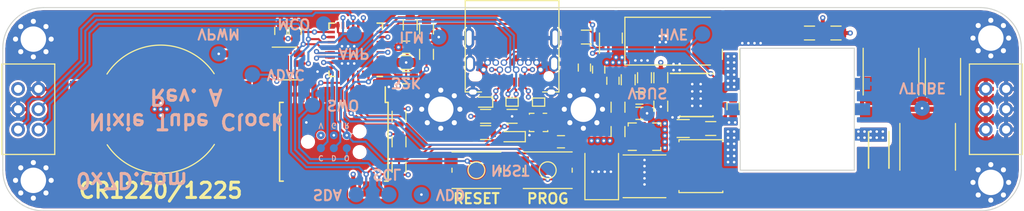
<source format=kicad_pcb>
(kicad_pcb (version 20171130) (host pcbnew "(5.0.0)")

  (general
    (thickness 1.6)
    (drawings 37)
    (tracks 598)
    (zones 0)
    (modules 80)
    (nets 57)
  )

  (page A4)
  (layers
    (0 F.Cu jumper)
    (1 In1.Cu jumper)
    (2 In2.Cu jumper)
    (31 B.Cu signal)
    (34 B.Paste user)
    (35 F.Paste user)
    (36 B.SilkS user)
    (37 F.SilkS user)
    (38 B.Mask user)
    (39 F.Mask user)
    (41 Cmts.User user)
    (44 Edge.Cuts user)
    (45 Margin user)
    (46 B.CrtYd user hide)
    (47 F.CrtYd user hide)
    (48 B.Fab user)
    (49 F.Fab user)
  )

  (setup
    (last_trace_width 0.127)
    (user_trace_width 0.15)
    (user_trace_width 0.2)
    (user_trace_width 0.25)
    (user_trace_width 0.3)
    (user_trace_width 0.4)
    (user_trace_width 0.6)
    (user_trace_width 0.8)
    (user_trace_width 1)
    (trace_clearance 0.127)
    (zone_clearance 0.2)
    (zone_45_only no)
    (trace_min 0.127)
    (segment_width 0.2)
    (edge_width 0.1)
    (via_size 0.508)
    (via_drill 0.254)
    (via_min_size 0.508)
    (via_min_drill 0.254)
    (uvia_size 0.3)
    (uvia_drill 0.1)
    (uvias_allowed no)
    (uvia_min_size 0.2)
    (uvia_min_drill 0.1)
    (pcb_text_width 0.3)
    (pcb_text_size 1.5 1.5)
    (mod_edge_width 0.15)
    (mod_text_size 1 1)
    (mod_text_width 0.15)
    (pad_size 0.9906 0.9906)
    (pad_drill 0.9906)
    (pad_to_mask_clearance 0)
    (aux_axis_origin 0 0)
    (visible_elements 7FFDFFFF)
    (pcbplotparams
      (layerselection 0x010f0_ffffffff)
      (usegerberextensions false)
      (usegerberattributes false)
      (usegerberadvancedattributes false)
      (creategerberjobfile false)
      (excludeedgelayer true)
      (linewidth 0.100000)
      (plotframeref false)
      (viasonmask false)
      (mode 1)
      (useauxorigin false)
      (hpglpennumber 1)
      (hpglpenspeed 20)
      (hpglpendiameter 15.000000)
      (psnegative false)
      (psa4output false)
      (plotreference false)
      (plotvalue false)
      (plotinvisibletext false)
      (padsonsilk false)
      (subtractmaskfromsilk false)
      (outputformat 1)
      (mirror false)
      (drillshape 0)
      (scaleselection 1)
      (outputdirectory "Gerbers/"))
  )

  (net 0 "")
  (net 1 "Net-(Q1-Pad3)")
  (net 2 "Net-(Q1-Pad2)")
  (net 3 "Net-(R1-Pad2)")
  (net 4 "Net-(R6-Pad2)")
  (net 5 "Net-(Q1-Pad1)")
  (net 6 "Net-(C7-Pad1)")
  (net 7 /HV_OUT)
  (net 8 /VBUS)
  (net 9 /VDD)
  (net 10 /VNIXIE)
  (net 11 /SCL)
  (net 12 /SDA)
  (net 13 /HV_EN)
  (net 14 "Net-(R8-Pad2)")
  (net 15 "Net-(R10-Pad2)")
  (net 16 /SWO)
  (net 17 /NRST)
  (net 18 /CC1)
  (net 19 /CC2)
  (net 20 /DAC)
  (net 21 /USB_N)
  (net 22 /USB_P)
  (net 23 "Net-(D4-Pad2)")
  (net 24 /SWDIO)
  (net 25 /SWCLK)
  (net 26 "Net-(L1-Pad1)")
  (net 27 "Net-(L1-Pad2)")
  (net 28 "Net-(R7-Pad1)")
  (net 29 /GND)
  (net 30 /HV_IN)
  (net 31 /USB)
  (net 32 /ILM)
  (net 33 /FAULT)
  (net 34 "Net-(T1-Pad2)")
  (net 35 "Net-(U1-Pad9)")
  (net 36 /RTC)
  (net 37 "Net-(U2-Pad3)")
  (net 38 /32kHz)
  (net 39 "Net-(C5-Pad1)")
  (net 40 "Net-(R16-Pad1)")
  (net 41 /AMP_EN)
  (net 42 "Net-(BT1-Pad1)")
  (net 43 "Net-(C6-Pad1)")
  (net 44 /NIXIE_EN)
  (net 45 "Net-(U1-Pad4)")
  (net 46 "Net-(U2-Pad12)")
  (net 47 /MCO)
  (net 48 "Net-(U2-Pad25)")
  (net 49 "Net-(U2-Pad10)")
  (net 50 "Net-(U2-Pad30)")
  (net 51 "Net-(U2-Pad14)")
  (net 52 /LED)
  (net 53 "Net-(C17-Pad1)")
  (net 54 "Net-(R2-Pad1)")
  (net 55 "Net-(D5-Pad2)")
  (net 56 "Net-(R20-Pad2)")

  (net_class Default "This is the default net class."
    (clearance 0.127)
    (trace_width 0.127)
    (via_dia 0.508)
    (via_drill 0.254)
    (uvia_dia 0.3)
    (uvia_drill 0.1)
    (diff_pair_gap 0.127)
    (diff_pair_width 0.25)
    (add_net /32kHz)
    (add_net /AMP_EN)
    (add_net /CC1)
    (add_net /CC2)
    (add_net /DAC)
    (add_net /FAULT)
    (add_net /GND)
    (add_net /HV_EN)
    (add_net /HV_IN)
    (add_net /ILM)
    (add_net /LED)
    (add_net /MCO)
    (add_net /NIXIE_EN)
    (add_net /NRST)
    (add_net /RTC)
    (add_net /SCL)
    (add_net /SDA)
    (add_net /SWCLK)
    (add_net /SWDIO)
    (add_net /SWO)
    (add_net /USB)
    (add_net /VBUS)
    (add_net /VDD)
    (add_net /VNIXIE)
    (add_net "Net-(BT1-Pad1)")
    (add_net "Net-(C17-Pad1)")
    (add_net "Net-(C5-Pad1)")
    (add_net "Net-(C6-Pad1)")
    (add_net "Net-(C7-Pad1)")
    (add_net "Net-(D4-Pad2)")
    (add_net "Net-(D5-Pad2)")
    (add_net "Net-(L1-Pad1)")
    (add_net "Net-(L1-Pad2)")
    (add_net "Net-(Q1-Pad1)")
    (add_net "Net-(Q1-Pad2)")
    (add_net "Net-(Q1-Pad3)")
    (add_net "Net-(R1-Pad2)")
    (add_net "Net-(R10-Pad2)")
    (add_net "Net-(R16-Pad1)")
    (add_net "Net-(R2-Pad1)")
    (add_net "Net-(R20-Pad2)")
    (add_net "Net-(R6-Pad2)")
    (add_net "Net-(R7-Pad1)")
    (add_net "Net-(R8-Pad2)")
    (add_net "Net-(T1-Pad2)")
    (add_net "Net-(U1-Pad4)")
    (add_net "Net-(U1-Pad9)")
    (add_net "Net-(U2-Pad10)")
    (add_net "Net-(U2-Pad12)")
    (add_net "Net-(U2-Pad14)")
    (add_net "Net-(U2-Pad25)")
    (add_net "Net-(U2-Pad3)")
    (add_net "Net-(U2-Pad30)")
  )

  (net_class HV ""
    (clearance 0.4)
    (trace_width 0.2)
    (via_dia 0.508)
    (via_drill 0.254)
    (uvia_dia 0.3)
    (uvia_drill 0.1)
    (diff_pair_gap 0.127)
    (diff_pair_width 0.25)
    (add_net /HV_OUT)
  )

  (net_class USB ""
    (clearance 0.127)
    (trace_width 0.127)
    (via_dia 0.508)
    (via_drill 0.254)
    (uvia_dia 0.3)
    (uvia_drill 0.1)
    (diff_pair_gap 0.1524)
    (diff_pair_width 0.2)
    (add_net /USB_N)
    (add_net /USB_P)
  )

  (module "Custom Parts:USB_C_Receptacle" locked (layer F.Cu) (tedit 5BB45ECC) (tstamp 5BB42E3C)
    (at 150 92.4 180)
    (descr "USB TYPE C, RA RCPT PCB, Hybrid, https://www.amphenolcanada.com/StockAvailabilityPrice.aspx?From=&PartNum=12401548E4%7e2A")
    (tags "USB C Type-C Receptacle Hybrid")
    (path /5B6238BC)
    (attr smd)
    (fp_text reference J1 (at 0 -6.36 180) (layer F.SilkS) hide
      (effects (font (size 1 1) (thickness 0.15)))
    )
    (fp_text value USB_C_Receptacle (at 0 4 180) (layer F.Fab)
      (effects (font (size 1 1) (thickness 0.15)))
    )
    (fp_line (start -4.6 2.39) (end 4.6 2.39) (layer F.SilkS) (width 0.12))
    (fp_line (start -4.6 3.09) (end 4.6 3.09) (layer F.SilkS) (width 0.12))
    (fp_line (start -4.6 3.09) (end -4.6 -5.9) (layer F.Fab) (width 0.1))
    (fp_line (start -4.6 -5.9) (end 4.6 -5.9) (layer F.Fab) (width 0.1))
    (fp_line (start -4.6 -5.9) (end -3 -5.9) (layer F.SilkS) (width 0.12))
    (fp_line (start -4.6 -5.9) (end -4.6 3.09) (layer F.SilkS) (width 0.12))
    (fp_line (start 4.6 -5.9) (end 4.6 3.09) (layer F.SilkS) (width 0.12))
    (fp_line (start 3 -5.9) (end 4.6 -5.9) (layer F.SilkS) (width 0.12))
    (fp_line (start -4.6 3.09) (end 4.6 3.09) (layer F.Fab) (width 0.1))
    (fp_line (start 4.6 3.09) (end 4.6 -5.9) (layer F.Fab) (width 0.1))
    (fp_text user %R (at 0 0 180) (layer F.Fab)
      (effects (font (size 1 1) (thickness 0.1)))
    )
    (pad S1 thru_hole oval (at 3.845 -5.91 180) (size 1.2 0.9) (drill oval 0.75 0.5) (layers *.Cu *.Mask)
      (net 29 /GND))
    (pad S1 thru_hole oval (at -3.845 -5.91 180) (size 1.2 0.9) (drill oval 0.75 0.5) (layers *.Cu *.Mask)
      (net 29 /GND))
    (pad B11 thru_hole circle (at -2.4 -3.01 180) (size 0.65 0.65) (drill 0.4) (layers *.Cu *.Mask)
      (net 29 /GND))
    (pad B10 thru_hole circle (at -1.6 -3.01 180) (size 0.65 0.65) (drill 0.4) (layers *.Cu *.Mask)
      (net 29 /GND))
    (pad B8 thru_hole circle (at -0.8 -3.01 180) (size 0.65 0.65) (drill 0.4) (layers *.Cu *.Mask)
      (net 29 /GND))
    (pad B5 thru_hole circle (at 0.8 -3.01 180) (size 0.65 0.65) (drill 0.4) (layers *.Cu *.Mask)
      (net 19 /CC2))
    (pad B3 thru_hole circle (at 1.6 -3.01 180) (size 0.65 0.65) (drill 0.4) (layers *.Cu *.Mask)
      (net 29 /GND))
    (pad B2 thru_hole circle (at 2.4 -3.01 180) (size 0.65 0.65) (drill 0.4) (layers *.Cu *.Mask)
      (net 29 /GND))
    (pad B12 thru_hole circle (at -2.8 -3.71 180) (size 0.65 0.65) (drill 0.4) (layers *.Cu *.Mask)
      (net 29 /GND))
    (pad B9 thru_hole circle (at -1.2 -3.71 180) (size 0.65 0.65) (drill 0.4) (layers *.Cu *.Mask)
      (net 8 /VBUS))
    (pad B7 thru_hole circle (at -0.4 -3.71 180) (size 0.65 0.65) (drill 0.4) (layers *.Cu *.Mask)
      (net 21 /USB_N))
    (pad B6 thru_hole circle (at 0.4 -3.71 180) (size 0.65 0.65) (drill 0.4) (layers *.Cu *.Mask)
      (net 22 /USB_P))
    (pad B4 thru_hole circle (at 1.2 -3.71 180) (size 0.65 0.65) (drill 0.4) (layers *.Cu *.Mask)
      (net 8 /VBUS))
    (pad B1 thru_hole circle (at 2.8 -3.71 180) (size 0.65 0.65) (drill 0.4) (layers *.Cu *.Mask)
      (net 29 /GND))
    (pad "" np_thru_hole circle (at -3.6 -4.36 180) (size 0.65 0.65) (drill 0.65) (layers *.Cu *.Mask))
    (pad "" np_thru_hole oval (at 3.6 -4.36 180) (size 0.95 0.65) (drill oval 0.95 0.65) (layers *.Cu *.Mask))
    (pad S1 thru_hole oval (at -4.22 -0.595 180) (size 1 2) (drill oval 0.5 1.5) (layers *.Cu *.Mask)
      (net 29 /GND))
    (pad S1 thru_hole oval (at 4.22 -0.595 180) (size 1 2) (drill oval 0.5 1.5) (layers *.Cu *.Mask)
      (net 29 /GND))
    (pad S1 thru_hole oval (at 4.13 -3.11 180) (size 1 1.6) (drill oval 0.6 1.2) (layers *.Cu *.Mask)
      (net 29 /GND))
    (pad A11 smd rect (at 2.25 -4.93 180) (size 0.3 0.9) (layers F.Cu F.Paste F.Mask)
      (net 29 /GND))
    (pad A8 smd rect (at 0.75 -4.93 180) (size 0.3 0.9) (layers F.Cu F.Paste F.Mask)
      (net 29 /GND))
    (pad A9 smd rect (at 1.25 -4.93 180) (size 0.3 0.9) (layers F.Cu F.Paste F.Mask)
      (net 8 /VBUS))
    (pad A10 smd rect (at 1.75 -4.93 180) (size 0.3 0.9) (layers F.Cu F.Paste F.Mask)
      (net 29 /GND))
    (pad A12 smd rect (at 2.75 -4.93 180) (size 0.3 0.9) (layers F.Cu F.Paste F.Mask)
      (net 29 /GND))
    (pad A7 smd rect (at 0.25 -4.93 180) (size 0.3 0.9) (layers F.Cu F.Paste F.Mask)
      (net 21 /USB_N))
    (pad A6 smd rect (at -0.25 -4.93 180) (size 0.3 0.9) (layers F.Cu F.Paste F.Mask)
      (net 22 /USB_P))
    (pad A5 smd rect (at -0.75 -4.93 180) (size 0.3 0.9) (layers F.Cu F.Paste F.Mask)
      (net 18 /CC1))
    (pad A4 smd rect (at -1.25 -4.93 180) (size 0.3 0.9) (layers F.Cu F.Paste F.Mask)
      (net 8 /VBUS))
    (pad A3 smd rect (at -1.75 -4.93 180) (size 0.3 0.9) (layers F.Cu F.Paste F.Mask)
      (net 29 /GND))
    (pad A2 smd rect (at -2.25 -4.93 180) (size 0.3 0.9) (layers F.Cu F.Paste F.Mask)
      (net 29 /GND))
    (pad A1 smd rect (at -2.75 -4.93 180) (size 0.3 0.9) (layers F.Cu F.Paste F.Mask)
      (net 29 /GND))
    (pad S1 thru_hole oval (at -4.13 -3.11 180) (size 1 1.6) (drill oval 0.6 1.2) (layers *.Cu *.Mask)
      (net 29 /GND))
    (model ${KISYS3DMOD}/Connectors_USB.3dshapes/USB_C_Receptacle_Amphenol_12401548E4-2A.wrl
      (at (xyz 0 0 0))
      (scale (xyz 1 1 1))
      (rotate (xyz 0 0 0))
    )
  )

  (module Resistors_SMD:R_0603 (layer F.Cu) (tedit 5BB3C810) (tstamp 5BB4849E)
    (at 181.8 92.5 180)
    (descr "Resistor SMD 0603, reflow soldering, Vishay (see dcrcw.pdf)")
    (tags "resistor 0603")
    (path /5BB58A31)
    (attr smd)
    (fp_text reference R20 (at 0 -1.45 180) (layer F.SilkS) hide
      (effects (font (size 1 1) (thickness 0.15)))
    )
    (fp_text value 1M (at 0 1.5 180) (layer F.Fab)
      (effects (font (size 1 1) (thickness 0.15)))
    )
    (fp_text user %R (at 0 0 180) (layer F.Fab)
      (effects (font (size 0.4 0.4) (thickness 0.075)))
    )
    (fp_line (start -0.8 0.4) (end -0.8 -0.4) (layer F.Fab) (width 0.1))
    (fp_line (start 0.8 0.4) (end -0.8 0.4) (layer F.Fab) (width 0.1))
    (fp_line (start 0.8 -0.4) (end 0.8 0.4) (layer F.Fab) (width 0.1))
    (fp_line (start -0.8 -0.4) (end 0.8 -0.4) (layer F.Fab) (width 0.1))
    (fp_line (start 0.5 0.68) (end -0.5 0.68) (layer F.SilkS) (width 0.12))
    (fp_line (start -0.5 -0.68) (end 0.5 -0.68) (layer F.SilkS) (width 0.12))
    (fp_line (start -1.25 -0.7) (end 1.25 -0.7) (layer F.CrtYd) (width 0.05))
    (fp_line (start -1.25 -0.7) (end -1.25 0.7) (layer F.CrtYd) (width 0.05))
    (fp_line (start 1.25 0.7) (end 1.25 -0.7) (layer F.CrtYd) (width 0.05))
    (fp_line (start 1.25 0.7) (end -1.25 0.7) (layer F.CrtYd) (width 0.05))
    (pad 1 smd rect (at -0.75 0 180) (size 0.5 0.9) (layers F.Cu F.Paste F.Mask)
      (net 7 /HV_OUT))
    (pad 2 smd rect (at 0.75 0 180) (size 0.5 0.9) (layers F.Cu F.Paste F.Mask)
      (net 56 "Net-(R20-Pad2)"))
    (model ${KISYS3DMOD}/Resistors_SMD.3dshapes/R_0603.wrl
      (at (xyz 0 0 0))
      (scale (xyz 1 1 1))
      (rotate (xyz 0 0 0))
    )
  )

  (module Resistors_SMD:R_0603 (layer F.Cu) (tedit 5BB3C814) (tstamp 5BB480F2)
    (at 179.2 92.5)
    (descr "Resistor SMD 0603, reflow soldering, Vishay (see dcrcw.pdf)")
    (tags "resistor 0603")
    (path /5BB58B15)
    (attr smd)
    (fp_text reference R21 (at 0 -1.45) (layer F.SilkS) hide
      (effects (font (size 1 1) (thickness 0.15)))
    )
    (fp_text value 15k (at 0 1.5) (layer F.Fab)
      (effects (font (size 1 1) (thickness 0.15)))
    )
    (fp_line (start 1.25 0.7) (end -1.25 0.7) (layer F.CrtYd) (width 0.05))
    (fp_line (start 1.25 0.7) (end 1.25 -0.7) (layer F.CrtYd) (width 0.05))
    (fp_line (start -1.25 -0.7) (end -1.25 0.7) (layer F.CrtYd) (width 0.05))
    (fp_line (start -1.25 -0.7) (end 1.25 -0.7) (layer F.CrtYd) (width 0.05))
    (fp_line (start -0.5 -0.68) (end 0.5 -0.68) (layer F.SilkS) (width 0.12))
    (fp_line (start 0.5 0.68) (end -0.5 0.68) (layer F.SilkS) (width 0.12))
    (fp_line (start -0.8 -0.4) (end 0.8 -0.4) (layer F.Fab) (width 0.1))
    (fp_line (start 0.8 -0.4) (end 0.8 0.4) (layer F.Fab) (width 0.1))
    (fp_line (start 0.8 0.4) (end -0.8 0.4) (layer F.Fab) (width 0.1))
    (fp_line (start -0.8 0.4) (end -0.8 -0.4) (layer F.Fab) (width 0.1))
    (fp_text user %R (at 0 0) (layer F.Fab)
      (effects (font (size 0.4 0.4) (thickness 0.075)))
    )
    (pad 2 smd rect (at 0.75 0) (size 0.5 0.9) (layers F.Cu F.Paste F.Mask)
      (net 56 "Net-(R20-Pad2)"))
    (pad 1 smd rect (at -0.75 0) (size 0.5 0.9) (layers F.Cu F.Paste F.Mask)
      (net 29 /GND))
    (model ${KISYS3DMOD}/Resistors_SMD.3dshapes/R_0603.wrl
      (at (xyz 0 0 0))
      (scale (xyz 1 1 1))
      (rotate (xyz 0 0 0))
    )
  )

  (module Housings_DFN_QFN:QFN-32-1EP_5x5mm_Pitch0.5mm (layer F.Cu) (tedit 5BA9CFDF) (tstamp 5BABF1F1)
    (at 134.65 94.15 180)
    (descr "UH Package; 32-Lead Plastic QFN (5mm x 5mm); (see Linear Technology QFN_32_05-08-1693.pdf)")
    (tags "QFN 0.5")
    (path /5B622DF7)
    (attr smd)
    (fp_text reference U2 (at 0 -3.75 180) (layer F.SilkS) hide
      (effects (font (size 1 1) (thickness 0.15)))
    )
    (fp_text value STM32L432K (at 0 3.75 180) (layer F.Fab)
      (effects (font (size 1 1) (thickness 0.15)))
    )
    (fp_line (start 2.625 -2.625) (end 2.1 -2.625) (layer F.SilkS) (width 0.15))
    (fp_line (start 2.625 2.625) (end 2.1 2.625) (layer F.SilkS) (width 0.15))
    (fp_line (start -2.625 2.625) (end -2.1 2.625) (layer F.SilkS) (width 0.15))
    (fp_line (start -2.625 -2.625) (end -2.1 -2.625) (layer F.SilkS) (width 0.15))
    (fp_line (start 2.625 2.625) (end 2.625 2.1) (layer F.SilkS) (width 0.15))
    (fp_line (start -2.625 2.625) (end -2.625 2.1) (layer F.SilkS) (width 0.15))
    (fp_line (start 2.625 -2.625) (end 2.625 -2.1) (layer F.SilkS) (width 0.15))
    (fp_line (start -3 3) (end 3 3) (layer F.CrtYd) (width 0.05))
    (fp_line (start -3 -3) (end 3 -3) (layer F.CrtYd) (width 0.05))
    (fp_line (start 3 -3) (end 3 3) (layer F.CrtYd) (width 0.05))
    (fp_line (start -3 -3) (end -3 3) (layer F.CrtYd) (width 0.05))
    (fp_line (start -2.5 -1.5) (end -1.5 -2.5) (layer F.Fab) (width 0.15))
    (fp_line (start -2.5 2.5) (end -2.5 -1.5) (layer F.Fab) (width 0.15))
    (fp_line (start 2.5 2.5) (end -2.5 2.5) (layer F.Fab) (width 0.15))
    (fp_line (start 2.5 -2.5) (end 2.5 2.5) (layer F.Fab) (width 0.15))
    (fp_line (start -1.5 -2.5) (end 2.5 -2.5) (layer F.Fab) (width 0.15))
    (pad 33 smd rect (at -0.8625 -0.8625 180) (size 1.725 1.725) (layers F.Cu F.Paste F.Mask)
      (net 29 /GND) (solder_paste_margin_ratio -0.2))
    (pad 33 smd rect (at -0.8625 0.8625 180) (size 1.725 1.725) (layers F.Cu F.Paste F.Mask)
      (net 29 /GND) (solder_paste_margin_ratio -0.2))
    (pad 33 smd rect (at 0.8625 -0.8625 180) (size 1.725 1.725) (layers F.Cu F.Paste F.Mask)
      (net 29 /GND) (solder_paste_margin_ratio -0.2))
    (pad 33 smd rect (at 0.8625 0.8625 180) (size 1.725 1.725) (layers F.Cu F.Paste F.Mask)
      (net 29 /GND) (solder_paste_margin_ratio -0.2))
    (pad 32 smd rect (at -1.75 -2.4 270) (size 0.7 0.25) (layers F.Cu F.Paste F.Mask)
      (net 29 /GND))
    (pad 31 smd rect (at -1.25 -2.4 270) (size 0.7 0.25) (layers F.Cu F.Paste F.Mask)
      (net 54 "Net-(R2-Pad1)"))
    (pad 30 smd rect (at -0.75 -2.4 270) (size 0.7 0.25) (layers F.Cu F.Paste F.Mask)
      (net 50 "Net-(U2-Pad30)"))
    (pad 29 smd rect (at -0.25 -2.4 270) (size 0.7 0.25) (layers F.Cu F.Paste F.Mask)
      (net 52 /LED))
    (pad 28 smd rect (at 0.25 -2.4 270) (size 0.7 0.25) (layers F.Cu F.Paste F.Mask)
      (net 36 /RTC))
    (pad 27 smd rect (at 0.75 -2.4 270) (size 0.7 0.25) (layers F.Cu F.Paste F.Mask)
      (net 31 /USB))
    (pad 26 smd rect (at 1.25 -2.4 270) (size 0.7 0.25) (layers F.Cu F.Paste F.Mask)
      (net 16 /SWO))
    (pad 25 smd rect (at 1.75 -2.4 270) (size 0.7 0.25) (layers F.Cu F.Paste F.Mask)
      (net 48 "Net-(U2-Pad25)"))
    (pad 24 smd rect (at 2.4 -1.75 180) (size 0.7 0.25) (layers F.Cu F.Paste F.Mask)
      (net 25 /SWCLK))
    (pad 23 smd rect (at 2.4 -1.25 180) (size 0.7 0.25) (layers F.Cu F.Paste F.Mask)
      (net 24 /SWDIO))
    (pad 22 smd rect (at 2.4 -0.75 180) (size 0.7 0.25) (layers F.Cu F.Paste F.Mask)
      (net 22 /USB_P))
    (pad 21 smd rect (at 2.4 -0.25 180) (size 0.7 0.25) (layers F.Cu F.Paste F.Mask)
      (net 21 /USB_N))
    (pad 20 smd rect (at 2.4 0.25 180) (size 0.7 0.25) (layers F.Cu F.Paste F.Mask)
      (net 12 /SDA))
    (pad 19 smd rect (at 2.4 0.75 180) (size 0.7 0.25) (layers F.Cu F.Paste F.Mask)
      (net 11 /SCL))
    (pad 18 smd rect (at 2.4 1.25 180) (size 0.7 0.25) (layers F.Cu F.Paste F.Mask)
      (net 47 /MCO))
    (pad 17 smd rect (at 2.4 1.75 180) (size 0.7 0.25) (layers F.Cu F.Paste F.Mask)
      (net 9 /VDD))
    (pad 16 smd rect (at 1.75 2.4 270) (size 0.7 0.25) (layers F.Cu F.Paste F.Mask)
      (net 29 /GND))
    (pad 15 smd rect (at 1.25 2.4 270) (size 0.7 0.25) (layers F.Cu F.Paste F.Mask)
      (net 41 /AMP_EN))
    (pad 14 smd rect (at 0.75 2.4 270) (size 0.7 0.25) (layers F.Cu F.Paste F.Mask)
      (net 51 "Net-(U2-Pad14)"))
    (pad 13 smd rect (at 0.25 2.4 270) (size 0.7 0.25) (layers F.Cu F.Paste F.Mask)
      (net 44 /NIXIE_EN))
    (pad 12 smd rect (at -0.25 2.4 270) (size 0.7 0.25) (layers F.Cu F.Paste F.Mask)
      (net 46 "Net-(U2-Pad12)"))
    (pad 11 smd rect (at -0.75 2.4 270) (size 0.7 0.25) (layers F.Cu F.Paste F.Mask)
      (net 20 /DAC))
    (pad 10 smd rect (at -1.25 2.4 270) (size 0.7 0.25) (layers F.Cu F.Paste F.Mask)
      (net 49 "Net-(U2-Pad10)"))
    (pad 9 smd rect (at -1.75 2.4 270) (size 0.7 0.25) (layers F.Cu F.Paste F.Mask)
      (net 33 /FAULT))
    (pad 8 smd rect (at -2.4 1.75 180) (size 0.7 0.25) (layers F.Cu F.Paste F.Mask)
      (net 13 /HV_EN))
    (pad 7 smd rect (at -2.4 1.25 180) (size 0.7 0.25) (layers F.Cu F.Paste F.Mask)
      (net 56 "Net-(R20-Pad2)"))
    (pad 6 smd rect (at -2.4 0.75 180) (size 0.7 0.25) (layers F.Cu F.Paste F.Mask)
      (net 32 /ILM))
    (pad 5 smd rect (at -2.4 0.25 180) (size 0.7 0.25) (layers F.Cu F.Paste F.Mask)
      (net 9 /VDD))
    (pad 4 smd rect (at -2.4 -0.25 180) (size 0.7 0.25) (layers F.Cu F.Paste F.Mask)
      (net 17 /NRST))
    (pad 3 smd rect (at -2.4 -0.75 180) (size 0.7 0.25) (layers F.Cu F.Paste F.Mask)
      (net 37 "Net-(U2-Pad3)"))
    (pad 2 smd rect (at -2.4 -1.25 180) (size 0.7 0.25) (layers F.Cu F.Paste F.Mask)
      (net 38 /32kHz))
    (pad 1 smd rect (at -2.4 -1.75 180) (size 0.7 0.25) (layers F.Cu F.Paste F.Mask)
      (net 9 /VDD))
    (model ${KISYS3DMOD}/Housings_DFN_QFN.3dshapes/QFN-32-1EP_5x5mm_Pitch0.5mm.wrl
      (at (xyz 0 0 0))
      (scale (xyz 1 1 1))
      (rotate (xyz 0 0 0))
    )
  )

  (module "Custom Parts:Inductor_4.1x4.1mm" (layer F.Cu) (tedit 5BB31255) (tstamp 5BB334A6)
    (at 163 106.6 180)
    (descr "Inductor, Taiyo Yuden, NR series, Taiyo-Yuden_NR-40xx, 4.0mmx4.0mm")
    (tags "inductor taiyo-yuden nr smd")
    (path /5B16755A)
    (attr smd)
    (fp_text reference L1 (at 0 -3 180) (layer F.SilkS) hide
      (effects (font (size 1 1) (thickness 0.15)))
    )
    (fp_text value 1uH (at 0 3.5 180) (layer F.Fab)
      (effects (font (size 1 1) (thickness 0.15)))
    )
    (fp_text user %R (at 0 0 180) (layer F.Fab)
      (effects (font (size 1 1) (thickness 0.15)))
    )
    (fp_line (start -2.1 -2.1) (end 2.1 -2.1) (layer F.SilkS) (width 0.12))
    (fp_line (start -2.1 2.1) (end 2.1 2.1) (layer F.SilkS) (width 0.12))
    (fp_line (start -2.25 -2.25) (end -2.25 2.25) (layer F.CrtYd) (width 0.05))
    (fp_line (start -2.25 2.25) (end 2.25 2.25) (layer F.CrtYd) (width 0.05))
    (fp_line (start 2.25 2.25) (end 2.25 -2.25) (layer F.CrtYd) (width 0.05))
    (fp_line (start 2.25 -2.25) (end -2.25 -2.25) (layer F.CrtYd) (width 0.05))
    (fp_line (start -2.05 -2.05) (end -2.05 2.05) (layer F.Fab) (width 0.12))
    (fp_line (start -2.05 2.05) (end 2.05 2.05) (layer F.Fab) (width 0.12))
    (fp_line (start 2.05 2.05) (end 2.05 -2.05) (layer F.Fab) (width 0.12))
    (fp_line (start 2.05 -2.05) (end -2.05 -2.05) (layer F.Fab) (width 0.12))
    (pad 1 smd rect (at -1.2 0 180) (size 1 3.8) (layers F.Cu F.Paste F.Mask)
      (net 26 "Net-(L1-Pad1)"))
    (pad 2 smd rect (at 1.2 0 180) (size 1 3.8) (layers F.Cu F.Paste F.Mask)
      (net 27 "Net-(L1-Pad2)"))
    (model ${KISYS3DMOD}/Inductors_SMD.3dshapes/L_Taiyo-Yuden_NR-40xx.wrl
      (at (xyz 0 0 0))
      (scale (xyz 1 1 1))
      (rotate (xyz 0 0 0))
    )
  )

  (module Measurement_Points:Measurement_Point_Round-SMD-Pad_Small (layer B.Cu) (tedit 5BB09430) (tstamp 5BB15CD7)
    (at 146.5 106)
    (descr "Mesurement Point, Round, SMD Pad, DM 1.5mm,")
    (tags "Mesurement Point Round SMD Pad 1.5mm")
    (path /5BB2EA59)
    (attr virtual)
    (fp_text reference J18 (at 0 2) (layer B.SilkS) hide
      (effects (font (size 1 1) (thickness 0.15)) (justify mirror))
    )
    (fp_text value NRST (at 0 -2) (layer B.Fab)
      (effects (font (size 1 1) (thickness 0.15)) (justify mirror))
    )
    (fp_circle (center 0 0) (end 1 0) (layer B.CrtYd) (width 0.05))
    (pad 1 smd circle (at 0 0) (size 1.5 1.5) (layers B.Cu B.Mask)
      (net 17 /NRST))
  )

  (module Measurement_Points:Measurement_Point_Round-SMD-Pad_Small (layer B.Cu) (tedit 5BADC8A7) (tstamp 5BAE0329)
    (at 130.4 99.6)
    (descr "Mesurement Point, Round, SMD Pad, DM 1.5mm,")
    (tags "Mesurement Point Round SMD Pad 1.5mm")
    (path /5BAE0437)
    (attr virtual)
    (fp_text reference J17 (at 0 2) (layer B.SilkS) hide
      (effects (font (size 1 1) (thickness 0.15)) (justify mirror))
    )
    (fp_text value SWO (at 0 -2) (layer B.Fab)
      (effects (font (size 1 1) (thickness 0.15)) (justify mirror))
    )
    (fp_circle (center 0 0) (end 1 0) (layer B.CrtYd) (width 0.05))
    (pad 1 smd circle (at 0 0) (size 1.5 1.5) (layers B.Cu B.Mask)
      (net 16 /SWO))
  )

  (module Capacitors_SMD:C_0603 (layer F.Cu) (tedit 5BADAEAD) (tstamp 5BB497E8)
    (at 157.1 95.9 270)
    (descr "Capacitor SMD 0603, reflow soldering, AVX (see smccp.pdf)")
    (tags "capacitor 0603")
    (path /5BAFD7B9)
    (attr smd)
    (fp_text reference C17 (at 0 -1.5 270) (layer F.SilkS) hide
      (effects (font (size 1 1) (thickness 0.15)))
    )
    (fp_text value SLEW (at 0 1.5 270) (layer F.Fab)
      (effects (font (size 1 1) (thickness 0.15)))
    )
    (fp_text user %R (at 0 0 270) (layer F.Fab)
      (effects (font (size 0.3 0.3) (thickness 0.075)))
    )
    (fp_line (start -0.8 0.4) (end -0.8 -0.4) (layer F.Fab) (width 0.1))
    (fp_line (start 0.8 0.4) (end -0.8 0.4) (layer F.Fab) (width 0.1))
    (fp_line (start 0.8 -0.4) (end 0.8 0.4) (layer F.Fab) (width 0.1))
    (fp_line (start -0.8 -0.4) (end 0.8 -0.4) (layer F.Fab) (width 0.1))
    (fp_line (start -0.35 -0.6) (end 0.35 -0.6) (layer F.SilkS) (width 0.12))
    (fp_line (start 0.35 0.6) (end -0.35 0.6) (layer F.SilkS) (width 0.12))
    (fp_line (start -1.4 -0.65) (end 1.4 -0.65) (layer F.CrtYd) (width 0.05))
    (fp_line (start -1.4 -0.65) (end -1.4 0.65) (layer F.CrtYd) (width 0.05))
    (fp_line (start 1.4 0.65) (end 1.4 -0.65) (layer F.CrtYd) (width 0.05))
    (fp_line (start 1.4 0.65) (end -1.4 0.65) (layer F.CrtYd) (width 0.05))
    (pad 1 smd rect (at -0.75 0 270) (size 0.8 0.75) (layers F.Cu F.Paste F.Mask)
      (net 53 "Net-(C17-Pad1)"))
    (pad 2 smd rect (at 0.75 0 270) (size 0.8 0.75) (layers F.Cu F.Paste F.Mask)
      (net 29 /GND))
    (model Capacitors_SMD.3dshapes/C_0603.wrl
      (at (xyz 0 0 0))
      (scale (xyz 1 1 1))
      (rotate (xyz 0 0 0))
    )
  )

  (module "Custom Parts:CR1220_Holder" (layer F.Cu) (tedit 5BAD23CD) (tstamp 5BA0C870)
    (at 115.5 100)
    (path /5BA7F4A1)
    (fp_text reference BT1 (at 0 -6) (layer F.SilkS) hide
      (effects (font (size 1 1) (thickness 0.15)))
    )
    (fp_text value CR1620 (at 0 6) (layer F.Fab)
      (effects (font (size 1 1) (thickness 0.15)))
    )
    (fp_arc (start 0 0) (end -5.25 3.499999) (angle -113) (layer F.SilkS) (width 0.12))
    (fp_arc (start 0 0) (end 5.25 -3.499999) (angle -113) (layer F.SilkS) (width 0.12))
    (fp_line (start -7 4) (end -7 -4) (layer F.Fab) (width 0.1))
    (fp_line (start 7 4) (end 7 -4) (layer F.Fab) (width 0.1))
    (fp_line (start -7 -4) (end -6 -5) (layer F.Fab) (width 0.1))
    (fp_line (start -6 -5) (end 6 -5) (layer F.Fab) (width 0.1))
    (fp_line (start 6 -5) (end 7 -4) (layer F.Fab) (width 0.1))
    (fp_arc (start 0.000001 9.999999) (end 4 5) (angle -77.3) (layer F.Fab) (width 0.1))
    (fp_line (start 4 5) (end 5 5) (layer F.Fab) (width 0.1))
    (fp_line (start 5 5) (end 6 5) (layer F.Fab) (width 0.1))
    (fp_line (start 6 5) (end 7 4) (layer F.Fab) (width 0.1))
    (fp_line (start -4 5) (end -6 5) (layer F.Fab) (width 0.1))
    (fp_line (start -6 5) (end -7 4) (layer F.Fab) (width 0.1))
    (pad 1 smd circle (at 0 0) (size 10.2 10.2) (layers F.Cu F.Mask)
      (net 42 "Net-(BT1-Pad1)") (clearance 0.5))
    (pad 2 smd rect (at -7.65 1.55) (size 2.5 2.5) (layers F.Cu F.Paste F.Mask)
      (net 29 /GND))
    (pad 2 smd rect (at -7.65 -1.55) (size 2.5 2.5) (layers F.Cu F.Paste F.Mask)
      (net 29 /GND))
    (pad 2 smd rect (at 7.65 1.55) (size 2.5 2.5) (layers F.Cu F.Paste F.Mask)
      (net 29 /GND))
    (pad 2 smd rect (at 7.65 -1.55) (size 2.5 2.5) (layers F.Cu F.Paste F.Mask)
      (net 29 /GND))
  )

  (module LEDs:LED_0603 (layer F.Cu) (tedit 5BAD15AF) (tstamp 5BB42ECB)
    (at 150 102.7 180)
    (descr "LED 0603 smd package")
    (tags "LED led 0603 SMD smd SMT smt smdled SMDLED smtled SMTLED")
    (path /5BADCAA0)
    (attr smd)
    (fp_text reference D5 (at 0 -1.25 180) (layer F.SilkS) hide
      (effects (font (size 1 1) (thickness 0.15)))
    )
    (fp_text value LED (at 0 1.35 180) (layer F.Fab)
      (effects (font (size 1 1) (thickness 0.15)))
    )
    (fp_line (start -1.45 -0.65) (end 1.45 -0.65) (layer F.CrtYd) (width 0.05))
    (fp_line (start -1.45 0.65) (end -1.45 -0.65) (layer F.CrtYd) (width 0.05))
    (fp_line (start 1.45 0.65) (end -1.45 0.65) (layer F.CrtYd) (width 0.05))
    (fp_line (start 1.45 -0.65) (end 1.45 0.65) (layer F.CrtYd) (width 0.05))
    (fp_line (start -1.3 -0.5) (end 0.8 -0.5) (layer F.SilkS) (width 0.12))
    (fp_line (start -1.3 0.5) (end 0.8 0.5) (layer F.SilkS) (width 0.12))
    (fp_line (start -0.8 0.4) (end -0.8 -0.4) (layer F.Fab) (width 0.1))
    (fp_line (start -0.8 -0.4) (end 0.8 -0.4) (layer F.Fab) (width 0.1))
    (fp_line (start 0.8 -0.4) (end 0.8 0.4) (layer F.Fab) (width 0.1))
    (fp_line (start 0.8 0.4) (end -0.8 0.4) (layer F.Fab) (width 0.1))
    (fp_line (start 0.15 -0.2) (end 0.15 0.2) (layer F.Fab) (width 0.1))
    (fp_line (start 0.15 0.2) (end -0.15 0) (layer F.Fab) (width 0.1))
    (fp_line (start -0.15 0) (end 0.15 -0.2) (layer F.Fab) (width 0.1))
    (fp_line (start -0.2 -0.2) (end -0.2 0.2) (layer F.Fab) (width 0.1))
    (fp_line (start -1.3 -0.5) (end -1.3 0.5) (layer F.SilkS) (width 0.12))
    (pad 1 smd rect (at -0.8 0) (size 0.8 0.8) (layers F.Cu F.Paste F.Mask)
      (net 29 /GND))
    (pad 2 smd rect (at 0.8 0) (size 0.8 0.8) (layers F.Cu F.Paste F.Mask)
      (net 55 "Net-(D5-Pad2)"))
    (model ${KISYS3DMOD}/LEDs.3dshapes/LED_0603.wrl
      (at (xyz 0 0 0))
      (scale (xyz 1 1 1))
      (rotate (xyz 0 0 180))
    )
  )

  (module Resistors_SMD:R_0603 (layer F.Cu) (tedit 5BAD15B2) (tstamp 5BB428B3)
    (at 147.4 102.3)
    (descr "Resistor SMD 0603, reflow soldering, Vishay (see dcrcw.pdf)")
    (tags "resistor 0603")
    (path /5BADE6EA)
    (attr smd)
    (fp_text reference R13 (at 0 -1.45) (layer F.SilkS) hide
      (effects (font (size 1 1) (thickness 0.15)))
    )
    (fp_text value 10k (at 0 1.5) (layer F.Fab)
      (effects (font (size 1 1) (thickness 0.15)))
    )
    (fp_line (start 1.25 0.7) (end -1.25 0.7) (layer F.CrtYd) (width 0.05))
    (fp_line (start 1.25 0.7) (end 1.25 -0.7) (layer F.CrtYd) (width 0.05))
    (fp_line (start -1.25 -0.7) (end -1.25 0.7) (layer F.CrtYd) (width 0.05))
    (fp_line (start -1.25 -0.7) (end 1.25 -0.7) (layer F.CrtYd) (width 0.05))
    (fp_line (start -0.5 -0.68) (end 0.5 -0.68) (layer F.SilkS) (width 0.12))
    (fp_line (start 0.5 0.68) (end -0.5 0.68) (layer F.SilkS) (width 0.12))
    (fp_line (start -0.8 -0.4) (end 0.8 -0.4) (layer F.Fab) (width 0.1))
    (fp_line (start 0.8 -0.4) (end 0.8 0.4) (layer F.Fab) (width 0.1))
    (fp_line (start 0.8 0.4) (end -0.8 0.4) (layer F.Fab) (width 0.1))
    (fp_line (start -0.8 0.4) (end -0.8 -0.4) (layer F.Fab) (width 0.1))
    (fp_text user %R (at 0 0) (layer F.Fab)
      (effects (font (size 0.4 0.4) (thickness 0.075)))
    )
    (pad 2 smd rect (at 0.75 0) (size 0.5 0.9) (layers F.Cu F.Paste F.Mask)
      (net 55 "Net-(D5-Pad2)"))
    (pad 1 smd rect (at -0.75 0) (size 0.5 0.9) (layers F.Cu F.Paste F.Mask)
      (net 52 /LED))
    (model ${KISYS3DMOD}/Resistors_SMD.3dshapes/R_0603.wrl
      (at (xyz 0 0 0))
      (scale (xyz 1 1 1))
      (rotate (xyz 0 0 0))
    )
  )

  (module Capacitors_SMD:C_0603 (layer F.Cu) (tedit 5BA9CFDB) (tstamp 5BABF29F)
    (at 139.6 96.9)
    (descr "Capacitor SMD 0603, reflow soldering, AVX (see smccp.pdf)")
    (tags "capacitor 0603")
    (path /5BBA51A2)
    (attr smd)
    (fp_text reference C12 (at 0 -1.5) (layer F.SilkS) hide
      (effects (font (size 1 1) (thickness 0.15)))
    )
    (fp_text value 0.1uF (at 0 1.5) (layer F.Fab)
      (effects (font (size 1 1) (thickness 0.15)))
    )
    (fp_text user %R (at 0 0) (layer F.Fab)
      (effects (font (size 0.3 0.3) (thickness 0.075)))
    )
    (fp_line (start -0.8 0.4) (end -0.8 -0.4) (layer F.Fab) (width 0.1))
    (fp_line (start 0.8 0.4) (end -0.8 0.4) (layer F.Fab) (width 0.1))
    (fp_line (start 0.8 -0.4) (end 0.8 0.4) (layer F.Fab) (width 0.1))
    (fp_line (start -0.8 -0.4) (end 0.8 -0.4) (layer F.Fab) (width 0.1))
    (fp_line (start -0.35 -0.6) (end 0.35 -0.6) (layer F.SilkS) (width 0.12))
    (fp_line (start 0.35 0.6) (end -0.35 0.6) (layer F.SilkS) (width 0.12))
    (fp_line (start -1.4 -0.65) (end 1.4 -0.65) (layer F.CrtYd) (width 0.05))
    (fp_line (start -1.4 -0.65) (end -1.4 0.65) (layer F.CrtYd) (width 0.05))
    (fp_line (start 1.4 0.65) (end 1.4 -0.65) (layer F.CrtYd) (width 0.05))
    (fp_line (start 1.4 0.65) (end -1.4 0.65) (layer F.CrtYd) (width 0.05))
    (pad 1 smd rect (at -0.75 0) (size 0.8 0.75) (layers F.Cu F.Paste F.Mask)
      (net 9 /VDD))
    (pad 2 smd rect (at 0.75 0) (size 0.8 0.75) (layers F.Cu F.Paste F.Mask)
      (net 29 /GND))
    (model Capacitors_SMD.3dshapes/C_0603.wrl
      (at (xyz 0 0 0))
      (scale (xyz 1 1 1))
      (rotate (xyz 0 0 0))
    )
  )

  (module Capacitors_SMD:C_0603 (layer F.Cu) (tedit 5BAB323C) (tstamp 5BB4EC97)
    (at 139.6 93.9)
    (descr "Capacitor SMD 0603, reflow soldering, AVX (see smccp.pdf)")
    (tags "capacitor 0603")
    (path /5BBA50C7)
    (attr smd)
    (fp_text reference C13 (at 0 -1.5) (layer F.SilkS) hide
      (effects (font (size 1 1) (thickness 0.15)))
    )
    (fp_text value 4.7uF (at 0 1.5) (layer F.Fab)
      (effects (font (size 1 1) (thickness 0.15)))
    )
    (fp_line (start 1.4 0.65) (end -1.4 0.65) (layer F.CrtYd) (width 0.05))
    (fp_line (start 1.4 0.65) (end 1.4 -0.65) (layer F.CrtYd) (width 0.05))
    (fp_line (start -1.4 -0.65) (end -1.4 0.65) (layer F.CrtYd) (width 0.05))
    (fp_line (start -1.4 -0.65) (end 1.4 -0.65) (layer F.CrtYd) (width 0.05))
    (fp_line (start 0.35 0.6) (end -0.35 0.6) (layer F.SilkS) (width 0.12))
    (fp_line (start -0.35 -0.6) (end 0.35 -0.6) (layer F.SilkS) (width 0.12))
    (fp_line (start -0.8 -0.4) (end 0.8 -0.4) (layer F.Fab) (width 0.1))
    (fp_line (start 0.8 -0.4) (end 0.8 0.4) (layer F.Fab) (width 0.1))
    (fp_line (start 0.8 0.4) (end -0.8 0.4) (layer F.Fab) (width 0.1))
    (fp_line (start -0.8 0.4) (end -0.8 -0.4) (layer F.Fab) (width 0.1))
    (fp_text user %R (at 0 0) (layer F.Fab)
      (effects (font (size 0.3 0.3) (thickness 0.075)))
    )
    (pad 2 smd rect (at 0.75 0) (size 0.8 0.75) (layers F.Cu F.Paste F.Mask)
      (net 29 /GND))
    (pad 1 smd rect (at -0.75 0) (size 0.8 0.75) (layers F.Cu F.Paste F.Mask)
      (net 9 /VDD))
    (model Capacitors_SMD.3dshapes/C_0603.wrl
      (at (xyz 0 0 0))
      (scale (xyz 1 1 1))
      (rotate (xyz 0 0 0))
    )
  )

  (module "Tag Connect:TC2030-MCP-NL" (layer B.Cu) (tedit 5BAE6009) (tstamp 5BADD7EE)
    (at 132.5 103.2)
    (descr http://www.tag-connect.com/Materials/TC2030-MCP-NL%20PCB%20Footprint.pdf)
    (path /5B693D84)
    (fp_text reference J2 (at 0 4.064) (layer B.SilkS) hide
      (effects (font (size 1.524 1.524) (thickness 0.3048)) (justify mirror))
    )
    (fp_text value SWD (at 0 -3.048) (layer B.SilkS) hide
      (effects (font (size 1.524 1.524) (thickness 0.3048)) (justify mirror))
    )
    (pad "" np_thru_hole circle (at 2.54 -1.016) (size 0.9906 0.9906) (drill 0.9906) (layers *.Cu *.Mask))
    (pad "" np_thru_hole circle (at 2.54 1.016) (size 0.9906 0.9906) (drill 0.9906) (layers *.Cu *.Mask))
    (pad "" np_thru_hole circle (at -2.54 0) (size 0.9906 0.9906) (drill 0.9906) (layers *.Cu *.Mask))
    (pad 6 smd circle (at 1.27 0.635) (size 0.7874 0.7874) (layers B.Cu B.Mask)
      (net 16 /SWO))
    (pad 5 smd circle (at 1.27 -0.635) (size 0.7874 0.7874) (layers B.Cu B.Mask)
      (net 17 /NRST))
    (pad 4 smd circle (at 0 0.635) (size 0.7874 0.7874) (layers B.Cu B.Mask)
      (net 24 /SWDIO))
    (pad 3 smd circle (at 0 -0.635) (size 0.7874 0.7874) (layers B.Cu B.Mask)
      (net 29 /GND))
    (pad 2 smd circle (at -1.27 0.635) (size 0.7874 0.7874) (layers B.Cu B.Mask)
      (net 25 /SWCLK))
    (pad 1 smd circle (at -1.27 -0.635) (size 0.7874 0.7874) (layers B.Cu B.Mask)
      (net 9 /VDD))
  )

  (module Measurement_Points:Measurement_Point_Round-SMD-Pad_Small (layer B.Cu) (tedit 5BAD05B1) (tstamp 5BB4BAA3)
    (at 163.25 100.4)
    (descr "Mesurement Point, Round, SMD Pad, DM 1.5mm,")
    (tags "Mesurement Point Round SMD Pad 1.5mm")
    (path /5BAD1FCF)
    (attr virtual)
    (fp_text reference J16 (at 0 2) (layer B.SilkS) hide
      (effects (font (size 1 1) (thickness 0.15)) (justify mirror))
    )
    (fp_text value VBUS (at 0 -2) (layer B.Fab)
      (effects (font (size 1 1) (thickness 0.15)) (justify mirror))
    )
    (fp_circle (center 0 0) (end 1 0) (layer B.CrtYd) (width 0.05))
    (pad 1 smd circle (at 0 0) (size 1.5 1.5) (layers B.Cu B.Mask)
      (net 8 /VBUS))
  )

  (module Housings_SOIC:SOIC-16W_7.5x10.3mm_Pitch1.27mm (layer F.Cu) (tedit 5BAB2AB6) (tstamp 5BADD5F4)
    (at 132.5 103.2 270)
    (descr "16-Lead Plastic Small Outline (SO) - Wide, 7.50 mm Body [SOIC] (see Microchip Packaging Specification 00000049BS.pdf)")
    (tags "SOIC 1.27")
    (path /5BAADC28)
    (attr smd)
    (fp_text reference U4 (at 0 -6.25 270) (layer F.SilkS) hide
      (effects (font (size 1 1) (thickness 0.15)))
    )
    (fp_text value DS3231 (at 0 6.25 270) (layer F.Fab)
      (effects (font (size 1 1) (thickness 0.15)))
    )
    (fp_text user %R (at 0 0 270) (layer F.Fab)
      (effects (font (size 1 1) (thickness 0.15)))
    )
    (fp_line (start -2.75 -5.15) (end 3.75 -5.15) (layer F.Fab) (width 0.15))
    (fp_line (start 3.75 -5.15) (end 3.75 5.15) (layer F.Fab) (width 0.15))
    (fp_line (start 3.75 5.15) (end -3.75 5.15) (layer F.Fab) (width 0.15))
    (fp_line (start -3.75 5.15) (end -3.75 -4.15) (layer F.Fab) (width 0.15))
    (fp_line (start -3.75 -4.15) (end -2.75 -5.15) (layer F.Fab) (width 0.15))
    (fp_line (start -5.65 -5.5) (end -5.65 5.5) (layer F.CrtYd) (width 0.05))
    (fp_line (start 5.65 -5.5) (end 5.65 5.5) (layer F.CrtYd) (width 0.05))
    (fp_line (start -5.65 -5.5) (end 5.65 -5.5) (layer F.CrtYd) (width 0.05))
    (fp_line (start -5.65 5.5) (end 5.65 5.5) (layer F.CrtYd) (width 0.05))
    (fp_line (start -3.875 -5.325) (end -3.875 -5.05) (layer F.SilkS) (width 0.15))
    (fp_line (start 3.875 -5.325) (end 3.875 -4.97) (layer F.SilkS) (width 0.15))
    (fp_line (start 3.875 5.325) (end 3.875 4.97) (layer F.SilkS) (width 0.15))
    (fp_line (start -3.875 5.325) (end -3.875 4.97) (layer F.SilkS) (width 0.15))
    (fp_line (start -3.875 -5.325) (end 3.875 -5.325) (layer F.SilkS) (width 0.15))
    (fp_line (start -3.875 5.325) (end 3.875 5.325) (layer F.SilkS) (width 0.15))
    (fp_line (start -3.875 -5.05) (end -5.4 -5.05) (layer F.SilkS) (width 0.15))
    (pad 1 smd rect (at -4.65 -4.445 270) (size 1.5 0.6) (layers F.Cu F.Paste F.Mask)
      (net 38 /32kHz))
    (pad 2 smd rect (at -4.65 -3.175 270) (size 1.5 0.6) (layers F.Cu F.Paste F.Mask)
      (net 9 /VDD))
    (pad 3 smd rect (at -4.65 -1.905 270) (size 1.5 0.6) (layers F.Cu F.Paste F.Mask)
      (net 36 /RTC))
    (pad 4 smd rect (at -4.65 -0.635 270) (size 1.5 0.6) (layers F.Cu F.Paste F.Mask)
      (net 17 /NRST))
    (pad 5 smd rect (at -4.65 0.635 270) (size 1.5 0.6) (layers F.Cu F.Paste F.Mask)
      (net 29 /GND))
    (pad 6 smd rect (at -4.65 1.905 270) (size 1.5 0.6) (layers F.Cu F.Paste F.Mask)
      (net 29 /GND))
    (pad 7 smd rect (at -4.65 3.175 270) (size 1.5 0.6) (layers F.Cu F.Paste F.Mask)
      (net 29 /GND))
    (pad 8 smd rect (at -4.65 4.445 270) (size 1.5 0.6) (layers F.Cu F.Paste F.Mask)
      (net 29 /GND))
    (pad 9 smd rect (at 4.65 4.445 270) (size 1.5 0.6) (layers F.Cu F.Paste F.Mask)
      (net 29 /GND))
    (pad 10 smd rect (at 4.65 3.175 270) (size 1.5 0.6) (layers F.Cu F.Paste F.Mask)
      (net 29 /GND))
    (pad 11 smd rect (at 4.65 1.905 270) (size 1.5 0.6) (layers F.Cu F.Paste F.Mask)
      (net 29 /GND))
    (pad 12 smd rect (at 4.65 0.635 270) (size 1.5 0.6) (layers F.Cu F.Paste F.Mask)
      (net 29 /GND))
    (pad 13 smd rect (at 4.65 -0.635 270) (size 1.5 0.6) (layers F.Cu F.Paste F.Mask)
      (net 29 /GND))
    (pad 14 smd rect (at 4.65 -1.905 270) (size 1.5 0.6) (layers F.Cu F.Paste F.Mask)
      (net 42 "Net-(BT1-Pad1)"))
    (pad 15 smd rect (at 4.65 -3.175 270) (size 1.5 0.6) (layers F.Cu F.Paste F.Mask)
      (net 12 /SDA))
    (pad 16 smd rect (at 4.65 -4.445 270) (size 1.5 0.6) (layers F.Cu F.Paste F.Mask)
      (net 11 /SCL))
    (model ${KISYS3DMOD}/Housings_SOIC.3dshapes/SOIC-16W_7.5x10.3mm_Pitch1.27mm.wrl
      (at (xyz 0 0 0))
      (scale (xyz 1 1 1))
      (rotate (xyz 0 0 0))
    )
  )

  (module Resistors_SMD:R_0603 (layer F.Cu) (tedit 5BA9CFAF) (tstamp 5BACB566)
    (at 150 100.7)
    (descr "Resistor SMD 0603, reflow soldering, Vishay (see dcrcw.pdf)")
    (tags "resistor 0603")
    (path /5B096154)
    (attr smd)
    (fp_text reference R1 (at 0 -1.45) (layer F.SilkS) hide
      (effects (font (size 1 1) (thickness 0.15)))
    )
    (fp_text value 900k (at 0 1.5) (layer F.Fab)
      (effects (font (size 1 1) (thickness 0.15)))
    )
    (fp_text user %R (at 0 0) (layer F.Fab)
      (effects (font (size 0.4 0.4) (thickness 0.075)))
    )
    (fp_line (start -0.8 0.4) (end -0.8 -0.4) (layer F.Fab) (width 0.1))
    (fp_line (start 0.8 0.4) (end -0.8 0.4) (layer F.Fab) (width 0.1))
    (fp_line (start 0.8 -0.4) (end 0.8 0.4) (layer F.Fab) (width 0.1))
    (fp_line (start -0.8 -0.4) (end 0.8 -0.4) (layer F.Fab) (width 0.1))
    (fp_line (start 0.5 0.68) (end -0.5 0.68) (layer F.SilkS) (width 0.12))
    (fp_line (start -0.5 -0.68) (end 0.5 -0.68) (layer F.SilkS) (width 0.12))
    (fp_line (start -1.25 -0.7) (end 1.25 -0.7) (layer F.CrtYd) (width 0.05))
    (fp_line (start -1.25 -0.7) (end -1.25 0.7) (layer F.CrtYd) (width 0.05))
    (fp_line (start 1.25 0.7) (end 1.25 -0.7) (layer F.CrtYd) (width 0.05))
    (fp_line (start 1.25 0.7) (end -1.25 0.7) (layer F.CrtYd) (width 0.05))
    (pad 1 smd rect (at -0.75 0) (size 0.5 0.9) (layers F.Cu F.Paste F.Mask)
      (net 8 /VBUS))
    (pad 2 smd rect (at 0.75 0) (size 0.5 0.9) (layers F.Cu F.Paste F.Mask)
      (net 3 "Net-(R1-Pad2)"))
    (model ${KISYS3DMOD}/Resistors_SMD.3dshapes/R_0603.wrl
      (at (xyz 0 0 0))
      (scale (xyz 1 1 1))
      (rotate (xyz 0 0 0))
    )
  )

  (module Measurement_Points:Measurement_Point_Round-SMD-Pad_Small (layer B.Cu) (tedit 5BAB1C23) (tstamp 5BAC0042)
    (at 121.2 94.55)
    (descr "Mesurement Point, Round, SMD Pad, DM 1.5mm,")
    (tags "Mesurement Point Round SMD Pad 1.5mm")
    (path /5BAF3226)
    (attr virtual)
    (fp_text reference J15 (at 0 2) (layer B.SilkS) hide
      (effects (font (size 1 1) (thickness 0.15)) (justify mirror))
    )
    (fp_text value VNIXIE (at 0 -2) (layer B.Fab)
      (effects (font (size 1 1) (thickness 0.15)) (justify mirror))
    )
    (fp_circle (center 0 0) (end 1 0) (layer B.CrtYd) (width 0.05))
    (pad 1 smd circle (at 0 0) (size 1.5 1.5) (layers B.Cu B.Mask)
      (net 10 /VNIXIE))
  )

  (module Measurement_Points:Measurement_Point_Round-SMD-Pad_Small (layer B.Cu) (tedit 5BAB0F2B) (tstamp 5BB1405F)
    (at 134.7 108.4)
    (descr "Mesurement Point, Round, SMD Pad, DM 1.5mm,")
    (tags "Mesurement Point Round SMD Pad 1.5mm")
    (path /5BAC80D4)
    (attr virtual)
    (fp_text reference J12 (at 0 2) (layer B.SilkS) hide
      (effects (font (size 1 1) (thickness 0.15)) (justify mirror))
    )
    (fp_text value SDA (at 0 -2) (layer B.Fab)
      (effects (font (size 1 1) (thickness 0.15)) (justify mirror))
    )
    (fp_circle (center 0 0) (end 1 0) (layer B.CrtYd) (width 0.05))
    (pad 1 smd circle (at 0 0) (size 1.5 1.5) (layers B.Cu B.Mask)
      (net 12 /SDA))
  )

  (module Measurement_Points:Measurement_Point_Round-SMD-Pad_Small (layer B.Cu) (tedit 5BAB0F2D) (tstamp 5BAC7B0E)
    (at 137.9 108.4)
    (descr "Mesurement Point, Round, SMD Pad, DM 1.5mm,")
    (tags "Mesurement Point Round SMD Pad 1.5mm")
    (path /5BAC8048)
    (attr virtual)
    (fp_text reference J11 (at 0 2) (layer B.SilkS) hide
      (effects (font (size 1 1) (thickness 0.15)) (justify mirror))
    )
    (fp_text value SCL (at 0 -2) (layer B.Fab)
      (effects (font (size 1 1) (thickness 0.15)) (justify mirror))
    )
    (fp_circle (center 0 0) (end 1 0) (layer B.CrtYd) (width 0.05))
    (pad 1 smd circle (at 0 0) (size 1.5 1.5) (layers B.Cu B.Mask)
      (net 11 /SCL))
  )

  (module Measurement_Points:Measurement_Point_Round-SMD-Pad_Small (layer B.Cu) (tedit 5BAB0F33) (tstamp 5BACF3A0)
    (at 124.5 96.6)
    (descr "Mesurement Point, Round, SMD Pad, DM 1.5mm,")
    (tags "Mesurement Point Round SMD Pad 1.5mm")
    (path /5BAB0421)
    (attr virtual)
    (fp_text reference J13 (at 0 2) (layer B.SilkS) hide
      (effects (font (size 1 1) (thickness 0.15)) (justify mirror))
    )
    (fp_text value DAC (at 0 -2) (layer B.Fab)
      (effects (font (size 1 1) (thickness 0.15)) (justify mirror))
    )
    (fp_circle (center 0 0) (end 1 0) (layer B.CrtYd) (width 0.05))
    (pad 1 smd circle (at 0 0) (size 1.5 1.5) (layers B.Cu B.Mask)
      (net 20 /DAC))
  )

  (module Measurement_Points:Measurement_Point_Round-SMD-Pad_Small (layer B.Cu) (tedit 5BAB0F30) (tstamp 5BAB1E73)
    (at 141.1 108.4)
    (descr "Mesurement Point, Round, SMD Pad, DM 1.5mm,")
    (tags "Mesurement Point Round SMD Pad 1.5mm")
    (path /5BAB2A61)
    (attr virtual)
    (fp_text reference J14 (at 0 2) (layer B.SilkS) hide
      (effects (font (size 1 1) (thickness 0.15)) (justify mirror))
    )
    (fp_text value VDD (at 0 -2) (layer B.Fab)
      (effects (font (size 1 1) (thickness 0.15)) (justify mirror))
    )
    (fp_circle (center 0 0) (end 1 0) (layer B.CrtYd) (width 0.05))
    (pad 1 smd circle (at 0 0) (size 1.5 1.5) (layers B.Cu B.Mask)
      (net 9 /VDD))
  )

  (module Measurement_Points:Measurement_Point_Round-SMD-Pad_Small (layer B.Cu) (tedit 5BA9D071) (tstamp 5BAE6F02)
    (at 139.6 95.4)
    (descr "Mesurement Point, Round, SMD Pad, DM 1.5mm,")
    (tags "Mesurement Point Round SMD Pad 1.5mm")
    (path /5BAC8BC2)
    (attr virtual)
    (fp_text reference J10 (at 0 2) (layer B.SilkS) hide
      (effects (font (size 1 1) (thickness 0.15)) (justify mirror))
    )
    (fp_text value 32kHz (at 0 -2) (layer B.Fab)
      (effects (font (size 1 1) (thickness 0.15)) (justify mirror))
    )
    (fp_circle (center 0 0) (end 1 0) (layer B.CrtYd) (width 0.05))
    (pad 1 smd circle (at 0 0) (size 1.5 1.5) (layers B.Cu B.Mask)
      (net 38 /32kHz))
  )

  (module Measurement_Points:Measurement_Point_Round-SMD-Pad_Small (layer B.Cu) (tedit 5BA9D06E) (tstamp 5BAC7C63)
    (at 134.5 92.6)
    (descr "Mesurement Point, Round, SMD Pad, DM 1.5mm,")
    (tags "Mesurement Point Round SMD Pad 1.5mm")
    (path /5BAC83B4)
    (attr virtual)
    (fp_text reference J9 (at 0 2) (layer B.SilkS) hide
      (effects (font (size 1 1) (thickness 0.15)) (justify mirror))
    )
    (fp_text value AMP_EN (at 0 -2) (layer B.Fab)
      (effects (font (size 1 1) (thickness 0.15)) (justify mirror))
    )
    (fp_circle (center 0 0) (end 1 0) (layer B.CrtYd) (width 0.05))
    (pad 1 smd circle (at 0 0) (size 1.5 1.5) (layers B.Cu B.Mask)
      (net 41 /AMP_EN))
  )

  (module Measurement_Points:Measurement_Point_Round-SMD-Pad_Small (layer B.Cu) (tedit 5BA9CFF6) (tstamp 5BAE6B14)
    (at 190.25 99.9)
    (descr "Mesurement Point, Round, SMD Pad, DM 1.5mm,")
    (tags "Mesurement Point Round SMD Pad 1.5mm")
    (path /5BAB35ED)
    (attr virtual)
    (fp_text reference J8 (at 0 2) (layer B.SilkS) hide
      (effects (font (size 1 1) (thickness 0.15)) (justify mirror))
    )
    (fp_text value HV_OUT (at 0 -2) (layer B.Fab)
      (effects (font (size 1 1) (thickness 0.15)) (justify mirror))
    )
    (fp_circle (center 0 0) (end 1 0) (layer B.CrtYd) (width 0.05))
    (pad 1 smd circle (at 0 0) (size 1.5 1.5) (layers B.Cu B.Mask)
      (net 7 /HV_OUT))
  )

  (module Measurement_Points:Measurement_Point_Round-SMD-Pad_Small (layer B.Cu) (tedit 5BA9D078) (tstamp 5BAAA8E0)
    (at 168.7 92.6)
    (descr "Mesurement Point, Round, SMD Pad, DM 1.5mm,")
    (tags "Mesurement Point Round SMD Pad 1.5mm")
    (path /5BA9F87B)
    (attr virtual)
    (fp_text reference J7 (at 0 2) (layer B.SilkS) hide
      (effects (font (size 1 1) (thickness 0.15)) (justify mirror))
    )
    (fp_text value HV_EN (at 0 -2) (layer B.Fab)
      (effects (font (size 1 1) (thickness 0.15)) (justify mirror))
    )
    (fp_circle (center 0 0) (end 1 0) (layer B.CrtYd) (width 0.05))
    (pad 1 smd circle (at 0 0) (size 1.5 1.5) (layers B.Cu B.Mask)
      (net 13 /HV_EN))
  )

  (module Measurement_Points:Measurement_Point_Round-SMD-Pad_Small (layer B.Cu) (tedit 5BA9D074) (tstamp 5BB46048)
    (at 142.8 92.9)
    (descr "Mesurement Point, Round, SMD Pad, DM 1.5mm,")
    (tags "Mesurement Point Round SMD Pad 1.5mm")
    (path /5BAA5791)
    (attr virtual)
    (fp_text reference J6 (at 0 2) (layer B.SilkS) hide
      (effects (font (size 1 1) (thickness 0.15)) (justify mirror))
    )
    (fp_text value ILM (at 0 -2) (layer B.Fab)
      (effects (font (size 1 1) (thickness 0.15)) (justify mirror))
    )
    (fp_circle (center 0 0) (end 1 0) (layer B.CrtYd) (width 0.05))
    (pad 1 smd circle (at 0 0) (size 1.5 1.5) (layers B.Cu B.Mask)
      (net 32 /ILM))
  )

  (module "Custom Parts:Wurth_WE-FB_10.18x13.36mm_Reverse" (layer F.Cu) (tedit 5BAD0427) (tstamp 5BA42837)
    (at 178 100 180)
    (path /5B07197A/5A6B88EA)
    (fp_text reference T1 (at 0 0 180) (layer F.SilkS) hide
      (effects (font (size 1 1) (thickness 0.15)))
    )
    (fp_text value Wurth_Transformer_10.16x13.36mm (at 0 -7 180) (layer F.Fab)
      (effects (font (size 1 1) (thickness 0.15)))
    )
    (fp_line (start -5.65 -6) (end 5.65 -6) (layer F.Fab) (width 0.1))
    (fp_line (start 5.65 -6) (end 5.65 6) (layer F.Fab) (width 0.1))
    (fp_line (start -5.65 6) (end 5.65 6) (layer F.Fab) (width 0.1))
    (fp_line (start -5.65 6) (end -5.65 -6) (layer F.Fab) (width 0.1))
    (pad 1 smd rect (at -6.4 2.5 180) (size 1.5 1.17) (layers B.Cu B.Mask)
      (net 29 /GND) (zone_connect 1) (thermal_width 0.4))
    (pad 2 smd rect (at -6.4 0 180) (size 1.5 1.17) (layers B.Cu B.Mask)
      (net 34 "Net-(T1-Pad2)"))
    (pad 3 smd rect (at -6.4 -2.5 180) (size 1.5 1.17) (layers B.Cu B.Mask)
      (net 23 "Net-(D4-Pad2)"))
    (pad 4 smd rect (at 6.4 -2.5 180) (size 1.5 1.17) (layers B.Cu B.Mask)
      (net 5 "Net-(Q1-Pad1)"))
    (pad 6 smd rect (at 6.4 2.5 180) (size 1.5 1.17) (layers B.Cu B.Mask)
      (net 30 /HV_IN))
    (pad 5 smd rect (at 6.4 0 180) (size 1.5 1.17) (layers B.Cu B.Mask))
  )

  (module "Custom Parts:Pin_Header_Harwin_2x03_Pitch2.00mm" locked (layer F.Cu) (tedit 5BA9CFEF) (tstamp 5BAAD831)
    (at 102.5 100)
    (descr "Through hole straight pin header, 2x03, 2.00mm pitch, double rows")
    (tags "Through hole pin header THT 2x03 2.00mm double row")
    (path /5B694500)
    (fp_text reference J4 (at 0 -6) (layer F.SilkS) hide
      (effects (font (size 1 1) (thickness 0.15)))
    )
    (fp_text value Nixie_CTRL (at 0 6) (layer F.Fab)
      (effects (font (size 1 1) (thickness 0.15)))
    )
    (fp_line (start -2.6 4.45) (end -2.6 -4.45) (layer F.SilkS) (width 0.12))
    (fp_line (start 2.6 4.45) (end -2.6 4.45) (layer F.SilkS) (width 0.12))
    (fp_line (start 2.6 -4.45) (end 2.6 4.45) (layer F.SilkS) (width 0.12))
    (fp_line (start -2.6 -4.45) (end 2.6 -4.45) (layer F.SilkS) (width 0.12))
    (fp_line (start -2.725 4.575) (end 2.725 4.575) (layer F.Fab) (width 0.1))
    (fp_line (start -2.725 -4.575) (end -2.725 4.575) (layer F.Fab) (width 0.1))
    (fp_line (start 2.725 -4.575) (end 2.725 4.575) (layer F.Fab) (width 0.1))
    (fp_line (start -2.725 -4.575) (end 2.725 -4.575) (layer F.Fab) (width 0.1))
    (fp_text user %R (at 0 0 90) (layer F.Fab)
      (effects (font (size 1 1) (thickness 0.15)))
    )
    (pad 1 thru_hole circle (at -1 -2 45) (size 1.35 1.35) (drill 0.8) (layers *.Cu *.Mask)
      (net 10 /VNIXIE) (zone_connect 1) (thermal_width 0.4))
    (pad 2 thru_hole oval (at 1 -2) (size 1.35 1.35) (drill 0.8) (layers *.Cu *.Mask)
      (net 29 /GND))
    (pad 3 thru_hole oval (at -1 0) (size 1.35 1.35) (drill 0.8) (layers *.Cu *.Mask)
      (net 29 /GND) (zone_connect 1) (thermal_width 0.4))
    (pad 4 thru_hole oval (at 1 0) (size 1.35 1.35) (drill 0.8) (layers *.Cu *.Mask)
      (net 11 /SCL))
    (pad 5 thru_hole oval (at -1 2) (size 1.35 1.35) (drill 0.8) (layers *.Cu *.Mask)
      (net 44 /NIXIE_EN) (zone_connect 1) (thermal_width 0.4))
    (pad 6 thru_hole oval (at 1 2) (size 1.35 1.35) (drill 0.8) (layers *.Cu *.Mask)
      (net 12 /SDA))
    (model ${KISYS3DMOD}/Pin_Headers.3dshapes/Pin_Header_Straight_2x03_Pitch2.00mm.wrl
      (at (xyz 0 0 0))
      (scale (xyz 1 1 1))
      (rotate (xyz 0 0 0))
    )
  )

  (module "Custom Parts:Pin_Header_Harwin_2x03_Pitch2.00mm" locked (layer F.Cu) (tedit 5BA9CF9E) (tstamp 5BA4005E)
    (at 197.5 100)
    (descr "Through hole straight pin header, 2x03, 2.00mm pitch, double rows")
    (tags "Through hole pin header THT 2x03 2.00mm double row")
    (path /5B6941D3)
    (fp_text reference J3 (at 0 -6) (layer F.SilkS) hide
      (effects (font (size 1 1) (thickness 0.15)))
    )
    (fp_text value Nixie_HV (at 0 6) (layer F.Fab)
      (effects (font (size 1 1) (thickness 0.15)))
    )
    (fp_line (start -2.6 4.45) (end -2.6 -4.45) (layer F.SilkS) (width 0.12))
    (fp_line (start 2.6 4.45) (end -2.6 4.45) (layer F.SilkS) (width 0.12))
    (fp_line (start 2.6 -4.45) (end 2.6 4.45) (layer F.SilkS) (width 0.12))
    (fp_line (start -2.6 -4.45) (end 2.6 -4.45) (layer F.SilkS) (width 0.12))
    (fp_line (start -2.725 4.575) (end 2.725 4.575) (layer F.Fab) (width 0.1))
    (fp_line (start -2.725 -4.575) (end -2.725 4.575) (layer F.Fab) (width 0.1))
    (fp_line (start 2.725 -4.575) (end 2.725 4.575) (layer F.Fab) (width 0.1))
    (fp_line (start -2.725 -4.575) (end 2.725 -4.575) (layer F.Fab) (width 0.1))
    (fp_text user %R (at 0 0 90) (layer F.Fab)
      (effects (font (size 1 1) (thickness 0.15)))
    )
    (pad 1 thru_hole circle (at -1 -2 45) (size 1.35 1.35) (drill 0.8) (layers *.Cu *.Mask)
      (net 7 /HV_OUT) (zone_connect 1) (thermal_width 0.4))
    (pad 2 thru_hole oval (at 1 -2) (size 1.35 1.35) (drill 0.8) (layers *.Cu *.Mask)
      (net 29 /GND))
    (pad 3 thru_hole oval (at -1 0) (size 1.35 1.35) (drill 0.8) (layers *.Cu *.Mask)
      (net 7 /HV_OUT) (zone_connect 1) (thermal_width 0.4))
    (pad 4 thru_hole oval (at 1 0) (size 1.35 1.35) (drill 0.8) (layers *.Cu *.Mask)
      (net 29 /GND))
    (pad 5 thru_hole oval (at -1 2) (size 1.35 1.35) (drill 0.8) (layers *.Cu *.Mask)
      (net 7 /HV_OUT) (zone_connect 1) (thermal_width 0.4))
    (pad 6 thru_hole oval (at 1 2) (size 1.35 1.35) (drill 0.8) (layers *.Cu *.Mask)
      (net 29 /GND))
    (model ${KISYS3DMOD}/Pin_Headers.3dshapes/Pin_Header_Straight_2x03_Pitch2.00mm.wrl
      (at (xyz 0 0 0))
      (scale (xyz 1 1 1))
      (rotate (xyz 0 0 0))
    )
  )

  (module "Custom Parts:X2QFN-12_1.6x1.6mm_Pitch0.4mm" (layer F.Cu) (tedit 5BA9CFB2) (tstamp 5BA0C970)
    (at 152.6 101.3 270)
    (path /5BAF8A3A)
    (fp_text reference U1 (at 0 -1.7 270) (layer F.SilkS) hide
      (effects (font (size 1 1) (thickness 0.15)))
    )
    (fp_text value TUSB322 (at 0 1.9 270) (layer F.Fab)
      (effects (font (size 1 1) (thickness 0.15)))
    )
    (fp_line (start -0.9 -0.45) (end -0.9 -0.8) (layer F.SilkS) (width 0.12))
    (fp_line (start -0.9 0.9) (end -0.9 0.45) (layer F.SilkS) (width 0.12))
    (fp_line (start -0.8 0.9) (end -0.9 0.9) (layer F.SilkS) (width 0.12))
    (fp_line (start 0.9 0.9) (end 0.8 0.9) (layer F.SilkS) (width 0.12))
    (fp_line (start 0.9 0.45) (end 0.9 0.9) (layer F.SilkS) (width 0.12))
    (fp_line (start 0.9 -0.9) (end 0.9 -0.45) (layer F.SilkS) (width 0.12))
    (fp_line (start 0.8 -0.9) (end 0.9 -0.9) (layer F.SilkS) (width 0.12))
    (fp_line (start -0.8 -0.8) (end -0.8 0.8) (layer F.Fab) (width 0.1))
    (fp_line (start -0.8 0.8) (end 0.8 0.8) (layer F.Fab) (width 0.1))
    (fp_line (start 0.8 0.8) (end 0.8 -0.8) (layer F.Fab) (width 0.1))
    (fp_line (start 0.8 -0.8) (end -0.8 -0.8) (layer F.Fab) (width 0.1))
    (pad 1 smd rect (at -0.65 -0.2 270) (size 0.7 0.2) (layers F.Cu F.Paste F.Mask)
      (net 19 /CC2))
    (pad 2 smd rect (at -0.65 0.2 270) (size 0.7 0.2) (layers F.Cu F.Paste F.Mask)
      (net 18 /CC1))
    (pad 3 smd rect (at -0.6 0.75 270) (size 0.2 0.5) (layers F.Cu F.Paste F.Mask)
      (net 3 "Net-(R1-Pad2)"))
    (pad 4 smd rect (at -0.2 0.75 270) (size 0.2 0.5) (layers F.Cu F.Paste F.Mask)
      (net 45 "Net-(U1-Pad4)"))
    (pad 5 smd rect (at 0.2 0.75 270) (size 0.2 0.5) (layers F.Cu F.Paste F.Mask)
      (net 29 /GND))
    (pad 6 smd rect (at 0.6 0.75 270) (size 0.2 0.5) (layers F.Cu F.Paste F.Mask)
      (net 31 /USB))
    (pad 7 smd rect (at 0.65 0.2 270) (size 0.7 0.2) (layers F.Cu F.Paste F.Mask)
      (net 12 /SDA))
    (pad 8 smd rect (at 0.65 -0.2 270) (size 0.7 0.2) (layers F.Cu F.Paste F.Mask)
      (net 11 /SCL))
    (pad 9 smd rect (at 0.6 -0.75 270) (size 0.2 0.5) (layers F.Cu F.Paste F.Mask)
      (net 35 "Net-(U1-Pad9)"))
    (pad 10 smd rect (at 0.2 -0.75 270) (size 0.2 0.5) (layers F.Cu F.Paste F.Mask)
      (net 29 /GND))
    (pad 11 smd rect (at -0.2 -0.75 270) (size 0.2 0.5) (layers F.Cu F.Paste F.Mask)
      (net 29 /GND))
    (pad 12 smd rect (at -0.6 -0.75 270) (size 0.2 0.5) (layers F.Cu F.Paste F.Mask)
      (net 9 /VDD))
  )

  (module "Custom Parts:VQFN-14_2.5x3mm_Pitch0.5mm" (layer F.Cu) (tedit 5BA9CF87) (tstamp 5BA0C9CF)
    (at 163 102.7 90)
    (path /5B1672A1)
    (fp_text reference U3 (at 0 -2.5 90) (layer F.SilkS) hide
      (effects (font (size 1 1) (thickness 0.15)))
    )
    (fp_text value TPS63025X (at 0 2.6 90) (layer F.Fab)
      (effects (font (size 1 1) (thickness 0.15)))
    )
    (fp_line (start -1.35 -0.8) (end -1.35 -1.6) (layer F.SilkS) (width 0.12))
    (fp_line (start 1.35 -1.6) (end 1.05 -1.6) (layer F.SilkS) (width 0.12))
    (fp_line (start 1.35 -0.8) (end 1.35 -1.6) (layer F.SilkS) (width 0.12))
    (fp_line (start -1.35 1.6) (end -1.35 0.8) (layer F.SilkS) (width 0.12))
    (fp_line (start -1.05 1.6) (end -1.35 1.6) (layer F.SilkS) (width 0.12))
    (fp_line (start 1.35 1.6) (end 1.35 0.8) (layer F.SilkS) (width 0.12))
    (fp_line (start 1.05 1.6) (end 1.35 1.6) (layer F.SilkS) (width 0.12))
    (fp_line (start -1.25 -1.5) (end -1.25 1.5) (layer F.Fab) (width 0.1))
    (fp_line (start -1.25 1.5) (end 1.25 1.5) (layer F.Fab) (width 0.1))
    (fp_line (start 1.25 1.5) (end 1.25 -1.5) (layer F.Fab) (width 0.1))
    (fp_line (start 1.25 -1.5) (end -1.25 -1.5) (layer F.Fab) (width 0.1))
    (pad 1 smd rect (at -0.55 -0.5 90) (size 1.8 0.25) (layers F.Cu F.Paste F.Mask)
      (net 27 "Net-(L1-Pad2)"))
    (pad 2 smd rect (at -0.55 0 90) (size 1.8 0.25) (layers F.Cu F.Paste F.Mask)
      (net 29 /GND))
    (pad 3 smd rect (at -0.55 0.5 90) (size 1.8 0.25) (layers F.Cu F.Paste F.Mask)
      (net 26 "Net-(L1-Pad1)"))
    (pad 4 smd rect (at -0.75 1.4 90) (size 0.25 0.6) (layers F.Cu F.Paste F.Mask)
      (net 8 /VBUS))
    (pad 5 smd rect (at -0.25 1.4 90) (size 0.25 0.6) (layers F.Cu F.Paste F.Mask)
      (net 8 /VBUS))
    (pad 6 smd rect (at 0.25 1.4 90) (size 0.25 0.6) (layers F.Cu F.Paste F.Mask)
      (net 8 /VBUS))
    (pad 7 smd rect (at 0.75 1.4 90) (size 0.25 0.6) (layers F.Cu F.Paste F.Mask)
      (net 8 /VBUS))
    (pad 8 smd rect (at 1.15 0.5 90) (size 0.6 0.25) (layers F.Cu F.Paste F.Mask)
      (net 8 /VBUS))
    (pad 9 smd rect (at 1.15 0 90) (size 0.6 0.25) (layers F.Cu F.Paste F.Mask)
      (net 29 /GND))
    (pad 10 smd rect (at 1.15 -0.5 90) (size 0.6 0.25) (layers F.Cu F.Paste F.Mask)
      (net 29 /GND))
    (pad 11 smd rect (at 0.75 -1.4 90) (size 0.25 0.6) (layers F.Cu F.Paste F.Mask)
      (net 40 "Net-(R16-Pad1)"))
    (pad 12 smd rect (at 0.25 -1.4 90) (size 0.25 0.6) (layers F.Cu F.Paste F.Mask)
      (net 9 /VDD))
    (pad 13 smd rect (at -0.25 -1.4 90) (size 0.25 0.6) (layers F.Cu F.Paste F.Mask)
      (net 9 /VDD))
    (pad 14 smd rect (at -0.75 -1.4 90) (size 0.25 0.6) (layers F.Cu F.Paste F.Mask)
      (net 9 /VDD))
  )

  (module "Custom Parts:EVQP2" (layer F.Cu) (tedit 5BA9CFCC) (tstamp 5BA845C4)
    (at 146.5 106)
    (path /5B64A44F)
    (fp_text reference SW1 (at 0 2.7) (layer F.SilkS) hide
      (effects (font (size 1 1) (thickness 0.15)))
    )
    (fp_text value NRST (at 0 -2.6) (layer F.Fab)
      (effects (font (size 1 1) (thickness 0.15)))
    )
    (fp_line (start 2.4 -0.2) (end 2.4 0.2) (layer F.SilkS) (width 0.12))
    (fp_line (start -2.4 -0.2) (end -2.4 0.2) (layer F.SilkS) (width 0.12))
    (fp_line (start 2.4 1.8) (end -2.4 1.8) (layer F.SilkS) (width 0.12))
    (fp_line (start -2.4 -1.8) (end 2.4 -1.8) (layer F.SilkS) (width 0.12))
    (fp_circle (center 0 0) (end 0.824621 0) (layer F.SilkS) (width 0.12))
    (fp_line (start -2.35 1.75) (end 2.35 1.75) (layer F.Fab) (width 0.1))
    (fp_line (start -2.35 -1.75) (end 2.35 -1.75) (layer F.Fab) (width 0.1))
    (fp_line (start 2.35 -1.75) (end 2.35 1.75) (layer F.Fab) (width 0.1))
    (fp_line (start -2.35 -1.75) (end -2.35 1.75) (layer F.Fab) (width 0.1))
    (pad 1 smd rect (at 2.5 0.85) (size 1.3 1) (layers F.Cu F.Paste F.Mask)
      (net 29 /GND))
    (pad 2 smd rect (at 2.5 -0.85) (size 1.3 1) (layers F.Cu F.Paste F.Mask)
      (net 17 /NRST))
    (pad 2 smd rect (at -2.5 -0.86) (size 1.3 1) (layers F.Cu F.Paste F.Mask)
      (net 17 /NRST))
    (pad 1 smd rect (at -2.5 0.85) (size 1.3 1) (layers F.Cu F.Paste F.Mask)
      (net 29 /GND))
  )

  (module "Custom Parts:EVQP2" (layer F.Cu) (tedit 5BA9CFB4) (tstamp 5BA80CE4)
    (at 153.5 106)
    (path /5BA5FF24)
    (fp_text reference SW2 (at 0 2.7) (layer F.SilkS) hide
      (effects (font (size 1 1) (thickness 0.15)))
    )
    (fp_text value DFU (at 0 -2.6) (layer F.Fab)
      (effects (font (size 1 1) (thickness 0.15)))
    )
    (fp_line (start 2.4 -0.2) (end 2.4 0.2) (layer F.SilkS) (width 0.12))
    (fp_line (start -2.4 -0.2) (end -2.4 0.2) (layer F.SilkS) (width 0.12))
    (fp_line (start 2.4 1.8) (end -2.4 1.8) (layer F.SilkS) (width 0.12))
    (fp_line (start -2.4 -1.8) (end 2.4 -1.8) (layer F.SilkS) (width 0.12))
    (fp_circle (center 0 0) (end 0.824621 0) (layer F.SilkS) (width 0.12))
    (fp_line (start -2.35 1.75) (end 2.35 1.75) (layer F.Fab) (width 0.1))
    (fp_line (start -2.35 -1.75) (end 2.35 -1.75) (layer F.Fab) (width 0.1))
    (fp_line (start 2.35 -1.75) (end 2.35 1.75) (layer F.Fab) (width 0.1))
    (fp_line (start -2.35 -1.75) (end -2.35 1.75) (layer F.Fab) (width 0.1))
    (pad 1 smd rect (at 2.5 0.85) (size 1.3 1) (layers F.Cu F.Paste F.Mask)
      (net 54 "Net-(R2-Pad1)"))
    (pad 2 smd rect (at 2.5 -0.85) (size 1.3 1) (layers F.Cu F.Paste F.Mask)
      (net 9 /VDD))
    (pad 2 smd rect (at -2.5 -0.86) (size 1.3 1) (layers F.Cu F.Paste F.Mask)
      (net 9 /VDD))
    (pad 1 smd rect (at -2.5 0.85) (size 1.3 1) (layers F.Cu F.Paste F.Mask)
      (net 54 "Net-(R2-Pad1)"))
  )

  (module "Custom Parts:DMX0003A" (layer F.Cu) (tedit 5BA9CFA3) (tstamp 5BA0C917)
    (at 152.6 99.3 180)
    (path /5B916041)
    (fp_text reference D2 (at 0 1.5 180) (layer F.SilkS) hide
      (effects (font (size 1 1) (thickness 0.15)))
    )
    (fp_text value ESD122 (at 0 -1.5 180) (layer F.Fab)
      (effects (font (size 1 1) (thickness 0.15)))
    )
    (fp_line (start -0.6 0.4) (end -0.6 -0.4) (layer F.SilkS) (width 0.12))
    (fp_line (start 0.6 0.4) (end -0.6 0.4) (layer F.SilkS) (width 0.12))
    (fp_line (start 0.6 -0.4) (end 0.6 0.4) (layer F.SilkS) (width 0.12))
    (fp_line (start -0.6 -0.4) (end 0.6 -0.4) (layer F.SilkS) (width 0.12))
    (fp_line (start -0.55 0.35) (end -0.55 -0.35) (layer F.Fab) (width 0.1))
    (fp_line (start 0.55 0.35) (end -0.55 0.35) (layer F.Fab) (width 0.1))
    (fp_line (start 0.55 -0.35) (end 0.55 0.35) (layer F.Fab) (width 0.1))
    (fp_line (start -0.55 -0.35) (end 0.55 -0.35) (layer F.Fab) (width 0.1))
    (pad 3 smd rect (at -0.34 -0.15 180) (size 0.2 0.2) (layers F.Cu F.Paste F.Mask)
      (net 19 /CC2))
    (pad 2 smd rect (at 0.34 -0.15 180) (size 0.2 0.2) (layers F.Cu F.Paste F.Mask)
      (net 18 /CC1))
    (pad 1 smd rect (at 0 0.15 180) (size 0.2 0.2) (layers F.Cu F.Paste F.Mask)
      (net 29 /GND))
  )

  (module "Custom Parts:DMX0003A" (layer F.Cu) (tedit 5BA9CFA8) (tstamp 5BA0C918)
    (at 150 99.3)
    (path /5BA1CDBE)
    (fp_text reference D3 (at 0 1.5) (layer F.SilkS) hide
      (effects (font (size 1 1) (thickness 0.15)))
    )
    (fp_text value ESD122 (at 0 -1.5) (layer F.Fab)
      (effects (font (size 1 1) (thickness 0.15)))
    )
    (fp_line (start -0.6 0.4) (end -0.6 -0.4) (layer F.SilkS) (width 0.12))
    (fp_line (start 0.6 0.4) (end -0.6 0.4) (layer F.SilkS) (width 0.12))
    (fp_line (start 0.6 -0.4) (end 0.6 0.4) (layer F.SilkS) (width 0.12))
    (fp_line (start -0.6 -0.4) (end 0.6 -0.4) (layer F.SilkS) (width 0.12))
    (fp_line (start -0.55 0.35) (end -0.55 -0.35) (layer F.Fab) (width 0.1))
    (fp_line (start 0.55 0.35) (end -0.55 0.35) (layer F.Fab) (width 0.1))
    (fp_line (start 0.55 -0.35) (end 0.55 0.35) (layer F.Fab) (width 0.1))
    (fp_line (start -0.55 -0.35) (end 0.55 -0.35) (layer F.Fab) (width 0.1))
    (pad 3 smd rect (at -0.34 -0.15) (size 0.2 0.2) (layers F.Cu F.Paste F.Mask)
      (net 21 /USB_N))
    (pad 2 smd rect (at 0.34 -0.15) (size 0.2 0.2) (layers F.Cu F.Paste F.Mask)
      (net 22 /USB_P))
    (pad 1 smd rect (at 0 0.15) (size 0.2 0.2) (layers F.Cu F.Paste F.Mask)
      (net 29 /GND))
  )

  (module "Custom Parts:X1SON" (layer F.Cu) (tedit 5BA9CFA5) (tstamp 5BA0C903)
    (at 147.4 99.3 180)
    (path /5B902F50)
    (fp_text reference D1 (at 0 1.3 180) (layer F.SilkS) hide
      (effects (font (size 1 1) (thickness 0.15)))
    )
    (fp_text value D_VBUS (at 0 -1.2 180) (layer F.Fab)
      (effects (font (size 1 1) (thickness 0.15)))
    )
    (fp_line (start -0.7 0.5) (end 0.7 0.5) (layer F.SilkS) (width 0.12))
    (fp_line (start -0.7 -0.5) (end -0.7 0.5) (layer F.SilkS) (width 0.12))
    (fp_line (start 0.7 -0.5) (end -0.7 -0.5) (layer F.SilkS) (width 0.12))
    (fp_line (start 0.6 -0.4) (end -0.6 -0.4) (layer F.Fab) (width 0.1))
    (fp_line (start 0.6 0.4) (end 0.6 -0.4) (layer F.Fab) (width 0.1))
    (fp_line (start -0.6 0.4) (end 0.6 0.4) (layer F.Fab) (width 0.1))
    (fp_line (start -0.6 -0.4) (end -0.6 0.4) (layer F.Fab) (width 0.1))
    (pad 2 smd rect (at 0.35 0 180) (size 0.3 0.55) (layers F.Cu F.Paste F.Mask)
      (net 29 /GND))
    (pad 1 smd rect (at -0.35 0 180) (size 0.3 0.55) (layers F.Cu F.Paste F.Mask)
      (net 8 /VBUS))
  )

  (module Capacitors_SMD:C_0603 (layer F.Cu) (tedit 5BA9CFE6) (tstamp 5BACC249)
    (at 127.3 92.3 90)
    (descr "Capacitor SMD 0603, reflow soldering, AVX (see smccp.pdf)")
    (tags "capacitor 0603")
    (path /5BA9CB71)
    (attr smd)
    (fp_text reference C16 (at 0 -1.5 90) (layer F.SilkS) hide
      (effects (font (size 1 1) (thickness 0.15)))
    )
    (fp_text value 1uF (at 0 1.5 90) (layer F.Fab)
      (effects (font (size 1 1) (thickness 0.15)))
    )
    (fp_line (start 1.4 0.65) (end -1.4 0.65) (layer F.CrtYd) (width 0.05))
    (fp_line (start 1.4 0.65) (end 1.4 -0.65) (layer F.CrtYd) (width 0.05))
    (fp_line (start -1.4 -0.65) (end -1.4 0.65) (layer F.CrtYd) (width 0.05))
    (fp_line (start -1.4 -0.65) (end 1.4 -0.65) (layer F.CrtYd) (width 0.05))
    (fp_line (start 0.35 0.6) (end -0.35 0.6) (layer F.SilkS) (width 0.12))
    (fp_line (start -0.35 -0.6) (end 0.35 -0.6) (layer F.SilkS) (width 0.12))
    (fp_line (start -0.8 -0.4) (end 0.8 -0.4) (layer F.Fab) (width 0.1))
    (fp_line (start 0.8 -0.4) (end 0.8 0.4) (layer F.Fab) (width 0.1))
    (fp_line (start 0.8 0.4) (end -0.8 0.4) (layer F.Fab) (width 0.1))
    (fp_line (start -0.8 0.4) (end -0.8 -0.4) (layer F.Fab) (width 0.1))
    (fp_text user %R (at 0 0 90) (layer F.Fab)
      (effects (font (size 0.3 0.3) (thickness 0.075)))
    )
    (pad 2 smd rect (at 0.75 0 90) (size 0.8 0.75) (layers F.Cu F.Paste F.Mask)
      (net 29 /GND))
    (pad 1 smd rect (at -0.75 0 90) (size 0.8 0.75) (layers F.Cu F.Paste F.Mask)
      (net 9 /VDD))
    (model Capacitors_SMD.3dshapes/C_0603.wrl
      (at (xyz 0 0 0))
      (scale (xyz 1 1 1))
      (rotate (xyz 0 0 0))
    )
  )

  (module Resistors_SMD:R_0603 (layer F.Cu) (tedit 5BA9CFD7) (tstamp 5BADC8D2)
    (at 147.4 100.7)
    (descr "Resistor SMD 0603, reflow soldering, Vishay (see dcrcw.pdf)")
    (tags "resistor 0603")
    (path /5BB9C8D3)
    (attr smd)
    (fp_text reference R3 (at 0 -1.45) (layer F.SilkS) hide
      (effects (font (size 1 1) (thickness 0.15)))
    )
    (fp_text value 20k (at 0 1.5) (layer F.Fab)
      (effects (font (size 1 1) (thickness 0.15)))
    )
    (fp_text user %R (at 0 0) (layer F.Fab)
      (effects (font (size 0.4 0.4) (thickness 0.075)))
    )
    (fp_line (start -0.8 0.4) (end -0.8 -0.4) (layer F.Fab) (width 0.1))
    (fp_line (start 0.8 0.4) (end -0.8 0.4) (layer F.Fab) (width 0.1))
    (fp_line (start 0.8 -0.4) (end 0.8 0.4) (layer F.Fab) (width 0.1))
    (fp_line (start -0.8 -0.4) (end 0.8 -0.4) (layer F.Fab) (width 0.1))
    (fp_line (start 0.5 0.68) (end -0.5 0.68) (layer F.SilkS) (width 0.12))
    (fp_line (start -0.5 -0.68) (end 0.5 -0.68) (layer F.SilkS) (width 0.12))
    (fp_line (start -1.25 -0.7) (end 1.25 -0.7) (layer F.CrtYd) (width 0.05))
    (fp_line (start -1.25 -0.7) (end -1.25 0.7) (layer F.CrtYd) (width 0.05))
    (fp_line (start 1.25 0.7) (end 1.25 -0.7) (layer F.CrtYd) (width 0.05))
    (fp_line (start 1.25 0.7) (end -1.25 0.7) (layer F.CrtYd) (width 0.05))
    (pad 1 smd rect (at -0.75 0) (size 0.5 0.9) (layers F.Cu F.Paste F.Mask)
      (net 9 /VDD))
    (pad 2 smd rect (at 0.75 0) (size 0.5 0.9) (layers F.Cu F.Paste F.Mask)
      (net 31 /USB))
    (model ${KISYS3DMOD}/Resistors_SMD.3dshapes/R_0603.wrl
      (at (xyz 0 0 0))
      (scale (xyz 1 1 1))
      (rotate (xyz 0 0 0))
    )
  )

  (module Capacitors_SMD:C_0603 (layer F.Cu) (tedit 5BA9CF7C) (tstamp 5BA956B5)
    (at 162.5 100.4 180)
    (descr "Capacitor SMD 0603, reflow soldering, AVX (see smccp.pdf)")
    (tags "capacitor 0603")
    (path /5BBA0E2E)
    (attr smd)
    (fp_text reference C3 (at 0 -1.5 180) (layer F.SilkS) hide
      (effects (font (size 1 1) (thickness 0.15)))
    )
    (fp_text value 10uF (at 0 1.5 180) (layer F.Fab)
      (effects (font (size 1 1) (thickness 0.15)))
    )
    (fp_text user %R (at 0 0 180) (layer F.Fab)
      (effects (font (size 0.3 0.3) (thickness 0.075)))
    )
    (fp_line (start -0.8 0.4) (end -0.8 -0.4) (layer F.Fab) (width 0.1))
    (fp_line (start 0.8 0.4) (end -0.8 0.4) (layer F.Fab) (width 0.1))
    (fp_line (start 0.8 -0.4) (end 0.8 0.4) (layer F.Fab) (width 0.1))
    (fp_line (start -0.8 -0.4) (end 0.8 -0.4) (layer F.Fab) (width 0.1))
    (fp_line (start -0.35 -0.6) (end 0.35 -0.6) (layer F.SilkS) (width 0.12))
    (fp_line (start 0.35 0.6) (end -0.35 0.6) (layer F.SilkS) (width 0.12))
    (fp_line (start -1.4 -0.65) (end 1.4 -0.65) (layer F.CrtYd) (width 0.05))
    (fp_line (start -1.4 -0.65) (end -1.4 0.65) (layer F.CrtYd) (width 0.05))
    (fp_line (start 1.4 0.65) (end 1.4 -0.65) (layer F.CrtYd) (width 0.05))
    (fp_line (start 1.4 0.65) (end -1.4 0.65) (layer F.CrtYd) (width 0.05))
    (pad 1 smd rect (at -0.75 0 180) (size 0.8 0.75) (layers F.Cu F.Paste F.Mask)
      (net 8 /VBUS))
    (pad 2 smd rect (at 0.75 0 180) (size 0.8 0.75) (layers F.Cu F.Paste F.Mask)
      (net 29 /GND))
    (model Capacitors_SMD.3dshapes/C_0603.wrl
      (at (xyz 0 0 0))
      (scale (xyz 1 1 1))
      (rotate (xyz 0 0 0))
    )
  )

  (module Capacitors_Tantalum_SMD:CP_Tantalum_Case-X_EIA-7343-43_Reflow (layer F.Cu) (tedit 5BA9CEFA) (tstamp 5BA9C351)
    (at 165.825 93.3)
    (descr "Tantalum capacitor, Case X, EIA 7343-43, 7.3x4.2x4.0mm, Reflow soldering footprint")
    (tags "capacitor tantalum smd")
    (path /5BA4D5A1)
    (attr smd)
    (fp_text reference C1 (at 0 -3.85) (layer F.SilkS) hide
      (effects (font (size 1 1) (thickness 0.15)))
    )
    (fp_text value 330uF (at 0 3.85) (layer F.Fab)
      (effects (font (size 1 1) (thickness 0.15)))
    )
    (fp_text user %R (at 0 0) (layer F.Fab)
      (effects (font (size 1 1) (thickness 0.15)))
    )
    (fp_line (start -4.85 -2.5) (end -4.85 2.5) (layer F.CrtYd) (width 0.05))
    (fp_line (start -4.85 2.5) (end 4.85 2.5) (layer F.CrtYd) (width 0.05))
    (fp_line (start 4.85 2.5) (end 4.85 -2.5) (layer F.CrtYd) (width 0.05))
    (fp_line (start 4.85 -2.5) (end -4.85 -2.5) (layer F.CrtYd) (width 0.05))
    (fp_line (start -3.65 -2.1) (end -3.65 2.1) (layer F.Fab) (width 0.1))
    (fp_line (start -3.65 2.1) (end 3.65 2.1) (layer F.Fab) (width 0.1))
    (fp_line (start 3.65 2.1) (end 3.65 -2.1) (layer F.Fab) (width 0.1))
    (fp_line (start 3.65 -2.1) (end -3.65 -2.1) (layer F.Fab) (width 0.1))
    (fp_line (start -2.92 -2.1) (end -2.92 2.1) (layer F.Fab) (width 0.1))
    (fp_line (start -2.555 -2.1) (end -2.555 2.1) (layer F.Fab) (width 0.1))
    (fp_line (start -4.75 -2.35) (end 3.65 -2.35) (layer F.SilkS) (width 0.12))
    (fp_line (start -4.75 2.35) (end 3.65 2.35) (layer F.SilkS) (width 0.12))
    (fp_line (start -4.75 -2.35) (end -4.75 2.35) (layer F.SilkS) (width 0.12))
    (pad 1 smd rect (at -3.175 0) (size 2.55 2.7) (layers F.Cu F.Paste F.Mask)
      (net 29 /GND))
    (pad 2 smd rect (at 3.175 0) (size 2.55 2.7) (layers F.Cu F.Paste F.Mask)
      (net 30 /HV_IN))
    (model Capacitors_Tantalum_SMD.3dshapes/CP_Tantalum_Case-X_EIA-7343-43.wrl
      (at (xyz 0 0 0))
      (scale (xyz 1 1 1))
      (rotate (xyz 0 0 0))
    )
  )

  (module Capacitors_Tantalum_SMD:CP_Tantalum_Case-B_EIA-3528-21_Reflow (layer F.Cu) (tedit 5BA9CFB7) (tstamp 5BA92C5D)
    (at 158.8 106.1 90)
    (descr "Tantalum capacitor, Case B, EIA 3528-21, 3.5x2.8x1.9mm, Reflow soldering footprint")
    (tags "capacitor tantalum smd")
    (path /5BBA5067)
    (attr smd)
    (fp_text reference C11 (at 0 -3.15 90) (layer F.SilkS) hide
      (effects (font (size 1 1) (thickness 0.15)))
    )
    (fp_text value 220uF (at 0 3.15 90) (layer F.Fab)
      (effects (font (size 1 1) (thickness 0.15)))
    )
    (fp_line (start -2.8 -1.65) (end -2.8 1.65) (layer F.SilkS) (width 0.12))
    (fp_line (start -2.8 1.65) (end 1.75 1.65) (layer F.SilkS) (width 0.12))
    (fp_line (start -2.8 -1.65) (end 1.75 -1.65) (layer F.SilkS) (width 0.12))
    (fp_line (start -1.225 -1.4) (end -1.225 1.4) (layer F.Fab) (width 0.1))
    (fp_line (start -1.4 -1.4) (end -1.4 1.4) (layer F.Fab) (width 0.1))
    (fp_line (start 1.75 -1.4) (end -1.75 -1.4) (layer F.Fab) (width 0.1))
    (fp_line (start 1.75 1.4) (end 1.75 -1.4) (layer F.Fab) (width 0.1))
    (fp_line (start -1.75 1.4) (end 1.75 1.4) (layer F.Fab) (width 0.1))
    (fp_line (start -1.75 -1.4) (end -1.75 1.4) (layer F.Fab) (width 0.1))
    (fp_line (start 2.85 -1.75) (end -2.85 -1.75) (layer F.CrtYd) (width 0.05))
    (fp_line (start 2.85 1.75) (end 2.85 -1.75) (layer F.CrtYd) (width 0.05))
    (fp_line (start -2.85 1.75) (end 2.85 1.75) (layer F.CrtYd) (width 0.05))
    (fp_line (start -2.85 -1.75) (end -2.85 1.75) (layer F.CrtYd) (width 0.05))
    (fp_text user %R (at 0 0 90) (layer F.Fab)
      (effects (font (size 0.8 0.8) (thickness 0.12)))
    )
    (pad 2 smd rect (at 1.525 0 90) (size 1.95 2.5) (layers F.Cu F.Paste F.Mask)
      (net 9 /VDD))
    (pad 1 smd rect (at -1.525 0 90) (size 1.95 2.5) (layers F.Cu F.Paste F.Mask)
      (net 29 /GND))
    (model Capacitors_Tantalum_SMD.3dshapes/CP_Tantalum_Case-B_EIA-3528-21.wrl
      (at (xyz 0 0 0))
      (scale (xyz 1 1 1))
      (rotate (xyz 0 0 0))
    )
  )

  (module "Custom Parts:SOT-669_LFPAK" (layer F.Cu) (tedit 5BA9CF5E) (tstamp 5BA41C38)
    (at 168.7 105.6)
    (descr "LFPAK www.nxp.com/documents/leaflet/939775016838_LR.pdf")
    (tags "LFPAK SOT-669 Power-SO8")
    (path /5B07197A/5A6B8B05)
    (attr smd)
    (fp_text reference Q1 (at -0.245 -3.48) (layer F.SilkS) hide
      (effects (font (size 1 1) (thickness 0.15)))
    )
    (fp_text value Q_SWITCH (at -0.245 3.52) (layer F.Fab)
      (effects (font (size 1 1) (thickness 0.15)))
    )
    (fp_line (start -3.4 2.75) (end -3.4 -2.75) (layer F.CrtYd) (width 0.05))
    (fp_line (start -3.4 2.75) (end 3.4 2.75) (layer F.CrtYd) (width 0.05))
    (fp_line (start 3.4 -2.75) (end -3.4 -2.75) (layer F.CrtYd) (width 0.05))
    (fp_line (start 3.4 -2.75) (end 3.4 2.75) (layer F.CrtYd) (width 0.05))
    (fp_line (start 1.885 2.5) (end 1.885 -2.5) (layer F.Fab) (width 0.1))
    (fp_line (start -2.215 2.5) (end 1.885 2.5) (layer F.Fab) (width 0.1))
    (fp_line (start -2.215 -2.5) (end -2.215 2.5) (layer F.Fab) (width 0.1))
    (fp_line (start 1.885 -2.5) (end -2.215 -2.5) (layer F.Fab) (width 0.1))
    (fp_line (start 3.185 -2.2) (end 1.885 -2.2) (layer F.Fab) (width 0.1))
    (fp_line (start 3.185 2.2) (end 1.885 2.2) (layer F.Fab) (width 0.1))
    (fp_line (start 3.185 -2.2) (end 3.185 2.2) (layer F.Fab) (width 0.1))
    (fp_line (start -3.215 -1.65) (end -2.215 -1.65) (layer F.Fab) (width 0.1))
    (fp_line (start -3.215 -2.15) (end -2.215 -2.15) (layer F.Fab) (width 0.1))
    (fp_line (start -3.215 -2.15) (end -3.215 -1.65) (layer F.Fab) (width 0.1))
    (fp_line (start -3.215 -0.4) (end -2.215 -0.4) (layer F.Fab) (width 0.1))
    (fp_line (start -3.215 -0.85) (end -3.215 -0.4) (layer F.Fab) (width 0.1))
    (fp_line (start -2.215 -0.85) (end -3.215 -0.85) (layer F.Fab) (width 0.1))
    (fp_line (start -3.215 0.85) (end -2.215 0.85) (layer F.Fab) (width 0.1))
    (fp_line (start -3.215 0.4) (end -3.215 0.85) (layer F.Fab) (width 0.1))
    (fp_line (start -2.215 0.4) (end -3.215 0.4) (layer F.Fab) (width 0.1))
    (fp_line (start -3.215 2.15) (end -2.215 2.15) (layer F.Fab) (width 0.1))
    (fp_line (start -3.215 1.7) (end -3.215 2.15) (layer F.Fab) (width 0.1))
    (fp_line (start -2.215 1.7) (end -3.215 1.7) (layer F.Fab) (width 0.1))
    (fp_line (start -2.315 -2.6) (end -2.315 -2.4) (layer F.SilkS) (width 0.12))
    (fp_line (start 1.985 -2.6) (end -2.315 -2.6) (layer F.SilkS) (width 0.12))
    (fp_line (start 1.985 -2.45) (end 1.985 -2.6) (layer F.SilkS) (width 0.12))
    (fp_line (start 1.985 2.6) (end 1.985 2.45) (layer F.SilkS) (width 0.12))
    (fp_line (start -2.315 2.6) (end 1.985 2.6) (layer F.SilkS) (width 0.12))
    (fp_line (start -2.315 2.4) (end -2.315 2.6) (layer F.SilkS) (width 0.12))
    (fp_text user %R (at 0 0 90) (layer F.Fab)
      (effects (font (size 1 1) (thickness 0.15)))
    )
    (pad 2 smd rect (at -2.6 1.91 270) (size 0.7 1.15) (layers F.Cu F.Paste F.Mask)
      (net 2 "Net-(Q1-Pad2)"))
    (pad 1 smd rect (at 0.435 0 270) (size 4.2 3.3) (layers F.Cu F.Paste F.Mask)
      (net 5 "Net-(Q1-Pad1)"))
    (pad 1 smd rect (at 2.5 0 270) (size 4.7 1.3) (layers F.Cu F.Paste F.Mask)
      (net 5 "Net-(Q1-Pad1)"))
    (pad 3 smd rect (at -2.6 0.64 270) (size 0.7 1.15) (layers F.Cu F.Paste F.Mask)
      (net 1 "Net-(Q1-Pad3)"))
    (pad 3 smd rect (at -2.6 -1.91 270) (size 0.7 1.15) (layers F.Cu F.Paste F.Mask)
      (net 1 "Net-(Q1-Pad3)"))
    (pad 3 smd rect (at -2.6 -0.64 270) (size 0.7 1.15) (layers F.Cu F.Paste F.Mask)
      (net 1 "Net-(Q1-Pad3)"))
    (model ${KISYS3DMOD}/TO_SOT_Packages_SMD.3dshapes/SOT-669_LFPAK.wrl
      (at (xyz 0 0 0))
      (scale (xyz 1 1 1))
      (rotate (xyz 0 0 0))
    )
  )

  (module Capacitors_SMD:C_0603 (layer F.Cu) (tedit 5BA9CFE1) (tstamp 5BA82234)
    (at 128.7 92.3 270)
    (descr "Capacitor SMD 0603, reflow soldering, AVX (see smccp.pdf)")
    (tags "capacitor 0603")
    (path /5BB2A736)
    (attr smd)
    (fp_text reference C15 (at 0 -1.5 270) (layer F.SilkS) hide
      (effects (font (size 1 1) (thickness 0.15)))
    )
    (fp_text value 0.1uF (at 0 1.5 270) (layer F.Fab)
      (effects (font (size 1 1) (thickness 0.15)))
    )
    (fp_text user %R (at 0 0 270) (layer F.Fab)
      (effects (font (size 0.3 0.3) (thickness 0.075)))
    )
    (fp_line (start -0.8 0.4) (end -0.8 -0.4) (layer F.Fab) (width 0.1))
    (fp_line (start 0.8 0.4) (end -0.8 0.4) (layer F.Fab) (width 0.1))
    (fp_line (start 0.8 -0.4) (end 0.8 0.4) (layer F.Fab) (width 0.1))
    (fp_line (start -0.8 -0.4) (end 0.8 -0.4) (layer F.Fab) (width 0.1))
    (fp_line (start -0.35 -0.6) (end 0.35 -0.6) (layer F.SilkS) (width 0.12))
    (fp_line (start 0.35 0.6) (end -0.35 0.6) (layer F.SilkS) (width 0.12))
    (fp_line (start -1.4 -0.65) (end 1.4 -0.65) (layer F.CrtYd) (width 0.05))
    (fp_line (start -1.4 -0.65) (end -1.4 0.65) (layer F.CrtYd) (width 0.05))
    (fp_line (start 1.4 0.65) (end 1.4 -0.65) (layer F.CrtYd) (width 0.05))
    (fp_line (start 1.4 0.65) (end -1.4 0.65) (layer F.CrtYd) (width 0.05))
    (pad 1 smd rect (at -0.75 0 270) (size 0.8 0.75) (layers F.Cu F.Paste F.Mask)
      (net 29 /GND))
    (pad 2 smd rect (at 0.75 0 270) (size 0.8 0.75) (layers F.Cu F.Paste F.Mask)
      (net 9 /VDD))
    (model Capacitors_SMD.3dshapes/C_0603.wrl
      (at (xyz 0 0 0))
      (scale (xyz 1 1 1))
      (rotate (xyz 0 0 0))
    )
  )

  (module Capacitors_SMD:C_0603 (layer F.Cu) (tedit 5BA9CFB9) (tstamp 5BA9DA24)
    (at 154.8 103.2 180)
    (descr "Capacitor SMD 0603, reflow soldering, AVX (see smccp.pdf)")
    (tags "capacitor 0603")
    (path /5BAF2024)
    (attr smd)
    (fp_text reference C14 (at 0 -1.5 180) (layer F.SilkS) hide
      (effects (font (size 1 1) (thickness 0.15)))
    )
    (fp_text value 0.1uF (at 0 1.5 180) (layer F.Fab)
      (effects (font (size 1 1) (thickness 0.15)))
    )
    (fp_text user %R (at 0 0 270) (layer F.Fab)
      (effects (font (size 0.3 0.3) (thickness 0.075)))
    )
    (fp_line (start -0.8 0.4) (end -0.8 -0.4) (layer F.Fab) (width 0.1))
    (fp_line (start 0.8 0.4) (end -0.8 0.4) (layer F.Fab) (width 0.1))
    (fp_line (start 0.8 -0.4) (end 0.8 0.4) (layer F.Fab) (width 0.1))
    (fp_line (start -0.8 -0.4) (end 0.8 -0.4) (layer F.Fab) (width 0.1))
    (fp_line (start -0.35 -0.6) (end 0.35 -0.6) (layer F.SilkS) (width 0.12))
    (fp_line (start 0.35 0.6) (end -0.35 0.6) (layer F.SilkS) (width 0.12))
    (fp_line (start -1.4 -0.65) (end 1.4 -0.65) (layer F.CrtYd) (width 0.05))
    (fp_line (start -1.4 -0.65) (end -1.4 0.65) (layer F.CrtYd) (width 0.05))
    (fp_line (start 1.4 0.65) (end 1.4 -0.65) (layer F.CrtYd) (width 0.05))
    (fp_line (start 1.4 0.65) (end -1.4 0.65) (layer F.CrtYd) (width 0.05))
    (pad 1 smd rect (at -0.75 0 180) (size 0.8 0.75) (layers F.Cu F.Paste F.Mask)
      (net 29 /GND))
    (pad 2 smd rect (at 0.75 0 180) (size 0.8 0.75) (layers F.Cu F.Paste F.Mask)
      (net 9 /VDD))
    (model Capacitors_SMD.3dshapes/C_0603.wrl
      (at (xyz 0 0 0))
      (scale (xyz 1 1 1))
      (rotate (xyz 0 0 0))
    )
  )

  (module Capacitors_SMD:C_0603 (layer F.Cu) (tedit 5BA9CF25) (tstamp 5BA89DD3)
    (at 158.5 96.1 270)
    (descr "Capacitor SMD 0603, reflow soldering, AVX (see smccp.pdf)")
    (tags "capacitor 0603")
    (path /5BB9F4F9)
    (attr smd)
    (fp_text reference C2 (at 0 -1.5 270) (layer F.SilkS) hide
      (effects (font (size 1 1) (thickness 0.15)))
    )
    (fp_text value 0.1uF (at 0 1.5 270) (layer F.Fab)
      (effects (font (size 1 1) (thickness 0.15)))
    )
    (fp_text user %R (at 0 0 270) (layer F.Fab)
      (effects (font (size 0.3 0.3) (thickness 0.075)))
    )
    (fp_line (start -0.8 0.4) (end -0.8 -0.4) (layer F.Fab) (width 0.1))
    (fp_line (start 0.8 0.4) (end -0.8 0.4) (layer F.Fab) (width 0.1))
    (fp_line (start 0.8 -0.4) (end 0.8 0.4) (layer F.Fab) (width 0.1))
    (fp_line (start -0.8 -0.4) (end 0.8 -0.4) (layer F.Fab) (width 0.1))
    (fp_line (start -0.35 -0.6) (end 0.35 -0.6) (layer F.SilkS) (width 0.12))
    (fp_line (start 0.35 0.6) (end -0.35 0.6) (layer F.SilkS) (width 0.12))
    (fp_line (start -1.4 -0.65) (end 1.4 -0.65) (layer F.CrtYd) (width 0.05))
    (fp_line (start -1.4 -0.65) (end -1.4 0.65) (layer F.CrtYd) (width 0.05))
    (fp_line (start 1.4 0.65) (end 1.4 -0.65) (layer F.CrtYd) (width 0.05))
    (fp_line (start 1.4 0.65) (end -1.4 0.65) (layer F.CrtYd) (width 0.05))
    (pad 1 smd rect (at -0.75 0 270) (size 0.8 0.75) (layers F.Cu F.Paste F.Mask)
      (net 8 /VBUS))
    (pad 2 smd rect (at 0.75 0 270) (size 0.8 0.75) (layers F.Cu F.Paste F.Mask)
      (net 29 /GND))
    (model Capacitors_SMD.3dshapes/C_0603.wrl
      (at (xyz 0 0 0))
      (scale (xyz 1 1 1))
      (rotate (xyz 0 0 0))
    )
  )

  (module Capacitors_SMD:C_0603 (layer F.Cu) (tedit 5BA9CF7F) (tstamp 5BA6EBBC)
    (at 162.5 98.9 180)
    (descr "Capacitor SMD 0603, reflow soldering, AVX (see smccp.pdf)")
    (tags "capacitor 0603")
    (path /5B07197A/5A6C6769)
    (attr smd)
    (fp_text reference C6 (at 0 -1.5 180) (layer F.SilkS) hide
      (effects (font (size 1 1) (thickness 0.15)))
    )
    (fp_text value C_SS (at 0 1.5 180) (layer F.Fab)
      (effects (font (size 1 1) (thickness 0.15)))
    )
    (fp_text user %R (at 0 0 180) (layer F.Fab)
      (effects (font (size 0.3 0.3) (thickness 0.075)))
    )
    (fp_line (start -0.8 0.4) (end -0.8 -0.4) (layer F.Fab) (width 0.1))
    (fp_line (start 0.8 0.4) (end -0.8 0.4) (layer F.Fab) (width 0.1))
    (fp_line (start 0.8 -0.4) (end 0.8 0.4) (layer F.Fab) (width 0.1))
    (fp_line (start -0.8 -0.4) (end 0.8 -0.4) (layer F.Fab) (width 0.1))
    (fp_line (start -0.35 -0.6) (end 0.35 -0.6) (layer F.SilkS) (width 0.12))
    (fp_line (start 0.35 0.6) (end -0.35 0.6) (layer F.SilkS) (width 0.12))
    (fp_line (start -1.4 -0.65) (end 1.4 -0.65) (layer F.CrtYd) (width 0.05))
    (fp_line (start -1.4 -0.65) (end -1.4 0.65) (layer F.CrtYd) (width 0.05))
    (fp_line (start 1.4 0.65) (end 1.4 -0.65) (layer F.CrtYd) (width 0.05))
    (fp_line (start 1.4 0.65) (end -1.4 0.65) (layer F.CrtYd) (width 0.05))
    (pad 1 smd rect (at -0.75 0 180) (size 0.8 0.75) (layers F.Cu F.Paste F.Mask)
      (net 43 "Net-(C6-Pad1)"))
    (pad 2 smd rect (at 0.75 0 180) (size 0.8 0.75) (layers F.Cu F.Paste F.Mask)
      (net 29 /GND))
    (model Capacitors_SMD.3dshapes/C_0603.wrl
      (at (xyz 0 0 0))
      (scale (xyz 1 1 1))
      (rotate (xyz 0 0 0))
    )
  )

  (module Capacitors_SMD:C_0805 (layer F.Cu) (tedit 5BA9CF0A) (tstamp 5BA6EB7C)
    (at 171.5 94.6 270)
    (descr "Capacitor SMD 0805, reflow soldering, AVX (see smccp.pdf)")
    (tags "capacitor 0805")
    (path /5B07197A/5A6C0FBE)
    (attr smd)
    (fp_text reference C4 (at 0 -1.5 270) (layer F.SilkS) hide
      (effects (font (size 1 1) (thickness 0.15)))
    )
    (fp_text value C_IN (at 0 1.75 270) (layer F.Fab)
      (effects (font (size 1 1) (thickness 0.15)))
    )
    (fp_line (start 1.75 0.87) (end -1.75 0.87) (layer F.CrtYd) (width 0.05))
    (fp_line (start 1.75 0.87) (end 1.75 -0.88) (layer F.CrtYd) (width 0.05))
    (fp_line (start -1.75 -0.88) (end -1.75 0.87) (layer F.CrtYd) (width 0.05))
    (fp_line (start -1.75 -0.88) (end 1.75 -0.88) (layer F.CrtYd) (width 0.05))
    (fp_line (start -0.5 0.85) (end 0.5 0.85) (layer F.SilkS) (width 0.12))
    (fp_line (start 0.5 -0.85) (end -0.5 -0.85) (layer F.SilkS) (width 0.12))
    (fp_line (start -1 -0.62) (end 1 -0.62) (layer F.Fab) (width 0.1))
    (fp_line (start 1 -0.62) (end 1 0.62) (layer F.Fab) (width 0.1))
    (fp_line (start 1 0.62) (end -1 0.62) (layer F.Fab) (width 0.1))
    (fp_line (start -1 0.62) (end -1 -0.62) (layer F.Fab) (width 0.1))
    (fp_text user %R (at 0 -1.5 270) (layer F.Fab)
      (effects (font (size 1 1) (thickness 0.15)))
    )
    (pad 2 smd rect (at 1 0 270) (size 1 1.25) (layers F.Cu F.Paste F.Mask)
      (net 30 /HV_IN))
    (pad 1 smd rect (at -1 0 270) (size 1 1.25) (layers F.Cu F.Paste F.Mask)
      (net 29 /GND) (zone_connect 2))
    (model Capacitors_SMD.3dshapes/C_0805.wrl
      (at (xyz 0 0 0))
      (scale (xyz 1 1 1))
      (rotate (xyz 0 0 0))
    )
  )

  (module Capacitors_SMD:C_1812 (layer F.Cu) (tedit 5BA9CF9B) (tstamp 5BA6EB6C)
    (at 192.3 96.8 270)
    (descr "Capacitor SMD 1812, reflow soldering, AVX (see smccp.pdf)")
    (tags "capacitor 1812")
    (path /5B07197A/5A6B93C6)
    (attr smd)
    (fp_text reference C9 (at 0 -2.75 270) (layer F.SilkS) hide
      (effects (font (size 1 1) (thickness 0.15)))
    )
    (fp_text value C_OUT (at 0 2.75 270) (layer F.Fab)
      (effects (font (size 1 1) (thickness 0.15)))
    )
    (fp_line (start 3.05 1.85) (end -3.05 1.85) (layer F.CrtYd) (width 0.05))
    (fp_line (start 3.05 1.85) (end 3.05 -1.85) (layer F.CrtYd) (width 0.05))
    (fp_line (start -3.05 -1.85) (end -3.05 1.85) (layer F.CrtYd) (width 0.05))
    (fp_line (start -3.05 -1.85) (end 3.05 -1.85) (layer F.CrtYd) (width 0.05))
    (fp_line (start -1.8 1.73) (end 1.8 1.73) (layer F.SilkS) (width 0.12))
    (fp_line (start 1.8 -1.73) (end -1.8 -1.73) (layer F.SilkS) (width 0.12))
    (fp_line (start -2.25 -1.6) (end 2.25 -1.6) (layer F.Fab) (width 0.1))
    (fp_line (start 2.25 -1.6) (end 2.25 1.6) (layer F.Fab) (width 0.1))
    (fp_line (start 2.25 1.6) (end -2.25 1.6) (layer F.Fab) (width 0.1))
    (fp_line (start -2.25 1.6) (end -2.25 -1.6) (layer F.Fab) (width 0.1))
    (fp_text user %R (at 0 -2.75 270) (layer F.Fab)
      (effects (font (size 1 1) (thickness 0.15)))
    )
    (pad 2 smd rect (at 2.3 0 270) (size 1 3) (layers F.Cu F.Paste F.Mask)
      (net 7 /HV_OUT))
    (pad 1 smd rect (at -2.3 0 270) (size 1 3) (layers F.Cu F.Paste F.Mask)
      (net 29 /GND))
    (model Capacitors_SMD.3dshapes/C_1812.wrl
      (at (xyz 0 0 0))
      (scale (xyz 1 1 1))
      (rotate (xyz 0 0 0))
    )
  )

  (module Capacitors_SMD:C_2220 (layer F.Cu) (tedit 5BA9CF97) (tstamp 5BA6EB4C)
    (at 190.8 103.7 90)
    (descr "Capacitor SMD 2220, reflow soldering, AVX (see smccp.pdf)")
    (tags "capacitor 2220")
    (path /5B07197A/5A6B92D0)
    (attr smd)
    (fp_text reference C8 (at 0 -3.5 90) (layer F.SilkS) hide
      (effects (font (size 1 1) (thickness 0.15)))
    )
    (fp_text value C_OUT (at 0 3.75 90) (layer F.Fab)
      (effects (font (size 1 1) (thickness 0.15)))
    )
    (fp_line (start 3.55 2.75) (end -3.55 2.75) (layer F.CrtYd) (width 0.05))
    (fp_line (start 3.55 2.75) (end 3.55 -2.75) (layer F.CrtYd) (width 0.05))
    (fp_line (start -3.55 -2.75) (end -3.55 2.75) (layer F.CrtYd) (width 0.05))
    (fp_line (start -3.55 -2.75) (end 3.55 -2.75) (layer F.CrtYd) (width 0.05))
    (fp_line (start -2.3 2.73) (end 2.3 2.73) (layer F.SilkS) (width 0.12))
    (fp_line (start 2.3 -2.73) (end -2.3 -2.73) (layer F.SilkS) (width 0.12))
    (fp_line (start -2.75 -2.5) (end 2.75 -2.5) (layer F.Fab) (width 0.1))
    (fp_line (start 2.75 -2.5) (end 2.75 2.5) (layer F.Fab) (width 0.1))
    (fp_line (start 2.75 2.5) (end -2.75 2.5) (layer F.Fab) (width 0.1))
    (fp_line (start -2.75 2.5) (end -2.75 -2.5) (layer F.Fab) (width 0.1))
    (fp_text user %R (at 0 -3.5 90) (layer F.Fab)
      (effects (font (size 1 1) (thickness 0.15)))
    )
    (pad 2 smd rect (at 2.8 0 90) (size 1 5) (layers F.Cu F.Paste F.Mask)
      (net 7 /HV_OUT))
    (pad 1 smd rect (at -2.8 0 90) (size 1 5) (layers F.Cu F.Paste F.Mask)
      (net 29 /GND))
    (model Capacitors_SMD.3dshapes/C_2220.wrl
      (at (xyz 0 0 0))
      (scale (xyz 1 1 1))
      (rotate (xyz 0 0 0))
    )
  )

  (module Measurement_Points:Measurement_Point_Round-SMD-Pad_Small (layer B.Cu) (tedit 5BA9CFF4) (tstamp 5BACF474)
    (at 131.5 91.6)
    (descr "Mesurement Point, Round, SMD Pad, DM 1.5mm,")
    (tags "Mesurement Point Round SMD Pad 1.5mm")
    (path /5B649686)
    (attr virtual)
    (fp_text reference J5 (at 0 2) (layer B.SilkS) hide
      (effects (font (size 1 1) (thickness 0.15)) (justify mirror))
    )
    (fp_text value MCO (at 0 -2) (layer B.Fab)
      (effects (font (size 1 1) (thickness 0.15)) (justify mirror))
    )
    (fp_circle (center 0 0) (end 1 0) (layer B.CrtYd) (width 0.05))
    (pad 1 smd circle (at 0 0) (size 1.5 1.5) (layers B.Cu B.Mask)
      (net 47 /MCO))
  )

  (module Resistors_SMD:R_0603 (layer F.Cu) (tedit 5BA9CFC6) (tstamp 5BAD2EF4)
    (at 138.9 100.7 90)
    (descr "Resistor SMD 0603, reflow soldering, Vishay (see dcrcw.pdf)")
    (tags "resistor 0603")
    (path /5BAE5355)
    (attr smd)
    (fp_text reference R19 (at 0 -1.45 90) (layer F.SilkS) hide
      (effects (font (size 1 1) (thickness 0.15)))
    )
    (fp_text value 20k (at 0 1.5 90) (layer F.Fab)
      (effects (font (size 1 1) (thickness 0.15)))
    )
    (fp_text user %R (at 0 0 90) (layer F.Fab)
      (effects (font (size 0.4 0.4) (thickness 0.075)))
    )
    (fp_line (start -0.8 0.4) (end -0.8 -0.4) (layer F.Fab) (width 0.1))
    (fp_line (start 0.8 0.4) (end -0.8 0.4) (layer F.Fab) (width 0.1))
    (fp_line (start 0.8 -0.4) (end 0.8 0.4) (layer F.Fab) (width 0.1))
    (fp_line (start -0.8 -0.4) (end 0.8 -0.4) (layer F.Fab) (width 0.1))
    (fp_line (start 0.5 0.68) (end -0.5 0.68) (layer F.SilkS) (width 0.12))
    (fp_line (start -0.5 -0.68) (end 0.5 -0.68) (layer F.SilkS) (width 0.12))
    (fp_line (start -1.25 -0.7) (end 1.25 -0.7) (layer F.CrtYd) (width 0.05))
    (fp_line (start -1.25 -0.7) (end -1.25 0.7) (layer F.CrtYd) (width 0.05))
    (fp_line (start 1.25 0.7) (end 1.25 -0.7) (layer F.CrtYd) (width 0.05))
    (fp_line (start 1.25 0.7) (end -1.25 0.7) (layer F.CrtYd) (width 0.05))
    (pad 1 smd rect (at -0.75 0 90) (size 0.5 0.9) (layers F.Cu F.Paste F.Mask)
      (net 36 /RTC))
    (pad 2 smd rect (at 0.75 0 90) (size 0.5 0.9) (layers F.Cu F.Paste F.Mask)
      (net 9 /VDD))
    (model ${KISYS3DMOD}/Resistors_SMD.3dshapes/R_0603.wrl
      (at (xyz 0 0 0))
      (scale (xyz 1 1 1))
      (rotate (xyz 0 0 0))
    )
  )

  (module Resistors_SMD:R_0603 (layer F.Cu) (tedit 5BA9CFC4) (tstamp 5BABF26F)
    (at 139.6 95.4 180)
    (descr "Resistor SMD 0603, reflow soldering, Vishay (see dcrcw.pdf)")
    (tags "resistor 0603")
    (path /5BAE3A6C)
    (attr smd)
    (fp_text reference R18 (at 0 -1.45 180) (layer F.SilkS) hide
      (effects (font (size 1 1) (thickness 0.15)))
    )
    (fp_text value 10k (at 0 1.5 180) (layer F.Fab)
      (effects (font (size 1 1) (thickness 0.15)))
    )
    (fp_text user %R (at 0 0 180) (layer F.Fab)
      (effects (font (size 0.4 0.4) (thickness 0.075)))
    )
    (fp_line (start -0.8 0.4) (end -0.8 -0.4) (layer F.Fab) (width 0.1))
    (fp_line (start 0.8 0.4) (end -0.8 0.4) (layer F.Fab) (width 0.1))
    (fp_line (start 0.8 -0.4) (end 0.8 0.4) (layer F.Fab) (width 0.1))
    (fp_line (start -0.8 -0.4) (end 0.8 -0.4) (layer F.Fab) (width 0.1))
    (fp_line (start 0.5 0.68) (end -0.5 0.68) (layer F.SilkS) (width 0.12))
    (fp_line (start -0.5 -0.68) (end 0.5 -0.68) (layer F.SilkS) (width 0.12))
    (fp_line (start -1.25 -0.7) (end 1.25 -0.7) (layer F.CrtYd) (width 0.05))
    (fp_line (start -1.25 -0.7) (end -1.25 0.7) (layer F.CrtYd) (width 0.05))
    (fp_line (start 1.25 0.7) (end 1.25 -0.7) (layer F.CrtYd) (width 0.05))
    (fp_line (start 1.25 0.7) (end -1.25 0.7) (layer F.CrtYd) (width 0.05))
    (pad 1 smd rect (at -0.75 0 180) (size 0.5 0.9) (layers F.Cu F.Paste F.Mask)
      (net 9 /VDD))
    (pad 2 smd rect (at 0.75 0 180) (size 0.5 0.9) (layers F.Cu F.Paste F.Mask)
      (net 38 /32kHz))
    (model ${KISYS3DMOD}/Resistors_SMD.3dshapes/R_0603.wrl
      (at (xyz 0 0 0))
      (scale (xyz 1 1 1))
      (rotate (xyz 0 0 0))
    )
  )

  (module Resistors_SMD:R_0603 (layer F.Cu) (tedit 5BA9CF8A) (tstamp 5BA5EC11)
    (at 160.4 99.8 270)
    (descr "Resistor SMD 0603, reflow soldering, Vishay (see dcrcw.pdf)")
    (tags "resistor 0603")
    (path /5BA5D560)
    (attr smd)
    (fp_text reference R17 (at 0 -1.45 270) (layer F.SilkS) hide
      (effects (font (size 1 1) (thickness 0.15)))
    )
    (fp_text value 180k (at 0 1.5 270) (layer F.Fab)
      (effects (font (size 1 1) (thickness 0.15)))
    )
    (fp_text user %R (at 0 0 270) (layer F.Fab)
      (effects (font (size 0.4 0.4) (thickness 0.075)))
    )
    (fp_line (start -0.8 0.4) (end -0.8 -0.4) (layer F.Fab) (width 0.1))
    (fp_line (start 0.8 0.4) (end -0.8 0.4) (layer F.Fab) (width 0.1))
    (fp_line (start 0.8 -0.4) (end 0.8 0.4) (layer F.Fab) (width 0.1))
    (fp_line (start -0.8 -0.4) (end 0.8 -0.4) (layer F.Fab) (width 0.1))
    (fp_line (start 0.5 0.68) (end -0.5 0.68) (layer F.SilkS) (width 0.12))
    (fp_line (start -0.5 -0.68) (end 0.5 -0.68) (layer F.SilkS) (width 0.12))
    (fp_line (start -1.25 -0.7) (end 1.25 -0.7) (layer F.CrtYd) (width 0.05))
    (fp_line (start -1.25 -0.7) (end -1.25 0.7) (layer F.CrtYd) (width 0.05))
    (fp_line (start 1.25 0.7) (end 1.25 -0.7) (layer F.CrtYd) (width 0.05))
    (fp_line (start 1.25 0.7) (end -1.25 0.7) (layer F.CrtYd) (width 0.05))
    (pad 1 smd rect (at -0.75 0 270) (size 0.5 0.9) (layers F.Cu F.Paste F.Mask)
      (net 29 /GND))
    (pad 2 smd rect (at 0.75 0 270) (size 0.5 0.9) (layers F.Cu F.Paste F.Mask)
      (net 40 "Net-(R16-Pad1)"))
    (model ${KISYS3DMOD}/Resistors_SMD.3dshapes/R_0603.wrl
      (at (xyz 0 0 0))
      (scale (xyz 1 1 1))
      (rotate (xyz 0 0 0))
    )
  )

  (module Resistors_SMD:R_0603 (layer F.Cu) (tedit 5BA9CF84) (tstamp 5BA9BFE9)
    (at 160.4 102.2 270)
    (descr "Resistor SMD 0603, reflow soldering, Vishay (see dcrcw.pdf)")
    (tags "resistor 0603")
    (path /5BA5D464)
    (attr smd)
    (fp_text reference R16 (at 0 -1.45 270) (layer F.SilkS) hide
      (effects (font (size 1 1) (thickness 0.15)))
    )
    (fp_text value 560k (at 0 1.5 270) (layer F.Fab)
      (effects (font (size 1 1) (thickness 0.15)))
    )
    (fp_text user %R (at 0 0) (layer F.Fab)
      (effects (font (size 0.4 0.4) (thickness 0.075)))
    )
    (fp_line (start -0.8 0.4) (end -0.8 -0.4) (layer F.Fab) (width 0.1))
    (fp_line (start 0.8 0.4) (end -0.8 0.4) (layer F.Fab) (width 0.1))
    (fp_line (start 0.8 -0.4) (end 0.8 0.4) (layer F.Fab) (width 0.1))
    (fp_line (start -0.8 -0.4) (end 0.8 -0.4) (layer F.Fab) (width 0.1))
    (fp_line (start 0.5 0.68) (end -0.5 0.68) (layer F.SilkS) (width 0.12))
    (fp_line (start -0.5 -0.68) (end 0.5 -0.68) (layer F.SilkS) (width 0.12))
    (fp_line (start -1.25 -0.7) (end 1.25 -0.7) (layer F.CrtYd) (width 0.05))
    (fp_line (start -1.25 -0.7) (end -1.25 0.7) (layer F.CrtYd) (width 0.05))
    (fp_line (start 1.25 0.7) (end 1.25 -0.7) (layer F.CrtYd) (width 0.05))
    (fp_line (start 1.25 0.7) (end -1.25 0.7) (layer F.CrtYd) (width 0.05))
    (pad 1 smd rect (at -0.75 0 270) (size 0.5 0.9) (layers F.Cu F.Paste F.Mask)
      (net 40 "Net-(R16-Pad1)"))
    (pad 2 smd rect (at 0.75 0 270) (size 0.5 0.9) (layers F.Cu F.Paste F.Mask)
      (net 9 /VDD))
    (model ${KISYS3DMOD}/Resistors_SMD.3dshapes/R_0603.wrl
      (at (xyz 0 0 0))
      (scale (xyz 1 1 1))
      (rotate (xyz 0 0 0))
    )
  )

  (module "Custom Parts:MountingHole_2.5mm_Pad_Via" locked (layer F.Cu) (tedit 5BA9CFEB) (tstamp 5BA46C25)
    (at 103 93.1)
    (descr "Mounting Hole 2.5mm")
    (tags "mounting hole 2.5mm")
    (path /5BA440F1)
    (zone_connect 2)
    (attr virtual)
    (fp_text reference MH1 (at 0 -3.5) (layer F.SilkS) hide
      (effects (font (size 1 1) (thickness 0.15)))
    )
    (fp_text value MountingHole_Pad (at 0 3.5) (layer F.Fab)
      (effects (font (size 1 1) (thickness 0.15)))
    )
    (fp_circle (center 0 0) (end 2.75 0) (layer F.CrtYd) (width 0.05))
    (fp_circle (center 0 0) (end 2.5 0) (layer Cmts.User) (width 0.15))
    (fp_text user %R (at 0.3 0) (layer F.Fab)
      (effects (font (size 1 1) (thickness 0.15)))
    )
    (pad 1 thru_hole circle (at 1.237437 -1.237437 315) (size 0.8 0.8) (drill 0.5) (layers *.Cu *.Mask)
      (net 29 /GND) (zone_connect 2))
    (pad 1 thru_hole circle (at 1.75 0 270) (size 0.8 0.8) (drill 0.5) (layers *.Cu *.Mask)
      (net 29 /GND) (zone_connect 2))
    (pad 1 thru_hole circle (at 1.237437 1.237437 225) (size 0.8 0.8) (drill 0.5) (layers *.Cu *.Mask)
      (net 29 /GND) (zone_connect 2))
    (pad 1 thru_hole circle (at 0 1.75 180) (size 0.8 0.8) (drill 0.5) (layers *.Cu *.Mask)
      (net 29 /GND) (zone_connect 2))
    (pad 1 thru_hole circle (at -1.237437 1.237437 135) (size 0.8 0.8) (drill 0.5) (layers *.Cu *.Mask)
      (net 29 /GND) (zone_connect 2))
    (pad 1 thru_hole circle (at -1.75 0 90) (size 0.8 0.8) (drill 0.5) (layers *.Cu *.Mask)
      (net 29 /GND) (zone_connect 2))
    (pad 1 thru_hole circle (at -1.237437 -1.237437 45) (size 0.8 0.8) (drill 0.5) (layers *.Cu *.Mask)
      (net 29 /GND) (zone_connect 2))
    (pad 1 thru_hole circle (at 0 -1.75) (size 0.8 0.8) (drill 0.5) (layers *.Cu *.Mask)
      (net 29 /GND) (zone_connect 2))
    (pad 1 thru_hole circle (at 0 0) (size 4.5 4.5) (drill 2.5) (layers *.Cu *.Mask)
      (net 29 /GND) (zone_connect 2))
  )

  (module "Custom Parts:MountingHole_2.5mm_Pad_Via" locked (layer F.Cu) (tedit 5BA9CFED) (tstamp 5BA46C15)
    (at 103 107)
    (descr "Mounting Hole 2.5mm")
    (tags "mounting hole 2.5mm")
    (path /5BA441AA)
    (zone_connect 2)
    (attr virtual)
    (fp_text reference MH2 (at 0 -3.5) (layer F.SilkS) hide
      (effects (font (size 1 1) (thickness 0.15)))
    )
    (fp_text value MountingHole_Pad (at 0 3.5) (layer F.Fab)
      (effects (font (size 1 1) (thickness 0.15)))
    )
    (fp_text user %R (at 0.3 0) (layer F.Fab)
      (effects (font (size 1 1) (thickness 0.15)))
    )
    (fp_circle (center 0 0) (end 2.5 0) (layer Cmts.User) (width 0.15))
    (fp_circle (center 0 0) (end 2.75 0) (layer F.CrtYd) (width 0.05))
    (pad 1 thru_hole circle (at 0 0) (size 4.5 4.5) (drill 2.5) (layers *.Cu *.Mask)
      (net 29 /GND) (zone_connect 2))
    (pad 1 thru_hole circle (at 0 -1.75) (size 0.8 0.8) (drill 0.5) (layers *.Cu *.Mask)
      (net 29 /GND) (zone_connect 2))
    (pad 1 thru_hole circle (at -1.237437 -1.237437 45) (size 0.8 0.8) (drill 0.5) (layers *.Cu *.Mask)
      (net 29 /GND) (zone_connect 2))
    (pad 1 thru_hole circle (at -1.75 0 90) (size 0.8 0.8) (drill 0.5) (layers *.Cu *.Mask)
      (net 29 /GND) (zone_connect 2))
    (pad 1 thru_hole circle (at -1.237437 1.237437 135) (size 0.8 0.8) (drill 0.5) (layers *.Cu *.Mask)
      (net 29 /GND) (zone_connect 2))
    (pad 1 thru_hole circle (at 0 1.75 180) (size 0.8 0.8) (drill 0.5) (layers *.Cu *.Mask)
      (net 29 /GND) (zone_connect 2))
    (pad 1 thru_hole circle (at 1.237437 1.237437 225) (size 0.8 0.8) (drill 0.5) (layers *.Cu *.Mask)
      (net 29 /GND) (zone_connect 2))
    (pad 1 thru_hole circle (at 1.75 0 270) (size 0.8 0.8) (drill 0.5) (layers *.Cu *.Mask)
      (net 29 /GND) (zone_connect 2))
    (pad 1 thru_hole circle (at 1.237437 -1.237437 315) (size 0.8 0.8) (drill 0.5) (layers *.Cu *.Mask)
      (net 29 /GND) (zone_connect 2))
  )

  (module "Custom Parts:MountingHole_2.5mm_Pad_Via" locked (layer F.Cu) (tedit 5BA9CF91) (tstamp 5BA46C05)
    (at 197 93)
    (descr "Mounting Hole 2.5mm")
    (tags "mounting hole 2.5mm")
    (path /5BA44208)
    (zone_connect 2)
    (attr virtual)
    (fp_text reference MH3 (at 0 -3.5) (layer F.SilkS) hide
      (effects (font (size 1 1) (thickness 0.15)))
    )
    (fp_text value MountingHole_Pad (at 0 3.5) (layer F.Fab)
      (effects (font (size 1 1) (thickness 0.15)))
    )
    (fp_circle (center 0 0) (end 2.75 0) (layer F.CrtYd) (width 0.05))
    (fp_circle (center 0 0) (end 2.5 0) (layer Cmts.User) (width 0.15))
    (fp_text user %R (at 0.3 0) (layer F.Fab)
      (effects (font (size 1 1) (thickness 0.15)))
    )
    (pad 1 thru_hole circle (at 1.237437 -1.237437 315) (size 0.8 0.8) (drill 0.5) (layers *.Cu *.Mask)
      (net 29 /GND) (zone_connect 2))
    (pad 1 thru_hole circle (at 1.75 0 270) (size 0.8 0.8) (drill 0.5) (layers *.Cu *.Mask)
      (net 29 /GND) (zone_connect 2))
    (pad 1 thru_hole circle (at 1.237437 1.237437 225) (size 0.8 0.8) (drill 0.5) (layers *.Cu *.Mask)
      (net 29 /GND) (zone_connect 2))
    (pad 1 thru_hole circle (at 0 1.75 180) (size 0.8 0.8) (drill 0.5) (layers *.Cu *.Mask)
      (net 29 /GND) (zone_connect 2))
    (pad 1 thru_hole circle (at -1.237437 1.237437 135) (size 0.8 0.8) (drill 0.5) (layers *.Cu *.Mask)
      (net 29 /GND) (zone_connect 2))
    (pad 1 thru_hole circle (at -1.75 0 90) (size 0.8 0.8) (drill 0.5) (layers *.Cu *.Mask)
      (net 29 /GND) (zone_connect 2))
    (pad 1 thru_hole circle (at -1.237437 -1.237437 45) (size 0.8 0.8) (drill 0.5) (layers *.Cu *.Mask)
      (net 29 /GND) (zone_connect 2))
    (pad 1 thru_hole circle (at 0 -1.75) (size 0.8 0.8) (drill 0.5) (layers *.Cu *.Mask)
      (net 29 /GND) (zone_connect 2))
    (pad 1 thru_hole circle (at 0 0) (size 4.5 4.5) (drill 2.5) (layers *.Cu *.Mask)
      (net 29 /GND) (zone_connect 2))
  )

  (module "Custom Parts:MountingHole_2.5mm_Pad_Via" locked (layer F.Cu) (tedit 5BA9CF9D) (tstamp 5BA46BF5)
    (at 197 107.2)
    (descr "Mounting Hole 2.5mm")
    (tags "mounting hole 2.5mm")
    (path /5BA44262)
    (zone_connect 2)
    (attr virtual)
    (fp_text reference MH4 (at 0 -3.5) (layer F.SilkS) hide
      (effects (font (size 1 1) (thickness 0.15)))
    )
    (fp_text value MountingHole_Pad (at 0 3.5) (layer F.Fab)
      (effects (font (size 1 1) (thickness 0.15)))
    )
    (fp_text user %R (at 0.3 0) (layer F.Fab)
      (effects (font (size 1 1) (thickness 0.15)))
    )
    (fp_circle (center 0 0) (end 2.5 0) (layer Cmts.User) (width 0.15))
    (fp_circle (center 0 0) (end 2.75 0) (layer F.CrtYd) (width 0.05))
    (pad 1 thru_hole circle (at 0 0) (size 4.5 4.5) (drill 2.5) (layers *.Cu *.Mask)
      (net 29 /GND) (zone_connect 2))
    (pad 1 thru_hole circle (at 0 -1.75) (size 0.8 0.8) (drill 0.5) (layers *.Cu *.Mask)
      (net 29 /GND) (zone_connect 2))
    (pad 1 thru_hole circle (at -1.237437 -1.237437 45) (size 0.8 0.8) (drill 0.5) (layers *.Cu *.Mask)
      (net 29 /GND) (zone_connect 2))
    (pad 1 thru_hole circle (at -1.75 0 90) (size 0.8 0.8) (drill 0.5) (layers *.Cu *.Mask)
      (net 29 /GND) (zone_connect 2))
    (pad 1 thru_hole circle (at -1.237437 1.237437 135) (size 0.8 0.8) (drill 0.5) (layers *.Cu *.Mask)
      (net 29 /GND) (zone_connect 2))
    (pad 1 thru_hole circle (at 0 1.75 180) (size 0.8 0.8) (drill 0.5) (layers *.Cu *.Mask)
      (net 29 /GND) (zone_connect 2))
    (pad 1 thru_hole circle (at 1.237437 1.237437 225) (size 0.8 0.8) (drill 0.5) (layers *.Cu *.Mask)
      (net 29 /GND) (zone_connect 2))
    (pad 1 thru_hole circle (at 1.75 0 270) (size 0.8 0.8) (drill 0.5) (layers *.Cu *.Mask)
      (net 29 /GND) (zone_connect 2))
    (pad 1 thru_hole circle (at 1.237437 -1.237437 315) (size 0.8 0.8) (drill 0.5) (layers *.Cu *.Mask)
      (net 29 /GND) (zone_connect 2))
  )

  (module Mounting_Holes:MountingHole_2.5mm_Pad_Via locked (layer F.Cu) (tedit 5BA9CF18) (tstamp 5BA894F0)
    (at 157 100)
    (descr "Mounting Hole 2.5mm")
    (tags "mounting hole 2.5mm")
    (path /5BA44348)
    (zone_connect 2)
    (attr virtual)
    (fp_text reference MH6 (at 0 -3.5) (layer F.SilkS) hide
      (effects (font (size 1 1) (thickness 0.15)))
    )
    (fp_text value MountingHole_Pad (at 0 3.5) (layer F.Fab)
      (effects (font (size 1 1) (thickness 0.15)))
    )
    (fp_text user %R (at 0.3 0) (layer F.Fab)
      (effects (font (size 1 1) (thickness 0.15)))
    )
    (fp_circle (center 0 0) (end 2.5 0) (layer Cmts.User) (width 0.15))
    (fp_circle (center 0 0) (end 2.75 0) (layer F.CrtYd) (width 0.05))
    (pad 1 thru_hole circle (at 0 0) (size 5 5) (drill 2.5) (layers *.Cu *.Mask)
      (net 29 /GND) (zone_connect 2))
    (pad 1 thru_hole circle (at 1.875 0) (size 0.8 0.8) (drill 0.5) (layers *.Cu *.Mask)
      (net 29 /GND) (zone_connect 2))
    (pad 1 thru_hole circle (at 1.325825 1.325825) (size 0.8 0.8) (drill 0.5) (layers *.Cu *.Mask)
      (net 29 /GND) (zone_connect 2))
    (pad 1 thru_hole circle (at 0 1.875) (size 0.8 0.8) (drill 0.5) (layers *.Cu *.Mask)
      (net 29 /GND) (zone_connect 2))
    (pad 1 thru_hole circle (at -1.325825 1.325825) (size 0.8 0.8) (drill 0.5) (layers *.Cu *.Mask)
      (net 29 /GND) (zone_connect 2))
    (pad 1 thru_hole circle (at -1.875 0) (size 0.8 0.8) (drill 0.5) (layers *.Cu *.Mask)
      (net 29 /GND) (zone_connect 2))
    (pad 1 thru_hole circle (at -1.325825 -1.325825) (size 0.8 0.8) (drill 0.5) (layers *.Cu *.Mask)
      (net 29 /GND) (zone_connect 2))
    (pad 1 thru_hole circle (at 0 -1.875) (size 0.8 0.8) (drill 0.5) (layers *.Cu *.Mask)
      (net 29 /GND) (zone_connect 2))
    (pad 1 thru_hole circle (at 1.325825 -1.325825) (size 0.8 0.8) (drill 0.5) (layers *.Cu *.Mask)
      (net 29 /GND) (zone_connect 2))
  )

  (module Mounting_Holes:MountingHole_2.5mm_Pad_Via (layer F.Cu) (tedit 5BA9CFC1) (tstamp 5BA78E4B)
    (at 143 100)
    (descr "Mounting Hole 2.5mm")
    (tags "mounting hole 2.5mm")
    (path /5BA442D8)
    (zone_connect 2)
    (attr virtual)
    (fp_text reference MH5 (at 0 -3.5) (layer F.SilkS) hide
      (effects (font (size 1 1) (thickness 0.15)))
    )
    (fp_text value MountingHole_Pad (at 0 3.5) (layer F.Fab)
      (effects (font (size 1 1) (thickness 0.15)))
    )
    (fp_circle (center 0 0) (end 2.75 0) (layer F.CrtYd) (width 0.05))
    (fp_circle (center 0 0) (end 2.5 0) (layer Cmts.User) (width 0.15))
    (fp_text user %R (at 0.3 0) (layer F.Fab)
      (effects (font (size 1 1) (thickness 0.15)))
    )
    (pad 1 thru_hole circle (at 1.325825 -1.325825) (size 0.8 0.8) (drill 0.5) (layers *.Cu *.Mask)
      (net 29 /GND) (zone_connect 2))
    (pad 1 thru_hole circle (at 0 -1.875) (size 0.8 0.8) (drill 0.5) (layers *.Cu *.Mask)
      (net 29 /GND) (zone_connect 2))
    (pad 1 thru_hole circle (at -1.325825 -1.325825) (size 0.8 0.8) (drill 0.5) (layers *.Cu *.Mask)
      (net 29 /GND) (zone_connect 2))
    (pad 1 thru_hole circle (at -1.875 0) (size 0.8 0.8) (drill 0.5) (layers *.Cu *.Mask)
      (net 29 /GND) (zone_connect 2))
    (pad 1 thru_hole circle (at -1.325825 1.325825) (size 0.8 0.8) (drill 0.5) (layers *.Cu *.Mask)
      (net 29 /GND) (zone_connect 2))
    (pad 1 thru_hole circle (at 0 1.875) (size 0.8 0.8) (drill 0.5) (layers *.Cu *.Mask)
      (net 29 /GND) (zone_connect 2))
    (pad 1 thru_hole circle (at 1.325825 1.325825) (size 0.8 0.8) (drill 0.5) (layers *.Cu *.Mask)
      (net 29 /GND) (zone_connect 2))
    (pad 1 thru_hole circle (at 1.875 0) (size 0.8 0.8) (drill 0.5) (layers *.Cu *.Mask)
      (net 29 /GND) (zone_connect 2))
    (pad 1 thru_hole circle (at 0 0) (size 5 5) (drill 2.5) (layers *.Cu *.Mask)
      (net 29 /GND) (zone_connect 2))
  )

  (module Capacitors_SMD:C_0603 (layer F.Cu) (tedit 5BA9CF1F) (tstamp 5BA95A14)
    (at 159.9 97.2 90)
    (descr "Capacitor SMD 0603, reflow soldering, AVX (see smccp.pdf)")
    (tags "capacitor 0603")
    (path /5B07197A/5A6B89DB)
    (attr smd)
    (fp_text reference C5 (at 0 -1.5 90) (layer F.SilkS) hide
      (effects (font (size 1 1) (thickness 0.15)))
    )
    (fp_text value C_VC (at 0 1.5 90) (layer F.Fab)
      (effects (font (size 1 1) (thickness 0.15)))
    )
    (fp_line (start 1.4 0.65) (end -1.4 0.65) (layer F.CrtYd) (width 0.05))
    (fp_line (start 1.4 0.65) (end 1.4 -0.65) (layer F.CrtYd) (width 0.05))
    (fp_line (start -1.4 -0.65) (end -1.4 0.65) (layer F.CrtYd) (width 0.05))
    (fp_line (start -1.4 -0.65) (end 1.4 -0.65) (layer F.CrtYd) (width 0.05))
    (fp_line (start 0.35 0.6) (end -0.35 0.6) (layer F.SilkS) (width 0.12))
    (fp_line (start -0.35 -0.6) (end 0.35 -0.6) (layer F.SilkS) (width 0.12))
    (fp_line (start -0.8 -0.4) (end 0.8 -0.4) (layer F.Fab) (width 0.1))
    (fp_line (start 0.8 -0.4) (end 0.8 0.4) (layer F.Fab) (width 0.1))
    (fp_line (start 0.8 0.4) (end -0.8 0.4) (layer F.Fab) (width 0.1))
    (fp_line (start -0.8 0.4) (end -0.8 -0.4) (layer F.Fab) (width 0.1))
    (fp_text user %R (at 0 0 90) (layer F.Fab)
      (effects (font (size 0.3 0.3) (thickness 0.075)))
    )
    (pad 2 smd rect (at 0.75 0 90) (size 0.8 0.75) (layers F.Cu F.Paste F.Mask)
      (net 29 /GND))
    (pad 1 smd rect (at -0.75 0 90) (size 0.8 0.75) (layers F.Cu F.Paste F.Mask)
      (net 39 "Net-(C5-Pad1)"))
    (model Capacitors_SMD.3dshapes/C_0603.wrl
      (at (xyz 0 0 0))
      (scale (xyz 1 1 1))
      (rotate (xyz 0 0 0))
    )
  )

  (module Capacitors_SMD:C_0603 (layer F.Cu) (tedit 5BA9CF3B) (tstamp 5BA86DDD)
    (at 171.7 99.7 270)
    (descr "Capacitor SMD 0603, reflow soldering, AVX (see smccp.pdf)")
    (tags "capacitor 0603")
    (path /5B07197A/5A6BA4CA)
    (attr smd)
    (fp_text reference C7 (at 0 -1.5 270) (layer F.SilkS) hide
      (effects (font (size 1 1) (thickness 0.15)))
    )
    (fp_text value C_BP (at 0 1.5 270) (layer F.Fab)
      (effects (font (size 1 1) (thickness 0.15)))
    )
    (fp_line (start 1.4 0.65) (end -1.4 0.65) (layer F.CrtYd) (width 0.05))
    (fp_line (start 1.4 0.65) (end 1.4 -0.65) (layer F.CrtYd) (width 0.05))
    (fp_line (start -1.4 -0.65) (end -1.4 0.65) (layer F.CrtYd) (width 0.05))
    (fp_line (start -1.4 -0.65) (end 1.4 -0.65) (layer F.CrtYd) (width 0.05))
    (fp_line (start 0.35 0.6) (end -0.35 0.6) (layer F.SilkS) (width 0.12))
    (fp_line (start -0.35 -0.6) (end 0.35 -0.6) (layer F.SilkS) (width 0.12))
    (fp_line (start -0.8 -0.4) (end 0.8 -0.4) (layer F.Fab) (width 0.1))
    (fp_line (start 0.8 -0.4) (end 0.8 0.4) (layer F.Fab) (width 0.1))
    (fp_line (start 0.8 0.4) (end -0.8 0.4) (layer F.Fab) (width 0.1))
    (fp_line (start -0.8 0.4) (end -0.8 -0.4) (layer F.Fab) (width 0.1))
    (fp_text user %R (at 0 0 270) (layer F.Fab)
      (effects (font (size 0.3 0.3) (thickness 0.075)))
    )
    (pad 2 smd rect (at 0.75 0 270) (size 0.8 0.75) (layers F.Cu F.Paste F.Mask)
      (net 29 /GND))
    (pad 1 smd rect (at -0.75 0 270) (size 0.8 0.75) (layers F.Cu F.Paste F.Mask)
      (net 6 "Net-(C7-Pad1)"))
    (model Capacitors_SMD.3dshapes/C_0603.wrl
      (at (xyz 0 0 0))
      (scale (xyz 1 1 1))
      (rotate (xyz 0 0 0))
    )
  )

  (module Resistors_SMD:R_0603 (layer F.Cu) (tedit 5BA9CF2B) (tstamp 5BA92EFC)
    (at 163 96.9 270)
    (descr "Resistor SMD 0603, reflow soldering, Vishay (see dcrcw.pdf)")
    (tags "resistor 0603")
    (path /5B07197A/5A6B9FBA)
    (attr smd)
    (fp_text reference R9 (at 0 -1.45 270) (layer F.SilkS) hide
      (effects (font (size 1 1) (thickness 0.15)))
    )
    (fp_text value R_BIAS (at 0 1.5 270) (layer F.Fab)
      (effects (font (size 1 1) (thickness 0.15)))
    )
    (fp_text user %R (at 0 0 270) (layer F.Fab)
      (effects (font (size 0.4 0.4) (thickness 0.075)))
    )
    (fp_line (start -0.8 0.4) (end -0.8 -0.4) (layer F.Fab) (width 0.1))
    (fp_line (start 0.8 0.4) (end -0.8 0.4) (layer F.Fab) (width 0.1))
    (fp_line (start 0.8 -0.4) (end 0.8 0.4) (layer F.Fab) (width 0.1))
    (fp_line (start -0.8 -0.4) (end 0.8 -0.4) (layer F.Fab) (width 0.1))
    (fp_line (start 0.5 0.68) (end -0.5 0.68) (layer F.SilkS) (width 0.12))
    (fp_line (start -0.5 -0.68) (end 0.5 -0.68) (layer F.SilkS) (width 0.12))
    (fp_line (start -1.25 -0.7) (end 1.25 -0.7) (layer F.CrtYd) (width 0.05))
    (fp_line (start -1.25 -0.7) (end -1.25 0.7) (layer F.CrtYd) (width 0.05))
    (fp_line (start 1.25 0.7) (end 1.25 -0.7) (layer F.CrtYd) (width 0.05))
    (fp_line (start 1.25 0.7) (end -1.25 0.7) (layer F.CrtYd) (width 0.05))
    (pad 1 smd rect (at -0.75 0 270) (size 0.5 0.9) (layers F.Cu F.Paste F.Mask)
      (net 29 /GND))
    (pad 2 smd rect (at 0.75 0 270) (size 0.5 0.9) (layers F.Cu F.Paste F.Mask)
      (net 15 "Net-(R10-Pad2)"))
    (model ${KISYS3DMOD}/Resistors_SMD.3dshapes/R_0603.wrl
      (at (xyz 0 0 0))
      (scale (xyz 1 1 1))
      (rotate (xyz 0 0 0))
    )
  )

  (module Resistors_SMD:R_0603 (layer F.Cu) (tedit 5BA9CF78) (tstamp 5BA95DE8)
    (at 164.6 99.7 90)
    (descr "Resistor SMD 0603, reflow soldering, Vishay (see dcrcw.pdf)")
    (tags "resistor 0603")
    (path /5B07197A/5A6BAAF4)
    (attr smd)
    (fp_text reference R6 (at 0 -1.45 90) (layer F.SilkS) hide
      (effects (font (size 1 1) (thickness 0.15)))
    )
    (fp_text value R_FREQ (at 0 1.5 90) (layer F.Fab)
      (effects (font (size 1 1) (thickness 0.15)))
    )
    (fp_text user %R (at 0 0 90) (layer F.Fab)
      (effects (font (size 0.4 0.4) (thickness 0.075)))
    )
    (fp_line (start -0.8 0.4) (end -0.8 -0.4) (layer F.Fab) (width 0.1))
    (fp_line (start 0.8 0.4) (end -0.8 0.4) (layer F.Fab) (width 0.1))
    (fp_line (start 0.8 -0.4) (end 0.8 0.4) (layer F.Fab) (width 0.1))
    (fp_line (start -0.8 -0.4) (end 0.8 -0.4) (layer F.Fab) (width 0.1))
    (fp_line (start 0.5 0.68) (end -0.5 0.68) (layer F.SilkS) (width 0.12))
    (fp_line (start -0.5 -0.68) (end 0.5 -0.68) (layer F.SilkS) (width 0.12))
    (fp_line (start -1.25 -0.7) (end 1.25 -0.7) (layer F.CrtYd) (width 0.05))
    (fp_line (start -1.25 -0.7) (end -1.25 0.7) (layer F.CrtYd) (width 0.05))
    (fp_line (start 1.25 0.7) (end 1.25 -0.7) (layer F.CrtYd) (width 0.05))
    (fp_line (start 1.25 0.7) (end -1.25 0.7) (layer F.CrtYd) (width 0.05))
    (pad 1 smd rect (at -0.75 0 90) (size 0.5 0.9) (layers F.Cu F.Paste F.Mask)
      (net 29 /GND))
    (pad 2 smd rect (at 0.75 0 90) (size 0.5 0.9) (layers F.Cu F.Paste F.Mask)
      (net 4 "Net-(R6-Pad2)"))
    (model ${KISYS3DMOD}/Resistors_SMD.3dshapes/R_0603.wrl
      (at (xyz 0 0 0))
      (scale (xyz 1 1 1))
      (rotate (xyz 0 0 0))
    )
  )

  (module Resistors_SMD:R_0603 (layer F.Cu) (tedit 5BA9CF28) (tstamp 5BA9BB31)
    (at 161.4 97.1 270)
    (descr "Resistor SMD 0603, reflow soldering, Vishay (see dcrcw.pdf)")
    (tags "resistor 0603")
    (path /5B07197A/5A6B8978)
    (attr smd)
    (fp_text reference R7 (at 0 -1.45 270) (layer F.SilkS) hide
      (effects (font (size 1 1) (thickness 0.15)))
    )
    (fp_text value R_VC (at 0 1.5 270) (layer F.Fab)
      (effects (font (size 1 1) (thickness 0.15)))
    )
    (fp_text user %R (at 0 0 270) (layer F.Fab)
      (effects (font (size 0.4 0.4) (thickness 0.075)))
    )
    (fp_line (start -0.8 0.4) (end -0.8 -0.4) (layer F.Fab) (width 0.1))
    (fp_line (start 0.8 0.4) (end -0.8 0.4) (layer F.Fab) (width 0.1))
    (fp_line (start 0.8 -0.4) (end 0.8 0.4) (layer F.Fab) (width 0.1))
    (fp_line (start -0.8 -0.4) (end 0.8 -0.4) (layer F.Fab) (width 0.1))
    (fp_line (start 0.5 0.68) (end -0.5 0.68) (layer F.SilkS) (width 0.12))
    (fp_line (start -0.5 -0.68) (end 0.5 -0.68) (layer F.SilkS) (width 0.12))
    (fp_line (start -1.25 -0.7) (end 1.25 -0.7) (layer F.CrtYd) (width 0.05))
    (fp_line (start -1.25 -0.7) (end -1.25 0.7) (layer F.CrtYd) (width 0.05))
    (fp_line (start 1.25 0.7) (end 1.25 -0.7) (layer F.CrtYd) (width 0.05))
    (fp_line (start 1.25 0.7) (end -1.25 0.7) (layer F.CrtYd) (width 0.05))
    (pad 1 smd rect (at -0.75 0 270) (size 0.5 0.9) (layers F.Cu F.Paste F.Mask)
      (net 28 "Net-(R7-Pad1)"))
    (pad 2 smd rect (at 0.75 0 270) (size 0.5 0.9) (layers F.Cu F.Paste F.Mask)
      (net 39 "Net-(C5-Pad1)"))
    (model ${KISYS3DMOD}/Resistors_SMD.3dshapes/R_0603.wrl
      (at (xyz 0 0 0))
      (scale (xyz 1 1 1))
      (rotate (xyz 0 0 0))
    )
  )

  (module Resistors_SMD:R_0603 (layer F.Cu) (tedit 5BA9CFBC) (tstamp 5BAA22D6)
    (at 138.9 105.7 270)
    (descr "Resistor SMD 0603, reflow soldering, Vishay (see dcrcw.pdf)")
    (tags "resistor 0603")
    (path /5B0B79AE)
    (attr smd)
    (fp_text reference R5 (at 0 -1.45 270) (layer F.SilkS) hide
      (effects (font (size 1 1) (thickness 0.15)))
    )
    (fp_text value 10k (at 0 1.5 270) (layer F.Fab)
      (effects (font (size 1 1) (thickness 0.15)))
    )
    (fp_text user %R (at 0 0 270) (layer F.Fab)
      (effects (font (size 0.4 0.4) (thickness 0.075)))
    )
    (fp_line (start -0.8 0.4) (end -0.8 -0.4) (layer F.Fab) (width 0.1))
    (fp_line (start 0.8 0.4) (end -0.8 0.4) (layer F.Fab) (width 0.1))
    (fp_line (start 0.8 -0.4) (end 0.8 0.4) (layer F.Fab) (width 0.1))
    (fp_line (start -0.8 -0.4) (end 0.8 -0.4) (layer F.Fab) (width 0.1))
    (fp_line (start 0.5 0.68) (end -0.5 0.68) (layer F.SilkS) (width 0.12))
    (fp_line (start -0.5 -0.68) (end 0.5 -0.68) (layer F.SilkS) (width 0.12))
    (fp_line (start -1.25 -0.7) (end 1.25 -0.7) (layer F.CrtYd) (width 0.05))
    (fp_line (start -1.25 -0.7) (end -1.25 0.7) (layer F.CrtYd) (width 0.05))
    (fp_line (start 1.25 0.7) (end 1.25 -0.7) (layer F.CrtYd) (width 0.05))
    (fp_line (start 1.25 0.7) (end -1.25 0.7) (layer F.CrtYd) (width 0.05))
    (pad 1 smd rect (at -0.75 0 270) (size 0.5 0.9) (layers F.Cu F.Paste F.Mask)
      (net 11 /SCL))
    (pad 2 smd rect (at 0.75 0 270) (size 0.5 0.9) (layers F.Cu F.Paste F.Mask)
      (net 9 /VDD))
    (model ${KISYS3DMOD}/Resistors_SMD.3dshapes/R_0603.wrl
      (at (xyz 0 0 0))
      (scale (xyz 1 1 1))
      (rotate (xyz 0 0 0))
    )
  )

  (module Resistors_SMD:R_0603 (layer F.Cu) (tedit 5BA9CFD0) (tstamp 5BADAF2D)
    (at 141.6 94.6 90)
    (descr "Resistor SMD 0603, reflow soldering, Vishay (see dcrcw.pdf)")
    (tags "resistor 0603")
    (path /5B08854F)
    (attr smd)
    (fp_text reference R2 (at 0 -1.45 90) (layer F.SilkS) hide
      (effects (font (size 1 1) (thickness 0.15)))
    )
    (fp_text value 1M (at 0 1.5 90) (layer F.Fab)
      (effects (font (size 1 1) (thickness 0.15)))
    )
    (fp_text user %R (at 0 0 90) (layer F.Fab)
      (effects (font (size 0.4 0.4) (thickness 0.075)))
    )
    (fp_line (start -0.8 0.4) (end -0.8 -0.4) (layer F.Fab) (width 0.1))
    (fp_line (start 0.8 0.4) (end -0.8 0.4) (layer F.Fab) (width 0.1))
    (fp_line (start 0.8 -0.4) (end 0.8 0.4) (layer F.Fab) (width 0.1))
    (fp_line (start -0.8 -0.4) (end 0.8 -0.4) (layer F.Fab) (width 0.1))
    (fp_line (start 0.5 0.68) (end -0.5 0.68) (layer F.SilkS) (width 0.12))
    (fp_line (start -0.5 -0.68) (end 0.5 -0.68) (layer F.SilkS) (width 0.12))
    (fp_line (start -1.25 -0.7) (end 1.25 -0.7) (layer F.CrtYd) (width 0.05))
    (fp_line (start -1.25 -0.7) (end -1.25 0.7) (layer F.CrtYd) (width 0.05))
    (fp_line (start 1.25 0.7) (end 1.25 -0.7) (layer F.CrtYd) (width 0.05))
    (fp_line (start 1.25 0.7) (end -1.25 0.7) (layer F.CrtYd) (width 0.05))
    (pad 1 smd rect (at -0.75 0 90) (size 0.5 0.9) (layers F.Cu F.Paste F.Mask)
      (net 54 "Net-(R2-Pad1)"))
    (pad 2 smd rect (at 0.75 0 90) (size 0.5 0.9) (layers F.Cu F.Paste F.Mask)
      (net 29 /GND))
    (model ${KISYS3DMOD}/Resistors_SMD.3dshapes/R_0603.wrl
      (at (xyz 0 0 0))
      (scale (xyz 1 1 1))
      (rotate (xyz 0 0 0))
    )
  )

  (module Resistors_SMD:R_0603 (layer F.Cu) (tedit 5BA9CF36) (tstamp 5BA890DA)
    (at 169.5 101.9)
    (descr "Resistor SMD 0603, reflow soldering, Vishay (see dcrcw.pdf)")
    (tags "resistor 0603")
    (path /5B07197A/5A8E442D)
    (attr smd)
    (fp_text reference R8 (at 0 -1.45) (layer F.SilkS) hide
      (effects (font (size 1 1) (thickness 0.15)))
    )
    (fp_text value R_GATE (at 0 1.5) (layer F.Fab)
      (effects (font (size 1 1) (thickness 0.15)))
    )
    (fp_text user %R (at 0 0) (layer F.Fab)
      (effects (font (size 0.4 0.4) (thickness 0.075)))
    )
    (fp_line (start -0.8 0.4) (end -0.8 -0.4) (layer F.Fab) (width 0.1))
    (fp_line (start 0.8 0.4) (end -0.8 0.4) (layer F.Fab) (width 0.1))
    (fp_line (start 0.8 -0.4) (end 0.8 0.4) (layer F.Fab) (width 0.1))
    (fp_line (start -0.8 -0.4) (end 0.8 -0.4) (layer F.Fab) (width 0.1))
    (fp_line (start 0.5 0.68) (end -0.5 0.68) (layer F.SilkS) (width 0.12))
    (fp_line (start -0.5 -0.68) (end 0.5 -0.68) (layer F.SilkS) (width 0.12))
    (fp_line (start -1.25 -0.7) (end 1.25 -0.7) (layer F.CrtYd) (width 0.05))
    (fp_line (start -1.25 -0.7) (end -1.25 0.7) (layer F.CrtYd) (width 0.05))
    (fp_line (start 1.25 0.7) (end 1.25 -0.7) (layer F.CrtYd) (width 0.05))
    (fp_line (start 1.25 0.7) (end -1.25 0.7) (layer F.CrtYd) (width 0.05))
    (pad 1 smd rect (at -0.75 0) (size 0.5 0.9) (layers F.Cu F.Paste F.Mask)
      (net 2 "Net-(Q1-Pad2)"))
    (pad 2 smd rect (at 0.75 0) (size 0.5 0.9) (layers F.Cu F.Paste F.Mask)
      (net 14 "Net-(R8-Pad2)"))
    (model ${KISYS3DMOD}/Resistors_SMD.3dshapes/R_0603.wrl
      (at (xyz 0 0 0))
      (scale (xyz 1 1 1))
      (rotate (xyz 0 0 0))
    )
  )

  (module Resistors_SMD:R_0603 (layer F.Cu) (tedit 5BA9CF2E) (tstamp 5BA9585E)
    (at 164.6 96.9 270)
    (descr "Resistor SMD 0603, reflow soldering, Vishay (see dcrcw.pdf)")
    (tags "resistor 0603")
    (path /5B07197A/5A6B9F37)
    (attr smd)
    (fp_text reference R10 (at 0 -1.45 270) (layer F.SilkS) hide
      (effects (font (size 1 1) (thickness 0.15)))
    )
    (fp_text value R_FB (at 0 1.5 270) (layer F.Fab)
      (effects (font (size 1 1) (thickness 0.15)))
    )
    (fp_line (start 1.25 0.7) (end -1.25 0.7) (layer F.CrtYd) (width 0.05))
    (fp_line (start 1.25 0.7) (end 1.25 -0.7) (layer F.CrtYd) (width 0.05))
    (fp_line (start -1.25 -0.7) (end -1.25 0.7) (layer F.CrtYd) (width 0.05))
    (fp_line (start -1.25 -0.7) (end 1.25 -0.7) (layer F.CrtYd) (width 0.05))
    (fp_line (start -0.5 -0.68) (end 0.5 -0.68) (layer F.SilkS) (width 0.12))
    (fp_line (start 0.5 0.68) (end -0.5 0.68) (layer F.SilkS) (width 0.12))
    (fp_line (start -0.8 -0.4) (end 0.8 -0.4) (layer F.Fab) (width 0.1))
    (fp_line (start 0.8 -0.4) (end 0.8 0.4) (layer F.Fab) (width 0.1))
    (fp_line (start 0.8 0.4) (end -0.8 0.4) (layer F.Fab) (width 0.1))
    (fp_line (start -0.8 0.4) (end -0.8 -0.4) (layer F.Fab) (width 0.1))
    (fp_text user %R (at 0 0 270) (layer F.Fab)
      (effects (font (size 0.4 0.4) (thickness 0.075)))
    )
    (pad 2 smd rect (at 0.75 0 270) (size 0.5 0.9) (layers F.Cu F.Paste F.Mask)
      (net 15 "Net-(R10-Pad2)"))
    (pad 1 smd rect (at -0.75 0 270) (size 0.5 0.9) (layers F.Cu F.Paste F.Mask)
      (net 7 /HV_OUT))
    (model ${KISYS3DMOD}/Resistors_SMD.3dshapes/R_0603.wrl
      (at (xyz 0 0 0))
      (scale (xyz 1 1 1))
      (rotate (xyz 0 0 0))
    )
  )

  (module Capacitors_SMD:C_2220 (layer F.Cu) (tedit 5BA9CF93) (tstamp 5BA0C8D3)
    (at 187.2 96.3 270)
    (descr "Capacitor SMD 2220, reflow soldering, AVX (see smccp.pdf)")
    (tags "capacitor 2220")
    (path /5B07197A/5B6DF384)
    (attr smd)
    (fp_text reference C10 (at 0 -3.5 270) (layer F.SilkS) hide
      (effects (font (size 1 1) (thickness 0.15)))
    )
    (fp_text value C_OUT (at 0 3.75 270) (layer F.Fab)
      (effects (font (size 1 1) (thickness 0.15)))
    )
    (fp_text user %R (at 0 -3.5 270) (layer F.Fab)
      (effects (font (size 1 1) (thickness 0.15)))
    )
    (fp_line (start -2.75 2.5) (end -2.75 -2.5) (layer F.Fab) (width 0.1))
    (fp_line (start 2.75 2.5) (end -2.75 2.5) (layer F.Fab) (width 0.1))
    (fp_line (start 2.75 -2.5) (end 2.75 2.5) (layer F.Fab) (width 0.1))
    (fp_line (start -2.75 -2.5) (end 2.75 -2.5) (layer F.Fab) (width 0.1))
    (fp_line (start 2.3 -2.73) (end -2.3 -2.73) (layer F.SilkS) (width 0.12))
    (fp_line (start -2.3 2.73) (end 2.3 2.73) (layer F.SilkS) (width 0.12))
    (fp_line (start -3.55 -2.75) (end 3.55 -2.75) (layer F.CrtYd) (width 0.05))
    (fp_line (start -3.55 -2.75) (end -3.55 2.75) (layer F.CrtYd) (width 0.05))
    (fp_line (start 3.55 2.75) (end 3.55 -2.75) (layer F.CrtYd) (width 0.05))
    (fp_line (start 3.55 2.75) (end -3.55 2.75) (layer F.CrtYd) (width 0.05))
    (pad 1 smd rect (at -2.8 0 270) (size 1 5) (layers F.Cu F.Paste F.Mask)
      (net 29 /GND))
    (pad 2 smd rect (at 2.8 0 270) (size 1 5) (layers F.Cu F.Paste F.Mask)
      (net 7 /HV_OUT))
    (model Capacitors_SMD.3dshapes/C_2220.wrl
      (at (xyz 0 0 0))
      (scale (xyz 1 1 1))
      (rotate (xyz 0 0 0))
    )
  )

  (module Resistors_SMD:R_0603 (layer F.Cu) (tedit 5BA9CFBF) (tstamp 5BAE001E)
    (at 138.9 103.2 90)
    (descr "Resistor SMD 0603, reflow soldering, Vishay (see dcrcw.pdf)")
    (tags "resistor 0603")
    (path /5B0B7874)
    (attr smd)
    (fp_text reference R4 (at 0 -1.45 90) (layer F.SilkS) hide
      (effects (font (size 1 1) (thickness 0.15)))
    )
    (fp_text value 10k (at 0 1.5 90) (layer F.Fab)
      (effects (font (size 1 1) (thickness 0.15)))
    )
    (fp_text user %R (at 0 0 90) (layer F.Fab)
      (effects (font (size 0.4 0.4) (thickness 0.075)))
    )
    (fp_line (start -0.8 0.4) (end -0.8 -0.4) (layer F.Fab) (width 0.1))
    (fp_line (start 0.8 0.4) (end -0.8 0.4) (layer F.Fab) (width 0.1))
    (fp_line (start 0.8 -0.4) (end 0.8 0.4) (layer F.Fab) (width 0.1))
    (fp_line (start -0.8 -0.4) (end 0.8 -0.4) (layer F.Fab) (width 0.1))
    (fp_line (start 0.5 0.68) (end -0.5 0.68) (layer F.SilkS) (width 0.12))
    (fp_line (start -0.5 -0.68) (end 0.5 -0.68) (layer F.SilkS) (width 0.12))
    (fp_line (start -1.25 -0.7) (end 1.25 -0.7) (layer F.CrtYd) (width 0.05))
    (fp_line (start -1.25 -0.7) (end -1.25 0.7) (layer F.CrtYd) (width 0.05))
    (fp_line (start 1.25 0.7) (end 1.25 -0.7) (layer F.CrtYd) (width 0.05))
    (fp_line (start 1.25 0.7) (end -1.25 0.7) (layer F.CrtYd) (width 0.05))
    (pad 1 smd rect (at -0.75 0 90) (size 0.5 0.9) (layers F.Cu F.Paste F.Mask)
      (net 12 /SDA))
    (pad 2 smd rect (at 0.75 0 90) (size 0.5 0.9) (layers F.Cu F.Paste F.Mask)
      (net 9 /VDD))
    (model ${KISYS3DMOD}/Resistors_SMD.3dshapes/R_0603.wrl
      (at (xyz 0 0 0))
      (scale (xyz 1 1 1))
      (rotate (xyz 0 0 0))
    )
  )

  (module Resistors_SMD:R_0805 (layer F.Cu) (tedit 5BA9CF31) (tstamp 5BA41BF1)
    (at 166.8 101.9)
    (descr "Resistor SMD 0805, reflow soldering, Vishay (see dcrcw.pdf)")
    (tags "resistor 0805")
    (path /5B07197A/5A6B8B69)
    (attr smd)
    (fp_text reference R11 (at 0 -1.65) (layer F.SilkS) hide
      (effects (font (size 1 1) (thickness 0.15)))
    )
    (fp_text value R_SENSE (at 0 1.75) (layer F.Fab)
      (effects (font (size 1 1) (thickness 0.15)))
    )
    (fp_line (start 1.55 0.9) (end -1.55 0.9) (layer F.CrtYd) (width 0.05))
    (fp_line (start 1.55 0.9) (end 1.55 -0.9) (layer F.CrtYd) (width 0.05))
    (fp_line (start -1.55 -0.9) (end -1.55 0.9) (layer F.CrtYd) (width 0.05))
    (fp_line (start -1.55 -0.9) (end 1.55 -0.9) (layer F.CrtYd) (width 0.05))
    (fp_line (start -0.6 -0.88) (end 0.6 -0.88) (layer F.SilkS) (width 0.12))
    (fp_line (start 0.6 0.88) (end -0.6 0.88) (layer F.SilkS) (width 0.12))
    (fp_line (start -1 -0.62) (end 1 -0.62) (layer F.Fab) (width 0.1))
    (fp_line (start 1 -0.62) (end 1 0.62) (layer F.Fab) (width 0.1))
    (fp_line (start 1 0.62) (end -1 0.62) (layer F.Fab) (width 0.1))
    (fp_line (start -1 0.62) (end -1 -0.62) (layer F.Fab) (width 0.1))
    (fp_text user %R (at 0 0) (layer F.Fab)
      (effects (font (size 0.5 0.5) (thickness 0.075)))
    )
    (pad 2 smd rect (at 0.95 0) (size 0.7 1.3) (layers F.Cu F.Paste F.Mask)
      (net 1 "Net-(Q1-Pad3)"))
    (pad 1 smd rect (at -0.95 0) (size 0.7 1.3) (layers F.Cu F.Paste F.Mask)
      (net 29 /GND) (zone_connect 2))
    (model ${KISYS3DMOD}/Resistors_SMD.3dshapes/R_0805.wrl
      (at (xyz 0 0 0))
      (scale (xyz 1 1 1))
      (rotate (xyz 0 0 0))
    )
  )

  (module TO_SOT_Packages_SMD:SOT-23-6 (layer F.Cu) (tedit 5BA9CFE5) (tstamp 5BACC2CA)
    (at 128 95.5)
    (descr "6-pin SOT-23 package")
    (tags SOT-23-6)
    (path /5BBE6227)
    (attr smd)
    (fp_text reference U5 (at 0 -2.9) (layer F.SilkS) hide
      (effects (font (size 1 1) (thickness 0.15)))
    )
    (fp_text value AD8591 (at 0 2.9) (layer F.Fab)
      (effects (font (size 1 1) (thickness 0.15)))
    )
    (fp_text user %R (at 0 0 90) (layer F.Fab)
      (effects (font (size 0.5 0.5) (thickness 0.075)))
    )
    (fp_line (start -0.9 1.61) (end 0.9 1.61) (layer F.SilkS) (width 0.12))
    (fp_line (start 0.9 -1.61) (end -1.55 -1.61) (layer F.SilkS) (width 0.12))
    (fp_line (start 1.9 -1.8) (end -1.9 -1.8) (layer F.CrtYd) (width 0.05))
    (fp_line (start 1.9 1.8) (end 1.9 -1.8) (layer F.CrtYd) (width 0.05))
    (fp_line (start -1.9 1.8) (end 1.9 1.8) (layer F.CrtYd) (width 0.05))
    (fp_line (start -1.9 -1.8) (end -1.9 1.8) (layer F.CrtYd) (width 0.05))
    (fp_line (start -0.9 -0.9) (end -0.25 -1.55) (layer F.Fab) (width 0.1))
    (fp_line (start 0.9 -1.55) (end -0.25 -1.55) (layer F.Fab) (width 0.1))
    (fp_line (start -0.9 -0.9) (end -0.9 1.55) (layer F.Fab) (width 0.1))
    (fp_line (start 0.9 1.55) (end -0.9 1.55) (layer F.Fab) (width 0.1))
    (fp_line (start 0.9 -1.55) (end 0.9 1.55) (layer F.Fab) (width 0.1))
    (pad 1 smd rect (at -1.1 -0.95) (size 1.06 0.65) (layers F.Cu F.Paste F.Mask)
      (net 10 /VNIXIE))
    (pad 2 smd rect (at -1.1 0) (size 1.06 0.65) (layers F.Cu F.Paste F.Mask)
      (net 29 /GND))
    (pad 3 smd rect (at -1.1 0.95) (size 1.06 0.65) (layers F.Cu F.Paste F.Mask)
      (net 20 /DAC))
    (pad 4 smd rect (at 1.1 0.95) (size 1.06 0.65) (layers F.Cu F.Paste F.Mask)
      (net 10 /VNIXIE))
    (pad 6 smd rect (at 1.1 -0.95) (size 1.06 0.65) (layers F.Cu F.Paste F.Mask)
      (net 9 /VDD))
    (pad 5 smd rect (at 1.1 0) (size 1.06 0.65) (layers F.Cu F.Paste F.Mask)
      (net 41 /AMP_EN))
    (model ${KISYS3DMOD}/TO_SOT_Packages_SMD.3dshapes/SOT-23-6.wrl
      (at (xyz 0 0 0))
      (scale (xyz 1 1 1))
      (rotate (xyz 0 0 0))
    )
  )

  (module Housings_SSOP:MSOP-12-1EP_3x4mm_Pitch0.65mm (layer F.Cu) (tedit 5BA9CF07) (tstamp 5BA41B63)
    (at 168.1 98.6)
    (descr "MSE Package; 12-Lead Plastic MSOP, Exposed Die Pad; (see Linear Technology 05081666_G_MSE12.pdf)")
    (tags "SSOP 0.65")
    (path /5B07197A/5A6BF1D9)
    (attr smd)
    (fp_text reference U6 (at 0 -3.05) (layer F.SilkS) hide
      (effects (font (size 1 1) (thickness 0.15)))
    )
    (fp_text value LTC3759 (at 0 3.05) (layer F.Fab)
      (effects (font (size 1 1) (thickness 0.15)))
    )
    (fp_text user %R (at 0 0) (layer F.Fab)
      (effects (font (size 0.6 0.6) (thickness 0.15)))
    )
    (fp_line (start -1.625 -2.125) (end -2.55 -2.125) (layer F.SilkS) (width 0.15))
    (fp_line (start -1.625 2.125) (end 1.625 2.125) (layer F.SilkS) (width 0.15))
    (fp_line (start -1.625 -2.125) (end 1.625 -2.125) (layer F.SilkS) (width 0.15))
    (fp_line (start -1.625 2.125) (end -1.625 2.06) (layer F.SilkS) (width 0.15))
    (fp_line (start 1.625 2.125) (end 1.625 2.06) (layer F.SilkS) (width 0.15))
    (fp_line (start 1.625 -2.125) (end 1.625 -2.06) (layer F.SilkS) (width 0.15))
    (fp_line (start -2.8 2.3) (end 2.8 2.3) (layer F.CrtYd) (width 0.05))
    (fp_line (start -2.8 -2.3) (end 2.8 -2.3) (layer F.CrtYd) (width 0.05))
    (fp_line (start 2.8 -2.3) (end 2.8 2.3) (layer F.CrtYd) (width 0.05))
    (fp_line (start -2.8 -2.3) (end -2.8 2.3) (layer F.CrtYd) (width 0.05))
    (fp_line (start -1.5 -1) (end -0.5 -2) (layer F.Fab) (width 0.15))
    (fp_line (start -1.5 2) (end -1.5 -1) (layer F.Fab) (width 0.15))
    (fp_line (start 1.5 2) (end -1.5 2) (layer F.Fab) (width 0.15))
    (fp_line (start 1.5 -2) (end 1.5 2) (layer F.Fab) (width 0.15))
    (fp_line (start -0.5 -2) (end 1.5 -2) (layer F.Fab) (width 0.15))
    (pad 13 smd rect (at -0.4125 -1.06875) (size 0.825 0.7125) (layers F.Cu F.Paste F.Mask)
      (net 29 /GND) (solder_paste_margin_ratio -0.2) (zone_connect 2))
    (pad 13 smd rect (at -0.4125 -0.35625) (size 0.825 0.7125) (layers F.Cu F.Paste F.Mask)
      (net 29 /GND) (solder_paste_margin_ratio -0.2) (zone_connect 2))
    (pad 13 smd rect (at -0.4125 0.35625) (size 0.825 0.7125) (layers F.Cu F.Paste F.Mask)
      (net 29 /GND) (solder_paste_margin_ratio -0.2) (zone_connect 2))
    (pad 13 smd rect (at -0.4125 1.06875) (size 0.825 0.7125) (layers F.Cu F.Paste F.Mask)
      (net 29 /GND) (solder_paste_margin_ratio -0.2) (zone_connect 2))
    (pad 13 smd rect (at 0.4125 -1.06875) (size 0.825 0.7125) (layers F.Cu F.Paste F.Mask)
      (net 29 /GND) (solder_paste_margin_ratio -0.2) (zone_connect 2))
    (pad 13 smd rect (at 0.4125 -0.35625) (size 0.825 0.7125) (layers F.Cu F.Paste F.Mask)
      (net 29 /GND) (solder_paste_margin_ratio -0.2) (zone_connect 2))
    (pad 13 smd rect (at 0.4125 0.35625) (size 0.825 0.7125) (layers F.Cu F.Paste F.Mask)
      (net 29 /GND) (solder_paste_margin_ratio -0.2) (zone_connect 2))
    (pad 13 smd rect (at 0.4125 1.06875) (size 0.825 0.7125) (layers F.Cu F.Paste F.Mask)
      (net 29 /GND) (solder_paste_margin_ratio -0.2) (zone_connect 2))
    (pad 12 smd rect (at 2.105 -1.625) (size 0.89 0.42) (layers F.Cu F.Paste F.Mask)
      (net 13 /HV_EN))
    (pad 11 smd rect (at 2.105 -0.975) (size 0.89 0.42) (layers F.Cu F.Paste F.Mask)
      (net 30 /HV_IN))
    (pad 10 smd rect (at 2.105 -0.325) (size 0.89 0.42) (layers F.Cu F.Paste F.Mask)
      (net 30 /HV_IN))
    (pad 9 smd rect (at 2.105 0.325) (size 0.89 0.42) (layers F.Cu F.Paste F.Mask)
      (net 6 "Net-(C7-Pad1)"))
    (pad 8 smd rect (at 2.105 0.975) (size 0.89 0.42) (layers F.Cu F.Paste F.Mask)
      (net 14 "Net-(R8-Pad2)"))
    (pad 7 smd rect (at 2.105 1.625) (size 0.89 0.42) (layers F.Cu F.Paste F.Mask)
      (net 1 "Net-(Q1-Pad3)"))
    (pad 6 smd rect (at -2.105 1.625) (size 0.89 0.42) (layers F.Cu F.Paste F.Mask)
      (net 29 /GND) (zone_connect 2))
    (pad 5 smd rect (at -2.105 0.975) (size 0.89 0.42) (layers F.Cu F.Paste F.Mask)
      (net 29 /GND) (zone_connect 2))
    (pad 4 smd rect (at -2.105 0.325) (size 0.89 0.42) (layers F.Cu F.Paste F.Mask)
      (net 4 "Net-(R6-Pad2)"))
    (pad 3 smd rect (at -2.105 -0.325) (size 0.89 0.42) (layers F.Cu F.Paste F.Mask)
      (net 43 "Net-(C6-Pad1)"))
    (pad 2 smd rect (at -2.105 -0.975) (size 0.89 0.42) (layers F.Cu F.Paste F.Mask)
      (net 15 "Net-(R10-Pad2)"))
    (pad 1 smd rect (at -2.105 -1.625) (size 0.89 0.42) (layers F.Cu F.Paste F.Mask)
      (net 28 "Net-(R7-Pad1)"))
    (model ${KISYS3DMOD}/Housings_SSOP.3dshapes/MSOP-12-1EP_3x4mm_Pitch0.65mm.wrl
      (at (xyz 0 0 0))
      (scale (xyz 1 1 1))
      (rotate (xyz 0 0 0))
    )
  )

  (module "Custom Parts:SOD-123W" (layer F.Cu) (tedit 5BA9CF99) (tstamp 5BA3FE64)
    (at 186 104 90)
    (path /5B07197A/5A6B91C6)
    (fp_text reference D4 (at 0 1.9 90) (layer F.SilkS) hide
      (effects (font (size 1 1) (thickness 0.15)))
    )
    (fp_text value D_RECT (at 0 -1.8 90) (layer F.Fab)
      (effects (font (size 1 1) (thickness 0.15)))
    )
    (fp_line (start -1.8 1) (end 1.8 1) (layer F.SilkS) (width 0.15))
    (fp_line (start -1.8 -1) (end 1.8 -1) (layer F.SilkS) (width 0.15))
    (pad 1 smd rect (at -1.55 0 90) (size 1.2 1.4) (layers F.Cu F.Paste F.Mask)
      (net 7 /HV_OUT) (zone_connect 1) (thermal_width 0.6))
    (pad 2 smd rect (at 1.55 0 90) (size 1.2 1.4) (layers F.Cu F.Paste F.Mask)
      (net 23 "Net-(D4-Pad2)"))
  )

  (module Resistors_SMD:R_0603 (layer F.Cu) (tedit 5BB3C80B) (tstamp 5BAC7229)
    (at 141.6 92.1 270)
    (descr "Resistor SMD 0603, reflow soldering, Vishay (see dcrcw.pdf)")
    (tags "resistor 0603")
    (path /5BB3910C)
    (attr smd)
    (fp_text reference R12 (at 0 -1.45 270) (layer F.SilkS) hide
      (effects (font (size 1 1) (thickness 0.15)))
    )
    (fp_text value 20k (at 0 1.5 270) (layer F.Fab)
      (effects (font (size 1 1) (thickness 0.15)))
    )
    (fp_line (start 1.25 0.7) (end -1.25 0.7) (layer F.CrtYd) (width 0.05))
    (fp_line (start 1.25 0.7) (end 1.25 -0.7) (layer F.CrtYd) (width 0.05))
    (fp_line (start -1.25 -0.7) (end -1.25 0.7) (layer F.CrtYd) (width 0.05))
    (fp_line (start -1.25 -0.7) (end 1.25 -0.7) (layer F.CrtYd) (width 0.05))
    (fp_line (start -0.5 -0.68) (end 0.5 -0.68) (layer F.SilkS) (width 0.12))
    (fp_line (start 0.5 0.68) (end -0.5 0.68) (layer F.SilkS) (width 0.12))
    (fp_line (start -0.8 -0.4) (end 0.8 -0.4) (layer F.Fab) (width 0.1))
    (fp_line (start 0.8 -0.4) (end 0.8 0.4) (layer F.Fab) (width 0.1))
    (fp_line (start 0.8 0.4) (end -0.8 0.4) (layer F.Fab) (width 0.1))
    (fp_line (start -0.8 0.4) (end -0.8 -0.4) (layer F.Fab) (width 0.1))
    (fp_text user %R (at 0 0 270) (layer F.Fab)
      (effects (font (size 0.4 0.4) (thickness 0.075)))
    )
    (pad 2 smd rect (at 0.75 0 270) (size 0.5 0.9) (layers F.Cu F.Paste F.Mask)
      (net 29 /GND))
    (pad 1 smd rect (at -0.75 0 270) (size 0.5 0.9) (layers F.Cu F.Paste F.Mask)
      (net 13 /HV_EN))
    (model ${KISYS3DMOD}/Resistors_SMD.3dshapes/R_0603.wrl
      (at (xyz 0 0 0))
      (scale (xyz 1 1 1))
      (rotate (xyz 0 0 0))
    )
  )

  (module Resistors_SMD:R_0603 (layer F.Cu) (tedit 5BA9CF0D) (tstamp 5BB49A91)
    (at 157.3 92.9 180)
    (descr "Resistor SMD 0603, reflow soldering, Vishay (see dcrcw.pdf)")
    (tags "resistor 0603")
    (path /5BA6BB6E)
    (attr smd)
    (fp_text reference R14 (at 0 -1.45 180) (layer F.SilkS) hide
      (effects (font (size 1 1) (thickness 0.15)))
    )
    (fp_text value 680 (at 0 1.5 180) (layer F.Fab)
      (effects (font (size 1 1) (thickness 0.15)))
    )
    (fp_line (start 1.25 0.7) (end -1.25 0.7) (layer F.CrtYd) (width 0.05))
    (fp_line (start 1.25 0.7) (end 1.25 -0.7) (layer F.CrtYd) (width 0.05))
    (fp_line (start -1.25 -0.7) (end -1.25 0.7) (layer F.CrtYd) (width 0.05))
    (fp_line (start -1.25 -0.7) (end 1.25 -0.7) (layer F.CrtYd) (width 0.05))
    (fp_line (start -0.5 -0.68) (end 0.5 -0.68) (layer F.SilkS) (width 0.12))
    (fp_line (start 0.5 0.68) (end -0.5 0.68) (layer F.SilkS) (width 0.12))
    (fp_line (start -0.8 -0.4) (end 0.8 -0.4) (layer F.Fab) (width 0.1))
    (fp_line (start 0.8 -0.4) (end 0.8 0.4) (layer F.Fab) (width 0.1))
    (fp_line (start 0.8 0.4) (end -0.8 0.4) (layer F.Fab) (width 0.1))
    (fp_line (start -0.8 0.4) (end -0.8 -0.4) (layer F.Fab) (width 0.1))
    (fp_text user %R (at 0 0 180) (layer F.Fab)
      (effects (font (size 0.4 0.4) (thickness 0.075)))
    )
    (pad 2 smd rect (at 0.75 0 180) (size 0.5 0.9) (layers F.Cu F.Paste F.Mask)
      (net 29 /GND))
    (pad 1 smd rect (at -0.75 0 180) (size 0.5 0.9) (layers F.Cu F.Paste F.Mask)
      (net 32 /ILM))
    (model ${KISYS3DMOD}/Resistors_SMD.3dshapes/R_0603.wrl
      (at (xyz 0 0 0))
      (scale (xyz 1 1 1))
      (rotate (xyz 0 0 0))
    )
  )

  (module Resistors_SMD:R_0603 (layer F.Cu) (tedit 5BA9CFD9) (tstamp 5BA8903F)
    (at 140 91.7 90)
    (descr "Resistor SMD 0603, reflow soldering, Vishay (see dcrcw.pdf)")
    (tags "resistor 0603")
    (path /5BB93CD7)
    (attr smd)
    (fp_text reference R15 (at 0 -1.45 90) (layer F.SilkS) hide
      (effects (font (size 1 1) (thickness 0.15)))
    )
    (fp_text value 20k (at 0 1.5 90) (layer F.Fab)
      (effects (font (size 1 1) (thickness 0.15)))
    )
    (fp_text user %R (at 0 0 90) (layer F.Fab)
      (effects (font (size 0.4 0.4) (thickness 0.075)))
    )
    (fp_line (start -0.8 0.4) (end -0.8 -0.4) (layer F.Fab) (width 0.1))
    (fp_line (start 0.8 0.4) (end -0.8 0.4) (layer F.Fab) (width 0.1))
    (fp_line (start 0.8 -0.4) (end 0.8 0.4) (layer F.Fab) (width 0.1))
    (fp_line (start -0.8 -0.4) (end 0.8 -0.4) (layer F.Fab) (width 0.1))
    (fp_line (start 0.5 0.68) (end -0.5 0.68) (layer F.SilkS) (width 0.12))
    (fp_line (start -0.5 -0.68) (end 0.5 -0.68) (layer F.SilkS) (width 0.12))
    (fp_line (start -1.25 -0.7) (end 1.25 -0.7) (layer F.CrtYd) (width 0.05))
    (fp_line (start -1.25 -0.7) (end -1.25 0.7) (layer F.CrtYd) (width 0.05))
    (fp_line (start 1.25 0.7) (end 1.25 -0.7) (layer F.CrtYd) (width 0.05))
    (fp_line (start 1.25 0.7) (end -1.25 0.7) (layer F.CrtYd) (width 0.05))
    (pad 1 smd rect (at -0.75 0 90) (size 0.5 0.9) (layers F.Cu F.Paste F.Mask)
      (net 9 /VDD))
    (pad 2 smd rect (at 0.75 0 90) (size 0.5 0.9) (layers F.Cu F.Paste F.Mask)
      (net 33 /FAULT))
    (model ${KISYS3DMOD}/Resistors_SMD.3dshapes/R_0603.wrl
      (at (xyz 0 0 0))
      (scale (xyz 1 1 1))
      (rotate (xyz 0 0 0))
    )
  )

  (module Housings_SON:WSON-8_1EP_2x2mm_Pitch0.5mm (layer F.Cu) (tedit 5BA9CF14) (tstamp 5BA41AA8)
    (at 159.7 93 90)
    (descr "8-Lead Plastic WSON, 2x2mm Body, 0.5mm Pitch, WSON-8, http://www.ti.com/lit/ds/symlink/lm27761.pdf")
    (tags "WSON 8 1EP")
    (path /5BA21006)
    (attr smd)
    (fp_text reference U7 (at 0.38 -1.9 90) (layer F.SilkS) hide
      (effects (font (size 1 1) (thickness 0.15)))
    )
    (fp_text value TPS2595x0 (at 0.01 2.14 90) (layer F.Fab)
      (effects (font (size 1 1) (thickness 0.15)))
    )
    (fp_line (start -1.5 -1.12) (end 0.5 -1.12) (layer F.SilkS) (width 0.12))
    (fp_line (start 0.5 1.12) (end -0.5 1.12) (layer F.SilkS) (width 0.12))
    (fp_line (start -1.6 1.25) (end 1.6 1.25) (layer F.CrtYd) (width 0.05))
    (fp_line (start -1.6 -1.25) (end 1.6 -1.25) (layer F.CrtYd) (width 0.05))
    (fp_line (start 1.6 -1.25) (end 1.6 1.25) (layer F.CrtYd) (width 0.05))
    (fp_line (start -1.6 -1.25) (end -1.6 1.25) (layer F.CrtYd) (width 0.05))
    (fp_line (start -0.5 -1) (end 1 -1) (layer F.Fab) (width 0.1))
    (fp_line (start 1 -1) (end 1 1) (layer F.Fab) (width 0.1))
    (fp_line (start 1 1) (end -1 1) (layer F.Fab) (width 0.1))
    (fp_line (start -1 1) (end -1 -0.5) (layer F.Fab) (width 0.1))
    (fp_line (start -0.5 -1) (end -1 -0.5) (layer F.Fab) (width 0.1))
    (fp_text user %R (at 0 0 90) (layer F.Fab)
      (effects (font (size 0.7 0.7) (thickness 0.1)))
    )
    (pad 9 smd rect (at 0 -0.45 90) (size 0.9 0.7) (layers F.Cu F.Paste)
      (net 29 /GND))
    (pad 9 smd rect (at 0 0.45 90) (size 0.9 0.7) (layers F.Cu F.Paste)
      (net 29 /GND))
    (pad 6 smd rect (at 0.95 0.25 90) (size 0.5 0.25) (layers F.Cu F.Paste F.Mask)
      (net 33 /FAULT))
    (pad 5 smd rect (at 0.95 0.75 90) (size 0.5 0.25) (layers F.Cu F.Paste F.Mask)
      (net 30 /HV_IN))
    (pad 4 smd rect (at -0.95 0.75 90) (size 0.5 0.25) (layers F.Cu F.Paste F.Mask)
      (net 8 /VBUS))
    (pad 2 smd rect (at -0.95 -0.25 90) (size 0.5 0.25) (layers F.Cu F.Paste F.Mask)
      (net 13 /HV_EN))
    (pad 1 smd rect (at -0.95 -0.75 90) (size 0.5 0.25) (layers F.Cu F.Paste F.Mask)
      (net 53 "Net-(C17-Pad1)"))
    (pad 9 smd rect (at 0 0 90) (size 0.9 1.6) (layers F.Cu F.Mask)
      (net 29 /GND))
    (pad 8 smd rect (at 0.95 -0.75 90) (size 0.5 0.25) (layers F.Cu F.Paste F.Mask)
      (net 29 /GND))
    (pad 7 smd rect (at 0.95 -0.25 90) (size 0.5 0.25) (layers F.Cu F.Paste F.Mask)
      (net 32 /ILM))
    (pad 3 smd rect (at -0.95 0.25 90) (size 0.5 0.25) (layers F.Cu F.Paste F.Mask)
      (net 8 /VBUS))
    (model ${KISYS3DMOD}/Housings_SON.3dshapes/WSON-8_1EP_2x2mm_Pitch0.5mm_ThermalVias.wrl
      (at (xyz 0 0 0))
      (scale (xyz 1 1 1))
      (rotate (xyz 0 0 0))
    )
  )

  (gr_text NRST (at 147.8 106 180) (layer B.SilkS)
    (effects (font (size 1 1) (thickness 0.2)) (justify left mirror))
  )
  (gr_text O (at 133.77 104.8 180) (layer B.SilkS)
    (effects (font (size 0.5 0.5) (thickness 0.1)) (justify mirror))
  )
  (gr_text D (at 132.5 104.8 180) (layer B.SilkS)
    (effects (font (size 0.5 0.5) (thickness 0.1)) (justify mirror))
  )
  (gr_text C (at 131.23 104.8 180) (layer B.SilkS)
    (effects (font (size 0.5 0.5) (thickness 0.1)) (justify mirror))
  )
  (gr_text R (at 133.77 101.6 180) (layer B.SilkS)
    (effects (font (size 0.5 0.5) (thickness 0.1)) (justify mirror))
  )
  (gr_text G (at 132.5 101.6 180) (layer B.SilkS)
    (effects (font (size 0.5 0.5) (thickness 0.1)) (justify mirror))
  )
  (gr_text V (at 131.23 101.6 180) (layer B.SilkS) (tstamp 5BAE6553)
    (effects (font (size 0.5 0.5) (thickness 0.1)) (justify mirror))
  )
  (gr_text SWO (at 131.7 99.6 180) (layer B.SilkS)
    (effects (font (size 1 1) (thickness 0.2)) (justify left mirror))
  )
  (gr_text CR1220/1225 (at 115.5 108) (layer F.SilkS)
    (effects (font (size 1.5 1.5) (thickness 0.3)))
  )
  (gr_text 0x7D.com (at 107 107 180) (layer B.SilkS) (tstamp 5BADBCE2)
    (effects (font (size 1.5 1.5) (thickness 0.3)) (justify left mirror))
  )
  (gr_text VBUS (at 163.3 98.4 180) (layer B.SilkS) (tstamp 5BB4A6C5)
    (effects (font (size 1 1) (thickness 0.2)) (justify mirror))
  )
  (gr_text "Nixie Tube Clock\nRev. A" (at 118 100 180) (layer B.SilkS)
    (effects (font (size 1.5 1.5) (thickness 0.3)) (justify mirror))
  )
  (gr_text VTUBE (at 190.3 97.9 180) (layer B.SilkS)
    (effects (font (size 1 1) (thickness 0.2)) (justify mirror))
  )
  (gr_text SCL (at 137.7 106.4 180) (layer B.SilkS)
    (effects (font (size 1 1) (thickness 0.2)) (justify mirror))
  )
  (gr_text VDD (at 142.4 108.4 180) (layer B.SilkS) (tstamp 5BAE6D03)
    (effects (font (size 1 1) (thickness 0.2)) (justify left mirror))
  )
  (gr_text SDA (at 133.4 108.4 180) (layer B.SilkS)
    (effects (font (size 1 1) (thickness 0.2)) (justify right mirror))
  )
  (gr_text VPWM (at 121.2 92.6 180) (layer B.SilkS) (tstamp 5BAEC91E)
    (effects (font (size 1 1) (thickness 0.2)) (justify mirror))
  )
  (gr_text VDAC (at 125.8 96.6 180) (layer B.SilkS)
    (effects (font (size 1 1) (thickness 0.2)) (justify left mirror))
  )
  (gr_text AMP (at 134.5 94.5 180) (layer B.SilkS) (tstamp 5BAE6F0F)
    (effects (font (size 1 1) (thickness 0.2)) (justify mirror))
  )
  (gr_text MCO (at 130.3 91.6 180) (layer B.SilkS) (tstamp 5BAE6CD6)
    (effects (font (size 1 1) (thickness 0.2)) (justify right mirror))
  )
  (gr_text 32K (at 139.6 97.4 180) (layer B.SilkS)
    (effects (font (size 1 1) (thickness 0.2)) (justify mirror))
  )
  (gr_text ILM (at 141.5 92.9 180) (layer B.SilkS)
    (effects (font (size 1 1) (thickness 0.2)) (justify right mirror))
  )
  (gr_text HVE (at 167.4 92.6 180) (layer B.SilkS) (tstamp 5BAE6AE4)
    (effects (font (size 1 1) (thickness 0.2)) (justify right mirror))
  )
  (gr_text PROG (at 153.5 108.8) (layer F.SilkS)
    (effects (font (size 1 1) (thickness 0.2)))
  )
  (gr_text RESET (at 146.5 108.8) (layer F.SilkS)
    (effects (font (size 1 1) (thickness 0.2)))
  )
  (gr_line (start 172.4 106) (end 172.4 94) (angle 90) (layer Edge.Cuts) (width 0.1) (tstamp 5BA41DD7))
  (gr_line (start 183.6 106) (end 172.4 106) (angle 90) (layer Edge.Cuts) (width 0.1))
  (gr_line (start 183.6 94) (end 183.6 106) (angle 90) (layer Edge.Cuts) (width 0.1))
  (gr_line (start 172.4 94) (end 183.6 94) (angle 90) (layer Edge.Cuts) (width 0.1))
  (gr_line (start 196 90) (end 104 90) (angle 90) (layer Edge.Cuts) (width 0.1))
  (gr_line (start 200 106) (end 200 94) (angle 90) (layer Edge.Cuts) (width 0.1))
  (gr_line (start 104 110) (end 196 110) (angle 90) (layer Edge.Cuts) (width 0.1))
  (gr_line (start 100 94) (end 100 106) (angle 90) (layer Edge.Cuts) (width 0.1))
  (gr_arc (start 196 94) (end 196 90) (angle 90) (layer Edge.Cuts) (width 0.1))
  (gr_arc (start 196 106) (end 200 106) (angle 90) (layer Edge.Cuts) (width 0.1))
  (gr_arc (start 104 106) (end 104 110) (angle 90) (layer Edge.Cuts) (width 0.1))
  (gr_arc (start 104 94) (end 100 94) (angle 90) (layer Edge.Cuts) (width 0.1))

  (segment (start 150.75 100.7) (end 151.85 100.7) (width 0.2) (layer F.Cu) (net 3) (status 30))
  (segment (start 164.625 98.925) (end 164.6 98.95) (width 0.2) (layer F.Cu) (net 4) (status 30))
  (segment (start 165.995 98.925) (end 164.625 98.925) (width 0.2) (layer F.Cu) (net 4) (status 30))
  (via (at 171.2 105.2) (size 0.508) (drill 0.254) (layers F.Cu B.Cu) (net 5) (status 30))
  (via (at 171.8 105.2) (size 0.508) (drill 0.254) (layers F.Cu B.Cu) (net 5) (status 30))
  (via (at 171.2 104.6) (size 0.508) (drill 0.254) (layers F.Cu B.Cu) (net 5) (status 30))
  (via (at 171.8 104.6) (size 0.508) (drill 0.254) (layers F.Cu B.Cu) (net 5) (status 30))
  (via (at 171.2 104) (size 0.508) (drill 0.254) (layers F.Cu B.Cu) (net 5) (status 30))
  (via (at 171.8 104) (size 0.508) (drill 0.254) (layers F.Cu B.Cu) (net 5) (status 30))
  (via (at 171.2 103.4) (size 0.508) (drill 0.254) (layers F.Cu B.Cu) (net 5) (status 30))
  (via (at 171.8 103.4) (size 0.508) (drill 0.254) (layers F.Cu B.Cu) (net 5) (status 30))
  (via (at 171.2 102.8) (size 0.508) (drill 0.254) (layers F.Cu B.Cu) (net 5) (status 30))
  (via (at 171.8 102.8) (size 0.508) (drill 0.254) (layers F.Cu B.Cu) (net 5) (status 30))
  (via (at 171.2 102.2) (size 0.508) (drill 0.254) (layers F.Cu B.Cu) (net 5) (status 30))
  (via (at 171.8 102.2) (size 0.508) (drill 0.254) (layers F.Cu B.Cu) (net 5) (status 30))
  (segment (start 171.675 98.925) (end 171.7 98.95) (width 0.3) (layer F.Cu) (net 6) (status 30))
  (segment (start 170.205 98.925) (end 171.675 98.925) (width 0.3) (layer F.Cu) (net 6) (status 30))
  (via (at 164.6 95.4) (size 0.508) (drill 0.254) (layers F.Cu B.Cu) (net 7))
  (segment (start 164.6 96.15) (end 164.6 95.4) (width 0.4) (layer F.Cu) (net 7) (status 10))
  (segment (start 196.5 98) (end 196.5 100) (width 0.4) (layer In1.Cu) (net 7) (status 30))
  (segment (start 196.5 100) (end 196.5 102) (width 0.4) (layer In1.Cu) (net 7) (status 30))
  (via (at 190.25 99.9) (size 0.508) (drill 0.254) (layers F.Cu B.Cu) (net 7) (status 30))
  (segment (start 191 92.5) (end 196.5 98) (width 0.4) (layer In1.Cu) (net 7) (status 20))
  (segment (start 164.6 95.4) (end 167.5 92.5) (width 0.4) (layer In1.Cu) (net 7))
  (via (at 183.2 92.5) (size 0.508) (drill 0.254) (layers F.Cu B.Cu) (net 7))
  (segment (start 182.55 92.5) (end 183.2 92.5) (width 0.4) (layer F.Cu) (net 7) (status 10))
  (segment (start 167.5 92.5) (end 183.2 92.5) (width 0.4) (layer In1.Cu) (net 7))
  (segment (start 183.2 92.5) (end 191 92.5) (width 0.4) (layer In1.Cu) (net 7))
  (segment (start 148.75 96.16) (end 148.8 96.11) (width 0.2) (layer F.Cu) (net 8) (status 30))
  (segment (start 148.75 97.33) (end 148.75 96.16) (width 0.2) (layer F.Cu) (net 8) (status 30))
  (segment (start 151.25 97.33) (end 151.25 96.16) (width 0.2) (layer F.Cu) (net 8) (status 30))
  (segment (start 151.25 96.16) (end 151.2 96.11) (width 0.2) (layer F.Cu) (net 8) (status 30))
  (via (at 165 101.4) (size 0.508) (drill 0.254) (layers F.Cu B.Cu) (net 8))
  (via (at 164.4 101.4) (size 0.508) (drill 0.254) (layers F.Cu B.Cu) (net 8))
  (via (at 165 102) (size 0.508) (drill 0.254) (layers F.Cu B.Cu) (net 8))
  (via (at 165 102.6) (size 0.508) (drill 0.254) (layers F.Cu B.Cu) (net 8))
  (via (at 165 103.2) (size 0.508) (drill 0.254) (layers F.Cu B.Cu) (net 8))
  (via (at 160.2 94.9) (size 0.508) (drill 0.254) (layers F.Cu B.Cu) (net 8))
  (via (at 159.3 95.4) (size 0.508) (drill 0.254) (layers F.Cu B.Cu) (net 8))
  (via (at 159.9 95.4) (size 0.508) (drill 0.254) (layers F.Cu B.Cu) (net 8))
  (via (at 160.5 95.4) (size 0.508) (drill 0.254) (layers F.Cu B.Cu) (net 8))
  (via (at 161.1 95.4) (size 0.508) (drill 0.254) (layers F.Cu B.Cu) (net 8))
  (via (at 160.8 94.9) (size 0.508) (drill 0.254) (layers F.Cu B.Cu) (net 8))
  (segment (start 151.25 97.33) (end 151.25 97.85) (width 0.2) (layer F.Cu) (net 8) (status 10))
  (via (at 151.6 98.2) (size 0.508) (drill 0.254) (layers F.Cu B.Cu) (net 8))
  (segment (start 151.25 97.85) (end 151.6 98.2) (width 0.2) (layer F.Cu) (net 8))
  (via (at 151.6 98.8) (size 0.508) (drill 0.254) (layers F.Cu B.Cu) (net 8))
  (segment (start 151.6 98.2) (end 151.6 98.8) (width 0.2) (layer F.Cu) (net 8))
  (via (at 148.4 98.2) (size 0.508) (drill 0.254) (layers F.Cu B.Cu) (net 8))
  (via (at 148.4 98.8) (size 0.508) (drill 0.254) (layers F.Cu B.Cu) (net 8))
  (segment (start 148.4 98.2) (end 148.4 98.8) (width 0.2) (layer F.Cu) (net 8))
  (segment (start 149.25 100.45) (end 149.25 100.7) (width 0.2) (layer F.Cu) (net 8) (status 30))
  (segment (start 148.4 99.6) (end 149.25 100.45) (width 0.2) (layer F.Cu) (net 8) (status 20))
  (segment (start 147.75 99.3) (end 148.4 99.3) (width 0.2) (layer F.Cu) (net 8) (status 10))
  (segment (start 148.4 98.8) (end 148.4 99.3) (width 0.2) (layer F.Cu) (net 8))
  (segment (start 148.4 99.3) (end 148.4 99.6) (width 0.2) (layer F.Cu) (net 8))
  (segment (start 148.75 97.33) (end 148.75 97.85) (width 0.2) (layer F.Cu) (net 8) (status 10))
  (segment (start 148.75 97.85) (end 148.4 98.2) (width 0.2) (layer F.Cu) (net 8))
  (via (at 148 96.1) (size 0.508) (drill 0.254) (layers F.Cu B.Cu) (net 8))
  (segment (start 148.8 96.11) (end 148.01 96.11) (width 0.2) (layer F.Cu) (net 8) (status 10))
  (segment (start 148.01 96.11) (end 148 96.1) (width 0.2) (layer F.Cu) (net 8))
  (via (at 165 103.8) (size 0.508) (drill 0.254) (layers F.Cu B.Cu) (net 8))
  (via (at 152 96.1) (size 0.508) (drill 0.254) (layers F.Cu B.Cu) (net 8))
  (segment (start 151.99 96.11) (end 152 96.1) (width 0.2) (layer F.Cu) (net 8))
  (segment (start 151.2 96.11) (end 151.99 96.11) (width 0.2) (layer F.Cu) (net 8) (status 10))
  (via (at 163.25 100.4) (size 0.508) (drill 0.254) (layers F.Cu B.Cu) (net 8) (status 30))
  (segment (start 154 103.15) (end 154.05 103.2) (width 0.2) (layer F.Cu) (net 9) (status 30))
  (segment (start 157.925 103.9) (end 158.8 104.775) (width 0.2) (layer F.Cu) (net 9) (status 30))
  (segment (start 156 105.15) (end 156.15 105.15) (width 0.2) (layer F.Cu) (net 9) (status 30))
  (segment (start 156.725 104.575) (end 158.8 104.575) (width 0.2) (layer F.Cu) (net 9) (status 20))
  (segment (start 156.15 105.15) (end 156.725 104.575) (width 0.2) (layer F.Cu) (net 9) (status 10))
  (segment (start 156 105.15) (end 155.95 105.15) (width 0.2) (layer F.Cu) (net 9) (status 30))
  (segment (start 128.7 93.65) (end 128.7 93.05) (width 0.2) (layer F.Cu) (net 9) (status 20))
  (segment (start 129.1 94.55) (end 129.1 94.05) (width 0.2) (layer F.Cu) (net 9) (status 10))
  (segment (start 129.1 94.05) (end 128.7 93.65) (width 0.2) (layer F.Cu) (net 9))
  (segment (start 127.3 93.05) (end 128 93.05) (width 0.2) (layer F.Cu) (net 9) (status 10))
  (segment (start 129.35 92.4) (end 128.7 93.05) (width 0.2) (layer F.Cu) (net 9) (status 20))
  (segment (start 132.25 92.4) (end 130.6 92.4) (width 0.2) (layer F.Cu) (net 9) (status 10))
  (segment (start 130.6 92.4) (end 129.35 92.4) (width 0.2) (layer F.Cu) (net 9) (tstamp 5BAD1772))
  (via (at 130.6 92.4) (size 0.508) (drill 0.254) (layers F.Cu B.Cu) (net 9))
  (via (at 139.8 106.45) (size 0.508) (drill 0.254) (layers F.Cu B.Cu) (net 9))
  (segment (start 138.9 106.45) (end 139.8 106.45) (width 0.2) (layer F.Cu) (net 9) (status 10))
  (segment (start 155.99 105.14) (end 156 105.15) (width 0.2) (layer F.Cu) (net 9) (status 30))
  (segment (start 154.05 105.09) (end 154.1 105.14) (width 0.2) (layer F.Cu) (net 9))
  (segment (start 154.05 103.2) (end 154.05 105.09) (width 0.2) (layer F.Cu) (net 9) (status 10))
  (segment (start 151 105.14) (end 154.1 105.14) (width 0.2) (layer F.Cu) (net 9) (status 10))
  (segment (start 154.1 105.14) (end 155.99 105.14) (width 0.2) (layer F.Cu) (net 9) (status 20))
  (via (at 145.95 100.7) (size 0.508) (drill 0.254) (layers F.Cu B.Cu) (net 9))
  (segment (start 146.65 100.7) (end 145.95 100.7) (width 0.2) (layer F.Cu) (net 9) (status 10))
  (via (at 141.1 108.4) (size 0.508) (drill 0.254) (layers F.Cu B.Cu) (net 9) (status 30))
  (via (at 138 102.45) (size 0.508) (drill 0.254) (layers F.Cu B.Cu) (net 9))
  (segment (start 138.9 102.45) (end 138 102.45) (width 0.2) (layer F.Cu) (net 9) (status 10))
  (segment (start 137.05 93.9) (end 138.65 93.9) (width 0.2) (layer F.Cu) (net 9) (status 30))
  (via (at 139.8 99.95) (size 0.508) (drill 0.254) (layers F.Cu B.Cu) (net 9))
  (segment (start 138.9 99.95) (end 139.8 99.95) (width 0.2) (layer F.Cu) (net 9) (status 10))
  (via (at 131.23 102.565) (size 0.508) (drill 0.254) (layers F.Cu B.Cu) (net 9) (status 30))
  (segment (start 128 93.05) (end 128.7 93.05) (width 0.2) (layer F.Cu) (net 9) (tstamp 5BB0BFF0) (status 20))
  (via (at 128 93.05) (size 0.508) (drill 0.254) (layers F.Cu B.Cu) (net 9))
  (via (at 159.6 103.1) (size 0.508) (drill 0.254) (layers F.Cu B.Cu) (net 9))
  (via (at 159 103.1) (size 0.508) (drill 0.254) (layers F.Cu B.Cu) (net 9))
  (via (at 158.4 103.1) (size 0.508) (drill 0.254) (layers F.Cu B.Cu) (net 9))
  (via (at 157.8 103.1) (size 0.508) (drill 0.254) (layers F.Cu B.Cu) (net 9))
  (segment (start 154.05 100.9) (end 154.05 103.2) (width 0.2) (layer F.Cu) (net 9) (status 20))
  (segment (start 153.35 100.7) (end 153.85 100.7) (width 0.2) (layer F.Cu) (net 9) (status 10))
  (segment (start 153.85 100.7) (end 154.05 100.9) (width 0.2) (layer F.Cu) (net 9))
  (segment (start 135.675 99.875) (end 135.675 98.55) (width 0.2) (layer F.Cu) (net 9) (status 20))
  (segment (start 136.1 100.3) (end 135.675 99.875) (width 0.2) (layer F.Cu) (net 9))
  (segment (start 138.4 100.3) (end 136.1 100.3) (width 0.2) (layer F.Cu) (net 9))
  (segment (start 138.9 99.95) (end 138.75 99.95) (width 0.2) (layer F.Cu) (net 9) (status 30))
  (segment (start 138.75 99.95) (end 138.4 100.3) (width 0.2) (layer F.Cu) (net 9) (status 10))
  (segment (start 137.85 95.9) (end 138.85 96.9) (width 0.2) (layer F.Cu) (net 9) (status 20))
  (segment (start 137.05 95.9) (end 137.85 95.9) (width 0.2) (layer F.Cu) (net 9) (status 10))
  (via (at 138.85 97.7) (size 0.508) (drill 0.254) (layers F.Cu B.Cu) (net 9))
  (segment (start 138.85 96.9) (end 138.85 97.7) (width 0.2) (layer F.Cu) (net 9) (status 10))
  (segment (start 138.85 93.9) (end 139 93.9) (width 0.2) (layer F.Cu) (net 9) (status 30))
  (segment (start 140.35 95.25) (end 140.35 95.4) (width 0.2) (layer F.Cu) (net 9) (status 30))
  (segment (start 139 93.9) (end 140.35 95.25) (width 0.2) (layer F.Cu) (net 9) (status 30))
  (segment (start 139.15 92.45) (end 140 92.45) (width 0.2) (layer F.Cu) (net 9) (status 20))
  (segment (start 138.85 93.9) (end 138.85 92.75) (width 0.2) (layer F.Cu) (net 9) (status 10))
  (segment (start 138.85 92.75) (end 139.15 92.45) (width 0.2) (layer F.Cu) (net 9))
  (via (at 138.85 93.9) (size 0.508) (drill 0.254) (layers F.Cu B.Cu) (net 9) (status 30))
  (via (at 121.2 94.55) (size 0.508) (drill 0.254) (layers F.Cu B.Cu) (net 10) (tstamp 5BADBFB9) (status 30))
  (segment (start 126.9 94.55) (end 127.75 94.55) (width 0.2) (layer F.Cu) (net 10) (status 10))
  (segment (start 127.75 94.55) (end 128 94.8) (width 0.2) (layer F.Cu) (net 10))
  (segment (start 128 94.8) (end 128 96.2) (width 0.2) (layer F.Cu) (net 10))
  (segment (start 128.25 96.45) (end 129.1 96.45) (width 0.2) (layer F.Cu) (net 10) (status 20))
  (segment (start 128 96.2) (end 128.25 96.45) (width 0.2) (layer F.Cu) (net 10))
  (segment (start 130 93.1) (end 131 93.1) (width 0.2) (layer F.Cu) (net 11))
  (segment (start 131.3 93.4) (end 132.25 93.4) (width 0.2) (layer F.Cu) (net 11) (status 20))
  (segment (start 131 93.1) (end 131.3 93.4) (width 0.2) (layer F.Cu) (net 11))
  (via (at 130 93.1) (size 0.508) (drill 0.254) (layers F.Cu B.Cu) (net 11))
  (via (at 136.95 106.4) (size 0.508) (drill 0.254) (layers F.Cu B.Cu) (net 11))
  (segment (start 136.945 107.85) (end 136.945 106.405) (width 0.2) (layer F.Cu) (net 11) (status 10))
  (segment (start 136.945 106.405) (end 136.95 106.4) (width 0.2) (layer F.Cu) (net 11))
  (segment (start 130 92) (end 130 93.1) (width 0.2) (layer B.Cu) (net 11))
  (segment (start 129.2 91.2) (end 130 92) (width 0.2) (layer B.Cu) (net 11))
  (segment (start 109.2 91.2) (end 129.2 91.2) (width 0.2) (layer B.Cu) (net 11))
  (segment (start 108.1 92.3) (end 109.2 91.2) (width 0.2) (layer B.Cu) (net 11))
  (segment (start 103.5 100) (end 108.1 95.4) (width 0.2) (layer B.Cu) (net 11) (status 10))
  (segment (start 108.1 95.4) (end 108.1 92.3) (width 0.2) (layer B.Cu) (net 11))
  (segment (start 135.85 105.3) (end 136.95 106.4) (width 0.2) (layer B.Cu) (net 11))
  (segment (start 130 105.3) (end 135.85 105.3) (width 0.2) (layer B.Cu) (net 11))
  (segment (start 128.7 104) (end 130 105.3) (width 0.2) (layer B.Cu) (net 11))
  (segment (start 128.7 95.1) (end 128.7 104) (width 0.2) (layer B.Cu) (net 11))
  (segment (start 130 93.1) (end 130 93.8) (width 0.2) (layer B.Cu) (net 11))
  (segment (start 130 93.8) (end 128.7 95.1) (width 0.2) (layer B.Cu) (net 11))
  (segment (start 138.4 105.7) (end 138.65 105.7) (width 0.2) (layer F.Cu) (net 11))
  (segment (start 138.65 105.7) (end 138.9 105.45) (width 0.2) (layer F.Cu) (net 11))
  (segment (start 138.9 105.45) (end 138.9 104.95) (width 0.2) (layer F.Cu) (net 11) (status 20))
  (segment (start 136.95 106.4) (end 137.7 106.4) (width 0.2) (layer F.Cu) (net 11))
  (segment (start 137.7 106.4) (end 138.4 105.7) (width 0.2) (layer F.Cu) (net 11))
  (segment (start 136.95 107.45) (end 137.9 108.4) (width 0.2) (layer B.Cu) (net 11) (status 20))
  (segment (start 136.95 106.4) (end 136.95 107.45) (width 0.2) (layer B.Cu) (net 11))
  (segment (start 152.8 103) (end 152.8 101.95) (width 0.2) (layer F.Cu) (net 11) (status 20))
  (segment (start 139.65 104.95) (end 139.95 104.65) (width 0.2) (layer F.Cu) (net 11))
  (segment (start 138.9 104.95) (end 139.65 104.95) (width 0.2) (layer F.Cu) (net 11) (status 10))
  (segment (start 139.95 104.65) (end 141.55 104.65) (width 0.2) (layer F.Cu) (net 11))
  (segment (start 142.3 103.9) (end 151.9 103.9) (width 0.2) (layer F.Cu) (net 11))
  (segment (start 141.55 104.65) (end 142.3 103.9) (width 0.2) (layer F.Cu) (net 11))
  (segment (start 151.9 103.9) (end 152.8 103) (width 0.2) (layer F.Cu) (net 11))
  (segment (start 131.2 93.9) (end 132.25 93.9) (width 0.2) (layer F.Cu) (net 12) (status 20))
  (segment (start 130.9 93.6) (end 131.2 93.9) (width 0.2) (layer F.Cu) (net 12))
  (via (at 129.5 93.6) (size 0.508) (drill 0.254) (layers F.Cu B.Cu) (net 12))
  (segment (start 129.5 93.6) (end 130.9 93.6) (width 0.2) (layer F.Cu) (net 12))
  (via (at 135.675 106.4) (size 0.508) (drill 0.254) (layers F.Cu B.Cu) (net 12))
  (segment (start 135.675 107.85) (end 135.675 106.4) (width 0.2) (layer F.Cu) (net 12) (status 10))
  (segment (start 129 91.6) (end 129.5 92.1) (width 0.2) (layer B.Cu) (net 12))
  (segment (start 104.6 100.9) (end 104.6 99.5) (width 0.2) (layer B.Cu) (net 12))
  (segment (start 103.5 102) (end 104.6 100.9) (width 0.2) (layer B.Cu) (net 12) (status 10))
  (segment (start 104.6 99.5) (end 108.5 95.6) (width 0.2) (layer B.Cu) (net 12))
  (segment (start 129.5 92.1) (end 129.5 93.6) (width 0.2) (layer B.Cu) (net 12))
  (segment (start 108.5 95.6) (end 108.5 92.5) (width 0.2) (layer B.Cu) (net 12))
  (segment (start 108.5 92.5) (end 109.4 91.6) (width 0.2) (layer B.Cu) (net 12))
  (segment (start 109.4 91.6) (end 129 91.6) (width 0.2) (layer B.Cu) (net 12))
  (segment (start 134.975 105.7) (end 135.675 106.4) (width 0.2) (layer B.Cu) (net 12))
  (segment (start 129.8 105.7) (end 134.975 105.7) (width 0.2) (layer B.Cu) (net 12))
  (segment (start 128.3 104.2) (end 129.8 105.7) (width 0.2) (layer B.Cu) (net 12))
  (segment (start 129.5 93.6) (end 128.3 94.8) (width 0.2) (layer B.Cu) (net 12))
  (segment (start 128.3 94.8) (end 128.3 104.2) (width 0.2) (layer B.Cu) (net 12))
  (segment (start 138.65 103.95) (end 138.9 103.95) (width 0.2) (layer F.Cu) (net 12) (status 30))
  (segment (start 138.15 104.45) (end 138.65 103.95) (width 0.2) (layer F.Cu) (net 12) (status 20))
  (segment (start 138.15 105.35) (end 138.15 104.45) (width 0.2) (layer F.Cu) (net 12))
  (segment (start 137.65 105.85) (end 138.15 105.35) (width 0.2) (layer F.Cu) (net 12))
  (segment (start 135.675 106.4) (end 136.225 105.85) (width 0.2) (layer F.Cu) (net 12))
  (segment (start 136.225 105.85) (end 137.65 105.85) (width 0.2) (layer F.Cu) (net 12))
  (segment (start 135.675 107.425) (end 134.7 108.4) (width 0.2) (layer B.Cu) (net 12) (status 20))
  (segment (start 135.675 106.4) (end 135.675 107.425) (width 0.2) (layer B.Cu) (net 12))
  (segment (start 138.95 103.95) (end 138.9 103.95) (width 0.2) (layer F.Cu) (net 12) (status 30))
  (segment (start 139.65 103.95) (end 138.95 103.95) (width 0.2) (layer F.Cu) (net 12) (status 20))
  (segment (start 152.4 102.8) (end 151.7 103.5) (width 0.2) (layer F.Cu) (net 12))
  (segment (start 151.7 103.5) (end 142.1 103.5) (width 0.2) (layer F.Cu) (net 12))
  (segment (start 142.1 103.5) (end 141.35 104.25) (width 0.2) (layer F.Cu) (net 12))
  (segment (start 152.4 101.95) (end 152.4 102.8) (width 0.2) (layer F.Cu) (net 12) (status 10))
  (segment (start 141.35 104.25) (end 139.95 104.25) (width 0.2) (layer F.Cu) (net 12))
  (segment (start 139.95 104.25) (end 139.65 103.95) (width 0.2) (layer F.Cu) (net 12))
  (via (at 169.5 96.5) (size 0.508) (drill 0.254) (layers F.Cu B.Cu) (net 13))
  (segment (start 170.205 96.975) (end 169.975 96.975) (width 0.2) (layer F.Cu) (net 13) (status 30))
  (segment (start 169.975 96.975) (end 169.5 96.5) (width 0.2) (layer F.Cu) (net 13) (status 10))
  (segment (start 168.2 92.6) (end 168.1 92.6) (width 0.2) (layer B.Cu) (net 13) (status 30))
  (segment (start 167.1 94.1) (end 169.5 96.5) (width 0.2) (layer B.Cu) (net 13))
  (segment (start 168.6 92.6) (end 168.7 92.6) (width 0.2) (layer B.Cu) (net 13) (status 30))
  (segment (start 167.1 94.1) (end 168.6 92.6) (width 0.2) (layer B.Cu) (net 13) (status 20))
  (via (at 157.9 94.5) (size 0.508) (drill 0.254) (layers F.Cu B.Cu) (net 13))
  (segment (start 159.3 94.5) (end 157.9 94.5) (width 0.2) (layer F.Cu) (net 13))
  (segment (start 159.45 93.95) (end 159.45 94.35) (width 0.2) (layer F.Cu) (net 13) (status 10))
  (segment (start 159.45 94.35) (end 159.3 94.5) (width 0.2) (layer F.Cu) (net 13))
  (via (at 157.9 91.7) (size 0.508) (drill 0.254) (layers F.Cu B.Cu) (net 13))
  (segment (start 158.3 94.1) (end 167.1 94.1) (width 0.2) (layer B.Cu) (net 13))
  (segment (start 157.9 94.5) (end 158.3 94.1) (width 0.2) (layer B.Cu) (net 13))
  (segment (start 142.35 91.35) (end 141.6 91.35) (width 0.2) (layer F.Cu) (net 13) (status 20))
  (segment (start 142.5 91.2) (end 142.35 91.35) (width 0.2) (layer F.Cu) (net 13))
  (segment (start 157.9 91.7) (end 157.4 91.2) (width 0.2) (layer F.Cu) (net 13))
  (segment (start 157.4 91.2) (end 142.5 91.2) (width 0.2) (layer F.Cu) (net 13))
  (segment (start 157.9 91.7) (end 157.9 93.7) (width 0.2) (layer B.Cu) (net 13))
  (segment (start 157.9 93.7) (end 158.3 94.1) (width 0.2) (layer B.Cu) (net 13))
  (segment (start 140.85 91.35) (end 141.6 91.35) (width 0.2) (layer F.Cu) (net 13) (status 20))
  (segment (start 140.7 91.5) (end 140.85 91.35) (width 0.2) (layer F.Cu) (net 13))
  (segment (start 138.9 91.5) (end 140.7 91.5) (width 0.2) (layer F.Cu) (net 13))
  (segment (start 137.05 92.4) (end 138 92.4) (width 0.2) (layer F.Cu) (net 13) (status 10))
  (segment (start 138 92.4) (end 138.9 91.5) (width 0.2) (layer F.Cu) (net 13))
  (segment (start 165.97 97.65) (end 165.995 97.625) (width 0.2) (layer F.Cu) (net 15) (status 30))
  (segment (start 164.6 97.65) (end 165.97 97.65) (width 0.2) (layer F.Cu) (net 15) (status 30))
  (segment (start 164.6 97.65) (end 163 97.65) (width 0.2) (layer F.Cu) (net 15) (status 30))
  (segment (start 133.4 97.2) (end 133.4 96.55) (width 0.2) (layer F.Cu) (net 16) (status 20))
  (segment (start 133.2 97.4) (end 133.4 97.2) (width 0.2) (layer F.Cu) (net 16))
  (segment (start 131.225 97.4) (end 133.2 97.4) (width 0.2) (layer F.Cu) (net 16))
  (via (at 131.225 97.4) (size 0.508) (drill 0.254) (layers F.Cu B.Cu) (net 16))
  (segment (start 131.325 97.4) (end 131.225 97.4) (width 0.2) (layer F.Cu) (net 16))
  (segment (start 131.225 97.4) (end 130.4 98.225) (width 0.2) (layer B.Cu) (net 16))
  (segment (start 133.77 104.63) (end 133.77 103.835) (width 0.2) (layer B.Cu) (net 16) (status 20))
  (segment (start 133.5 104.9) (end 133.77 104.63) (width 0.2) (layer B.Cu) (net 16))
  (segment (start 130.2 104.9) (end 133.5 104.9) (width 0.2) (layer B.Cu) (net 16))
  (segment (start 129.1 103.8) (end 130.2 104.9) (width 0.2) (layer B.Cu) (net 16))
  (segment (start 130.4 99.6) (end 129.1 100.9) (width 0.2) (layer B.Cu) (net 16) (status 10))
  (segment (start 129.1 100.9) (end 129.1 103.8) (width 0.2) (layer B.Cu) (net 16))
  (segment (start 130.4 99.6) (end 130.4 98.225) (width 0.2) (layer B.Cu) (net 16) (status 10))
  (via (at 137.8 94.4) (size 0.508) (drill 0.254) (layers F.Cu B.Cu) (net 17))
  (segment (start 137.05 94.4) (end 137.8 94.4) (width 0.2) (layer F.Cu) (net 17) (status 10))
  (segment (start 148.99 105.14) (end 149 105.15) (width 0.2) (layer F.Cu) (net 17) (status 30))
  (segment (start 148.95 105.1) (end 149 105.15) (width 0.2) (layer F.Cu) (net 17) (status 30))
  (segment (start 145.6 105.1) (end 148.95 105.1) (width 0.2) (layer F.Cu) (net 17) (status 20))
  (segment (start 144.04 105.1) (end 144 105.14) (width 0.2) (layer F.Cu) (net 17) (status 30))
  (segment (start 135.6 103.2) (end 137.5 105.1) (width 0.2) (layer B.Cu) (net 17))
  (segment (start 133.77 102.565) (end 134.405 103.2) (width 0.2) (layer B.Cu) (net 17) (status 10))
  (segment (start 134.405 103.2) (end 135.6 103.2) (width 0.2) (layer B.Cu) (net 17))
  (segment (start 145.6 105.1) (end 146.5 106) (width 0.2) (layer B.Cu) (net 17) (status 20))
  (segment (start 137.5 105.1) (end 145.6 105.1) (width 0.2) (layer B.Cu) (net 17))
  (segment (start 145.6 105.1) (end 144.04 105.1) (width 0.2) (layer F.Cu) (net 17) (tstamp 5BB1664D) (status 20))
  (via (at 145.6 105.1) (size 0.508) (drill 0.254) (layers F.Cu B.Cu) (net 17))
  (segment (start 133.135 98.55) (end 133.135 101.93) (width 0.2) (layer F.Cu) (net 17) (status 10))
  (via (at 133.77 102.565) (size 0.508) (drill 0.254) (layers F.Cu B.Cu) (net 17) (status 30))
  (segment (start 133.135 101.93) (end 133.77 102.565) (width 0.2) (layer F.Cu) (net 17))
  (segment (start 136.9 94.4) (end 137.8 94.4) (width 0.2) (layer B.Cu) (net 17))
  (segment (start 133.2 98.1) (end 136.9 94.4) (width 0.2) (layer B.Cu) (net 17))
  (segment (start 133.2 100.9) (end 133.2 98.1) (width 0.2) (layer B.Cu) (net 17))
  (segment (start 133.77 102.565) (end 133.77 101.47) (width 0.2) (layer B.Cu) (net 17) (status 10))
  (segment (start 133.77 101.47) (end 133.2 100.9) (width 0.2) (layer B.Cu) (net 17))
  (segment (start 152.26 99.45) (end 152.4 99.59) (width 0.2) (layer F.Cu) (net 18) (status 10))
  (segment (start 152.4 99.59) (end 152.4 100.65) (width 0.2) (layer F.Cu) (net 18) (status 20))
  (segment (start 151.35 99.45) (end 152.26 99.45) (width 0.2) (layer F.Cu) (net 18) (status 20))
  (segment (start 151 99.1) (end 151.35 99.45) (width 0.2) (layer F.Cu) (net 18))
  (segment (start 151 98.2) (end 151 99.1) (width 0.2) (layer F.Cu) (net 18))
  (segment (start 150.75 97.33) (end 150.75 97.95) (width 0.2) (layer F.Cu) (net 18) (status 10))
  (segment (start 150.75 97.95) (end 151 98.2) (width 0.2) (layer F.Cu) (net 18))
  (segment (start 152.8 99.59) (end 152.8 100.65) (width 0.2) (layer F.Cu) (net 19) (status 20))
  (segment (start 152.94 99.45) (end 152.8 99.59) (width 0.2) (layer F.Cu) (net 19) (status 10))
  (segment (start 152.94 98.06) (end 152.94 99.45) (width 0.15) (layer F.Cu) (net 19) (status 20))
  (segment (start 150.26 94.35) (end 154.65 94.35) (width 0.15) (layer F.Cu) (net 19))
  (segment (start 149.2 95.41) (end 150.26 94.35) (width 0.15) (layer F.Cu) (net 19) (status 10))
  (segment (start 154.65 94.35) (end 155.3 95) (width 0.15) (layer F.Cu) (net 19))
  (segment (start 153.6 97.4) (end 152.94 98.06) (width 0.15) (layer F.Cu) (net 19))
  (segment (start 155.3 95) (end 155.3 96.5) (width 0.15) (layer F.Cu) (net 19))
  (segment (start 155.3 96.5) (end 154.4 97.4) (width 0.15) (layer F.Cu) (net 19))
  (segment (start 154.4 97.4) (end 153.6 97.4) (width 0.15) (layer F.Cu) (net 19))
  (via (at 135.4 91) (size 0.508) (drill 0.254) (layers F.Cu B.Cu) (net 20))
  (segment (start 135.4 91.75) (end 135.4 91) (width 0.2) (layer F.Cu) (net 20) (status 10))
  (segment (start 124.65 96.45) (end 124.5 96.6) (width 0.2) (layer B.Cu) (net 20) (status 30))
  (via (at 126.9 97.25) (size 0.508) (drill 0.254) (layers F.Cu B.Cu) (net 20))
  (segment (start 126.9 96.45) (end 126.9 97.25) (width 0.2) (layer F.Cu) (net 20) (status 10))
  (segment (start 126.25 96.6) (end 124.5 96.6) (width 0.2) (layer B.Cu) (net 20) (status 20))
  (segment (start 126.9 97.25) (end 126.25 96.6) (width 0.2) (layer B.Cu) (net 20))
  (segment (start 135.4 95.9) (end 135.4 91) (width 0.2) (layer In1.Cu) (net 20))
  (segment (start 132.7 98.6) (end 135.4 95.9) (width 0.2) (layer In1.Cu) (net 20))
  (segment (start 126.9 97.25) (end 128.25 98.6) (width 0.2) (layer In1.Cu) (net 20))
  (segment (start 128.25 98.6) (end 132.7 98.6) (width 0.2) (layer In1.Cu) (net 20))
  (via (at 149.6 98.5) (size 0.508) (drill 0.254) (layers F.Cu B.Cu) (net 21))
  (segment (start 149.66 99.15) (end 149.66 98.56) (width 0.2) (layer F.Cu) (net 21) (status 10))
  (segment (start 149.66 98.56) (end 149.6 98.5) (width 0.2) (layer F.Cu) (net 21))
  (segment (start 149.6 98.5) (end 149.6 98.1) (width 0.2) (layer F.Cu) (net 21))
  (segment (start 149.75 97.95) (end 149.75 97.33) (width 0.2) (layer F.Cu) (net 21) (status 20))
  (segment (start 149.6 98.1) (end 149.75 97.95) (width 0.2) (layer F.Cu) (net 21))
  (segment (start 132.25 94.4) (end 131.724999 94.4) (width 0.2) (layer F.Cu) (net 21))
  (segment (start 131.724999 94.4) (end 131.651199 94.4738) (width 0.2) (layer F.Cu) (net 21))
  (segment (start 130.8 94.325) (end 130.822986 94.4738) (width 0.2) (layer F.Cu) (net 21) (tstamp 5BB40DD0))
  (via (at 130.8 94.325) (size 0.508) (drill 0.254) (layers F.Cu B.Cu) (net 21))
  (segment (start 131.651199 94.4738) (end 130.9488 94.4738) (width 0.2) (layer F.Cu) (net 21))
  (segment (start 130.9488 94.4738) (end 130.8 94.325) (width 0.2) (layer F.Cu) (net 21))
  (segment (start 130.8 94.325) (end 130.9488 94.4738) (width 0.2) (layer B.Cu) (net 21))
  (segment (start 130.9488 94.4738) (end 134.777014 94.4738) (width 0.2) (layer B.Cu) (net 21))
  (segment (start 134.777014 94.4738) (end 138.227014 91.0238) (width 0.2) (layer B.Cu) (net 21))
  (segment (start 138.227014 91.0238) (end 148.472986 91.0238) (width 0.2) (layer B.Cu) (net 21))
  (segment (start 150.1762 95.8862) (end 150.4 96.11) (width 0.2) (layer B.Cu) (net 21))
  (segment (start 148.472986 91.0238) (end 150.1762 92.727014) (width 0.2) (layer B.Cu) (net 21))
  (segment (start 150.1762 92.727014) (end 150.1762 95.8862) (width 0.2) (layer B.Cu) (net 21))
  (segment (start 150.4 97.7) (end 149.6 98.5) (width 0.2) (layer B.Cu) (net 21))
  (segment (start 150.4 96.11) (end 150.4 97.7) (width 0.2) (layer B.Cu) (net 21))
  (segment (start 150.4 98.5) (end 150.4 98.1) (width 0.2) (layer F.Cu) (net 22))
  (segment (start 150.4 98.1) (end 150.25 97.95) (width 0.2) (layer F.Cu) (net 22))
  (segment (start 150.25 97.95) (end 150.25 97.33) (width 0.2) (layer F.Cu) (net 22) (status 20))
  (segment (start 150.34 98.56) (end 150.4 98.5) (width 0.2) (layer F.Cu) (net 22))
  (segment (start 150.34 99.15) (end 150.34 98.56) (width 0.2) (layer F.Cu) (net 22) (status 10))
  (via (at 150.4 98.5) (size 0.508) (drill 0.254) (layers F.Cu B.Cu) (net 22))
  (segment (start 131.724999 94.9) (end 131.651199 94.8262) (width 0.2) (layer F.Cu) (net 22))
  (segment (start 132.25 94.9) (end 131.724999 94.9) (width 0.2) (layer F.Cu) (net 22))
  (via (at 130.8 94.975) (size 0.508) (drill 0.254) (layers F.Cu B.Cu) (net 22))
  (segment (start 130.9488 94.8262) (end 130.8 94.975) (width 0.2) (layer F.Cu) (net 22))
  (segment (start 131.651199 94.8262) (end 130.9488 94.8262) (width 0.2) (layer F.Cu) (net 22))
  (segment (start 130.9488 94.8262) (end 134.922986 94.8262) (width 0.2) (layer B.Cu) (net 22))
  (segment (start 130.8 94.975) (end 130.9488 94.8262) (width 0.2) (layer B.Cu) (net 22))
  (segment (start 134.922986 94.8262) (end 138.372986 91.3762) (width 0.2) (layer B.Cu) (net 22))
  (segment (start 138.372986 91.3762) (end 148.327014 91.3762) (width 0.2) (layer B.Cu) (net 22))
  (segment (start 149.8238 95.8862) (end 149.6 96.11) (width 0.2) (layer B.Cu) (net 22))
  (segment (start 149.8238 92.872986) (end 149.8238 95.8862) (width 0.2) (layer B.Cu) (net 22))
  (segment (start 148.327014 91.3762) (end 149.8238 92.872986) (width 0.2) (layer B.Cu) (net 22))
  (segment (start 149.6 97.7) (end 150.4 98.5) (width 0.2) (layer In2.Cu) (net 22))
  (segment (start 149.6 96.11) (end 149.6 97.7) (width 0.2) (layer In2.Cu) (net 22))
  (via (at 184 102.8) (size 0.508) (drill 0.254) (layers F.Cu B.Cu) (net 23) (status 30))
  (via (at 184.6 102.8) (size 0.508) (drill 0.254) (layers F.Cu B.Cu) (net 23) (status 30))
  (via (at 185.8 102.8) (size 0.508) (drill 0.254) (layers F.Cu B.Cu) (net 23) (status 30))
  (via (at 186.4 102.8) (size 0.508) (drill 0.254) (layers F.Cu B.Cu) (net 23) (status 30))
  (via (at 186.4 102.2) (size 0.508) (drill 0.254) (layers F.Cu B.Cu) (net 23) (status 30))
  (via (at 185.8 102.2) (size 0.508) (drill 0.254) (layers F.Cu B.Cu) (net 23) (status 30))
  (via (at 184.6 102.2) (size 0.508) (drill 0.254) (layers F.Cu B.Cu) (net 23) (status 30))
  (via (at 184 102.2) (size 0.508) (drill 0.254) (layers F.Cu B.Cu) (net 23) (status 30))
  (via (at 185.2 102.2) (size 0.508) (drill 0.254) (layers F.Cu B.Cu) (net 23))
  (via (at 185.2 102.8) (size 0.508) (drill 0.254) (layers F.Cu B.Cu) (net 23))
  (via (at 131.5 95.4) (size 0.508) (drill 0.254) (layers F.Cu B.Cu) (net 24))
  (segment (start 132.25 95.4) (end 131.5 95.4) (width 0.2) (layer F.Cu) (net 24) (status 10))
  (segment (start 133.125 103.21) (end 132.5 103.835) (width 0.2) (layer B.Cu) (net 24) (status 20))
  (segment (start 133.125 101.425) (end 133.125 103.21) (width 0.2) (layer B.Cu) (net 24))
  (segment (start 132.8 101.1) (end 133.125 101.425) (width 0.2) (layer B.Cu) (net 24))
  (segment (start 132.8 96.2) (end 132.8 101.1) (width 0.2) (layer B.Cu) (net 24))
  (segment (start 131.5 95.4) (end 132 95.4) (width 0.2) (layer B.Cu) (net 24))
  (segment (start 132 95.4) (end 132.8 96.2) (width 0.2) (layer B.Cu) (net 24))
  (via (at 131.875 96.8) (size 0.508) (drill 0.254) (layers F.Cu B.Cu) (net 25))
  (segment (start 132.25 95.9) (end 132.25 96.425) (width 0.2) (layer F.Cu) (net 25) (status 10))
  (segment (start 132.25 96.425) (end 131.875 96.8) (width 0.2) (layer F.Cu) (net 25))
  (segment (start 131.875 103.19) (end 131.23 103.835) (width 0.2) (layer B.Cu) (net 25) (status 20))
  (segment (start 131.875 96.8) (end 131.875 103.19) (width 0.2) (layer B.Cu) (net 25))
  (segment (start 165.995 96.975) (end 162.175 96.975) (width 0.2) (layer F.Cu) (net 28) (status 10))
  (segment (start 161.55 96.35) (end 161.4 96.35) (width 0.2) (layer F.Cu) (net 28) (status 30))
  (segment (start 162.175 96.975) (end 161.55 96.35) (width 0.2) (layer F.Cu) (net 28) (status 20))
  (via (at 134.5 93.8) (size 0.508) (drill 0.254) (layers F.Cu B.Cu) (net 29) (status 30))
  (via (at 133.9 93.8) (size 0.508) (drill 0.254) (layers F.Cu B.Cu) (net 29) (status 30))
  (via (at 133.3 93.8) (size 0.508) (drill 0.254) (layers F.Cu B.Cu) (net 29) (status 30))
  (via (at 134.5 95.5) (size 0.508) (drill 0.254) (layers F.Cu B.Cu) (net 29) (status 30))
  (via (at 133.9 95.5) (size 0.508) (drill 0.254) (layers F.Cu B.Cu) (net 29) (status 30))
  (via (at 133.3 95.5) (size 0.508) (drill 0.254) (layers F.Cu B.Cu) (net 29) (status 30))
  (segment (start 151.75 97.33) (end 152.25 97.33) (width 0.2) (layer F.Cu) (net 29) (status 30))
  (segment (start 152.25 97.33) (end 152.75 97.33) (width 0.2) (layer F.Cu) (net 29) (status 30))
  (segment (start 152.75 96.16) (end 152.8 96.11) (width 0.2) (layer F.Cu) (net 29) (status 30))
  (segment (start 152.75 97.33) (end 152.75 96.16) (width 0.2) (layer F.Cu) (net 29) (status 30))
  (segment (start 148.25 97.33) (end 147.75 97.33) (width 0.2) (layer F.Cu) (net 29) (status 30))
  (segment (start 147.75 97.33) (end 147.25 97.33) (width 0.2) (layer F.Cu) (net 29) (status 30))
  (segment (start 147.25 96.16) (end 147.2 96.11) (width 0.2) (layer F.Cu) (net 29) (status 30))
  (segment (start 147.25 97.33) (end 147.25 96.16) (width 0.2) (layer F.Cu) (net 29) (status 30))
  (via (at 171.9 101.3) (size 0.508) (drill 0.254) (layers F.Cu B.Cu) (net 29))
  (via (at 171.3 101.3) (size 0.508) (drill 0.254) (layers F.Cu B.Cu) (net 29))
  (segment (start 162.125 93.2) (end 162.625 93.7) (width 0.4) (layer F.Cu) (net 29) (status 30))
  (segment (start 162.35 93) (end 162.65 93.3) (width 0.4) (layer F.Cu) (net 29) (status 30))
  (via (at 167.6875 99.66875) (size 0.508) (drill 0.254) (layers F.Cu B.Cu) (net 29) (status 30))
  (via (at 168.5125 99.66875) (size 0.508) (drill 0.254) (layers F.Cu B.Cu) (net 29) (status 30))
  (via (at 168.5125 98.95625) (size 0.508) (drill 0.254) (layers F.Cu B.Cu) (net 29) (status 30))
  (via (at 167.6875 98.95625) (size 0.508) (drill 0.254) (layers F.Cu B.Cu) (net 29) (status 30))
  (via (at 167.6875 98.24375) (size 0.508) (drill 0.254) (layers F.Cu B.Cu) (net 29) (status 30))
  (via (at 168.5125 98.24375) (size 0.508) (drill 0.254) (layers F.Cu B.Cu) (net 29) (status 30))
  (via (at 168.5125 97.53125) (size 0.508) (drill 0.254) (layers F.Cu B.Cu) (net 29) (status 30))
  (via (at 167.6875 97.53125) (size 0.508) (drill 0.254) (layers F.Cu B.Cu) (net 29) (status 30))
  (segment (start 148.99 106.85) (end 149 106.86) (width 0.2) (layer F.Cu) (net 29) (status 30))
  (segment (start 150 99.9) (end 150 99.45) (width 0.2) (layer F.Cu) (net 29) (status 20))
  (segment (start 149.5 99.9) (end 150 99.9) (width 0.2) (layer F.Cu) (net 29))
  (segment (start 149 99.4) (end 149.5 99.9) (width 0.2) (layer F.Cu) (net 29))
  (segment (start 149 98.2) (end 149 99.4) (width 0.2) (layer F.Cu) (net 29))
  (segment (start 149.25 97.33) (end 149.25 97.95) (width 0.2) (layer F.Cu) (net 29) (status 10))
  (segment (start 149.25 97.95) (end 149 98.2) (width 0.2) (layer F.Cu) (net 29))
  (via (at 128 92.25) (size 0.508) (drill 0.254) (layers F.Cu B.Cu) (net 29))
  (via (at 166.35 100.8) (size 0.508) (drill 0.254) (layers F.Cu B.Cu) (net 29))
  (via (at 165.75 100.8) (size 0.508) (drill 0.254) (layers F.Cu B.Cu) (net 29))
  (via (at 164.6 99.75) (size 0.508) (drill 0.254) (layers F.Cu B.Cu) (net 29))
  (via (at 164.5 92.8) (size 0.508) (drill 0.254) (layers F.Cu B.Cu) (net 29))
  (via (at 162.1 95.2) (size 0.508) (drill 0.254) (layers F.Cu B.Cu) (net 29))
  (via (at 162.7 95.2) (size 0.508) (drill 0.254) (layers F.Cu B.Cu) (net 29))
  (via (at 163.3 95.2) (size 0.508) (drill 0.254) (layers F.Cu B.Cu) (net 29))
  (via (at 132.5 102.565) (size 0.508) (drill 0.254) (layers F.Cu B.Cu) (net 29) (status 30))
  (via (at 129.8 101.3) (size 0.508) (drill 0.254) (layers F.Cu B.Cu) (net 29))
  (via (at 130.9 96.3) (size 0.508) (drill 0.254) (layers F.Cu B.Cu) (net 29))
  (via (at 137.9 97.8) (size 0.508) (drill 0.254) (layers F.Cu B.Cu) (net 29))
  (segment (start 132.9 92.4) (end 133.7875 93.2875) (width 0.2) (layer F.Cu) (net 29) (status 20))
  (segment (start 132.9 91.75) (end 132.9 92.4) (width 0.2) (layer F.Cu) (net 29) (status 10))
  (via (at 157.9 106.15) (size 0.508) (drill 0.254) (layers F.Cu B.Cu) (net 29))
  (via (at 158.5 106.15) (size 0.508) (drill 0.254) (layers F.Cu B.Cu) (net 29))
  (via (at 159.1 106.15) (size 0.508) (drill 0.254) (layers F.Cu B.Cu) (net 29))
  (via (at 159.7 106.15) (size 0.508) (drill 0.254) (layers F.Cu B.Cu) (net 29))
  (via (at 163 105) (size 0.508) (drill 0.254) (layers F.Cu B.Cu) (net 29))
  (via (at 163 105.6) (size 0.508) (drill 0.254) (layers F.Cu B.Cu) (net 29))
  (via (at 163 106.2) (size 0.508) (drill 0.254) (layers F.Cu B.Cu) (net 29))
  (via (at 163 106.8) (size 0.508) (drill 0.254) (layers F.Cu B.Cu) (net 29))
  (via (at 163 107.4) (size 0.508) (drill 0.254) (layers F.Cu B.Cu) (net 29))
  (segment (start 136.4 96.55) (end 136.4 95.9) (width 0.2) (layer F.Cu) (net 29) (status 10))
  (segment (start 136.4 95.9) (end 135.5125 95.0125) (width 0.2) (layer F.Cu) (net 29) (status 20))
  (via (at 165.1 92.8) (size 0.508) (drill 0.254) (layers F.Cu B.Cu) (net 29))
  (via (at 164.5 93.4) (size 0.508) (drill 0.254) (layers F.Cu B.Cu) (net 29))
  (via (at 165.1 93.4) (size 0.508) (drill 0.254) (layers F.Cu B.Cu) (net 29))
  (segment (start 150.2 101.5) (end 150 101.3) (width 0.2) (layer F.Cu) (net 29))
  (segment (start 150 101.3) (end 150 100.7) (width 0.2) (layer F.Cu) (net 29))
  (via (at 150 100.7) (size 0.508) (drill 0.254) (layers F.Cu B.Cu) (net 29))
  (segment (start 150 99.9) (end 150 100.7) (width 0.2) (layer F.Cu) (net 29))
  (segment (start 151.85 101.5) (end 150.2 101.5) (width 0.2) (layer F.Cu) (net 29) (status 10))
  (segment (start 151.85 101.5) (end 152.1 101.5) (width 0.127) (layer F.Cu) (net 29) (status 30))
  (segment (start 152.1 101.5) (end 152.3 101.3) (width 0.127) (layer F.Cu) (net 29) (status 10))
  (segment (start 152.3 101.3) (end 153 101.3) (width 0.127) (layer F.Cu) (net 29))
  (segment (start 153.2 101.5) (end 153.35 101.5) (width 0.127) (layer F.Cu) (net 29) (status 30))
  (segment (start 153 101.3) (end 153.2 101.5) (width 0.127) (layer F.Cu) (net 29) (status 20))
  (segment (start 153.2 101.1) (end 153.35 101.1) (width 0.127) (layer F.Cu) (net 29) (status 30))
  (segment (start 153 101.3) (end 153.2 101.1) (width 0.127) (layer F.Cu) (net 29) (status 20))
  (segment (start 152.25 98.55) (end 152.25 97.33) (width 0.2) (layer F.Cu) (net 29) (status 20))
  (segment (start 152.6 99.15) (end 152.6 98.9) (width 0.2) (layer F.Cu) (net 29) (status 10))
  (segment (start 152.6 98.9) (end 152.25 98.55) (width 0.2) (layer F.Cu) (net 29))
  (via (at 165.85 96.15) (size 0.508) (drill 0.254) (layers F.Cu B.Cu) (net 29))
  (via (at 166.45 96.15) (size 0.508) (drill 0.254) (layers F.Cu B.Cu) (net 29))
  (via (at 166.45 95.55) (size 0.508) (drill 0.254) (layers F.Cu B.Cu) (net 29))
  (via (at 165.85 95.55) (size 0.508) (drill 0.254) (layers F.Cu B.Cu) (net 29))
  (via (at 151.7 102.55) (size 0.508) (drill 0.254) (layers F.Cu B.Cu) (net 29))
  (via (at 172.6 93.5) (size 0.508) (drill 0.254) (layers F.Cu B.Cu) (net 29))
  (via (at 173.2 93.5) (size 0.508) (drill 0.254) (layers F.Cu B.Cu) (net 29))
  (via (at 173.8 93.5) (size 0.508) (drill 0.254) (layers F.Cu B.Cu) (net 29))
  (via (at 174.4 93.5) (size 0.508) (drill 0.254) (layers F.Cu B.Cu) (net 29))
  (segment (start 158.95 92.7) (end 159.25 93) (width 0.2) (layer F.Cu) (net 29) (status 30))
  (segment (start 158.95 92.05) (end 158.95 92.7) (width 0.2) (layer F.Cu) (net 29) (status 30))
  (via (at 171.8 94.8) (size 0.508) (drill 0.254) (layers F.Cu B.Cu) (net 30))
  (via (at 171.2 94.8) (size 0.508) (drill 0.254) (layers F.Cu B.Cu) (net 30))
  (via (at 171.2 95.4) (size 0.508) (drill 0.254) (layers F.Cu B.Cu) (net 30) (status 30))
  (via (at 171.8 95.4) (size 0.508) (drill 0.254) (layers F.Cu B.Cu) (net 30) (status 30))
  (via (at 171.8 97.2) (size 0.508) (drill 0.254) (layers F.Cu B.Cu) (net 30) (status 30))
  (via (at 171.8 97.8) (size 0.508) (drill 0.254) (layers F.Cu B.Cu) (net 30) (status 30))
  (via (at 171.2 97.2) (size 0.508) (drill 0.254) (layers F.Cu B.Cu) (net 30) (status 30))
  (via (at 171.2 97.8) (size 0.508) (drill 0.254) (layers F.Cu B.Cu) (net 30) (status 30))
  (via (at 171.8 96.6) (size 0.508) (drill 0.254) (layers F.Cu B.Cu) (net 30))
  (via (at 171.2 96.6) (size 0.508) (drill 0.254) (layers F.Cu B.Cu) (net 30))
  (via (at 171.2 96) (size 0.508) (drill 0.254) (layers F.Cu B.Cu) (net 30) (status 30))
  (via (at 171.8 96) (size 0.508) (drill 0.254) (layers F.Cu B.Cu) (net 30) (status 30))
  (segment (start 133.9 97.4) (end 133.775 97.525) (width 0.2) (layer F.Cu) (net 31))
  (segment (start 133.9 96.55) (end 133.9 97.4) (width 0.2) (layer F.Cu) (net 31) (status 10))
  (via (at 134.2 100.4) (size 0.508) (drill 0.254) (layers F.Cu B.Cu) (net 31))
  (segment (start 133.775 97.525) (end 133.775 99.975) (width 0.2) (layer F.Cu) (net 31))
  (segment (start 133.775 99.975) (end 134.2 100.4) (width 0.2) (layer F.Cu) (net 31))
  (segment (start 134.6 100.8) (end 134.2 100.4) (width 0.2) (layer B.Cu) (net 31))
  (segment (start 138.8 100.8) (end 134.6 100.8) (width 0.2) (layer B.Cu) (net 31))
  (segment (start 141.5 103.5) (end 138.8 100.8) (width 0.2) (layer B.Cu) (net 31))
  (via (at 149.25 101.7) (size 0.508) (drill 0.254) (layers F.Cu B.Cu) (net 31))
  (segment (start 147.35 103.5) (end 141.5 103.5) (width 0.2) (layer B.Cu) (net 31))
  (segment (start 149.25 101.6) (end 147.35 103.5) (width 0.2) (layer B.Cu) (net 31))
  (segment (start 149.8 101.7) (end 150 101.9) (width 0.2) (layer F.Cu) (net 31))
  (segment (start 149.25 101.7) (end 149.8 101.7) (width 0.2) (layer F.Cu) (net 31))
  (segment (start 151.85 101.9) (end 150 101.9) (width 0.2) (layer F.Cu) (net 31) (status 10))
  (segment (start 148.15 100.7) (end 148.15 100.95) (width 0.2) (layer F.Cu) (net 31) (status 30))
  (segment (start 148.9 101.7) (end 149.25 101.7) (width 0.2) (layer F.Cu) (net 31))
  (segment (start 148.15 100.95) (end 148.9 101.7) (width 0.2) (layer F.Cu) (net 31) (status 10))
  (via (at 142.8 92.9) (size 0.508) (drill 0.254) (layers F.Cu B.Cu) (net 32) (status 30))
  (segment (start 142.4 91.9) (end 142.8 92.3) (width 0.2) (layer F.Cu) (net 32))
  (segment (start 142.8 92.3) (end 142.8 92.9) (width 0.2) (layer F.Cu) (net 32))
  (segment (start 158.5 91.6) (end 158.5 92.2) (width 0.2) (layer F.Cu) (net 32))
  (segment (start 158.7 91.4) (end 158.5 91.6) (width 0.2) (layer F.Cu) (net 32))
  (segment (start 159.25 91.4) (end 158.7 91.4) (width 0.2) (layer F.Cu) (net 32))
  (segment (start 159.45 92.05) (end 159.45 91.6) (width 0.2) (layer F.Cu) (net 32) (status 10))
  (segment (start 159.45 91.6) (end 159.25 91.4) (width 0.2) (layer F.Cu) (net 32))
  (segment (start 157 91.6) (end 158.05 92.65) (width 0.2) (layer F.Cu) (net 32) (status 20))
  (segment (start 142.4 91.9) (end 142.7 91.6) (width 0.2) (layer F.Cu) (net 32))
  (segment (start 142.7 91.6) (end 157 91.6) (width 0.2) (layer F.Cu) (net 32))
  (segment (start 158.05 92.65) (end 158.05 92.9) (width 0.2) (layer F.Cu) (net 32) (status 30))
  (segment (start 158.5 92.2) (end 158.05 92.65) (width 0.2) (layer F.Cu) (net 32) (status 20))
  (segment (start 139.1 91.9) (end 142.4 91.9) (width 0.2) (layer F.Cu) (net 32))
  (segment (start 138.4 92.6) (end 139.1 91.9) (width 0.2) (layer F.Cu) (net 32))
  (segment (start 138.4 93.1) (end 138.4 92.6) (width 0.2) (layer F.Cu) (net 32))
  (segment (start 137.05 93.4) (end 138.1 93.4) (width 0.2) (layer F.Cu) (net 32) (status 10))
  (segment (start 138.1 93.4) (end 138.4 93.1) (width 0.2) (layer F.Cu) (net 32))
  (segment (start 140.75 90.95) (end 140 90.95) (width 0.2) (layer F.Cu) (net 33) (status 20))
  (segment (start 140.9 90.8) (end 140.75 90.95) (width 0.2) (layer F.Cu) (net 33))
  (segment (start 159.3 90.8) (end 140.9 90.8) (width 0.2) (layer F.Cu) (net 33))
  (segment (start 159.95 92.05) (end 159.95 91.45) (width 0.2) (layer F.Cu) (net 33) (status 10))
  (segment (start 159.95 91.45) (end 159.3 90.8) (width 0.2) (layer F.Cu) (net 33))
  (segment (start 138.85 90.95) (end 140 90.95) (width 0.2) (layer F.Cu) (net 33) (status 20))
  (segment (start 136.4 91.75) (end 138.05 91.75) (width 0.2) (layer F.Cu) (net 33) (status 10))
  (segment (start 138.05 91.75) (end 138.85 90.95) (width 0.2) (layer F.Cu) (net 33))
  (segment (start 134.345382 98.637282) (end 134.350382 98.642282) (width 0.2) (layer F.Cu) (net 36) (status 30))
  (segment (start 134.4 98.545) (end 134.405 98.55) (width 0.2) (layer F.Cu) (net 36) (status 30))
  (segment (start 134.4 96.55) (end 134.4 98.545) (width 0.2) (layer F.Cu) (net 36) (status 30))
  (segment (start 134.405 99.805) (end 134.405 98.55) (width 0.2) (layer F.Cu) (net 36) (status 20))
  (segment (start 138.9 101.45) (end 138.65 101.45) (width 0.2) (layer F.Cu) (net 36) (status 30))
  (segment (start 138.9 101.45) (end 138.75 101.45) (width 0.2) (layer F.Cu) (net 36) (status 30))
  (segment (start 138.75 101.45) (end 138.4 101.1) (width 0.2) (layer F.Cu) (net 36) (status 10))
  (segment (start 138.4 101.1) (end 135.7 101.1) (width 0.2) (layer F.Cu) (net 36))
  (segment (start 135.7 101.1) (end 134.405 99.805) (width 0.2) (layer F.Cu) (net 36))
  (segment (start 138.65 95.4) (end 137.05 95.4) (width 0.2) (layer F.Cu) (net 38) (status 30))
  (via (at 139.6 95.4) (size 0.508) (drill 0.254) (layers F.Cu B.Cu) (net 38) (status 30))
  (segment (start 139.6 95.4) (end 138.65 95.4) (width 0.2) (layer F.Cu) (net 38) (status 20))
  (segment (start 139.6 97.7) (end 139.6 95.4) (width 0.2) (layer F.Cu) (net 38))
  (segment (start 136.945 98.55) (end 138.75 98.55) (width 0.2) (layer F.Cu) (net 38) (status 10))
  (segment (start 138.75 98.55) (end 139.6 97.7) (width 0.2) (layer F.Cu) (net 38))
  (segment (start 160 97.85) (end 159.9 97.95) (width 0.2) (layer F.Cu) (net 39) (status 30))
  (segment (start 161.4 97.85) (end 160 97.85) (width 0.2) (layer F.Cu) (net 39) (status 30))
  (segment (start 161.6 101.95) (end 161.05 101.95) (width 0.2) (layer F.Cu) (net 40) (status 10))
  (segment (start 160.55 101.45) (end 160.4 101.45) (width 0.2) (layer F.Cu) (net 40) (status 30))
  (segment (start 161.05 101.95) (end 160.55 101.45) (width 0.2) (layer F.Cu) (net 40) (status 20))
  (segment (start 160.4 101.45) (end 160.4 100.55) (width 0.2) (layer F.Cu) (net 40) (status 30))
  (via (at 130 95.5) (size 0.508) (drill 0.254) (layers F.Cu B.Cu) (net 41))
  (segment (start 129.1 95.5) (end 130 95.5) (width 0.2) (layer F.Cu) (net 41) (status 10))
  (via (at 133.4 91) (size 0.508) (drill 0.254) (layers F.Cu B.Cu) (net 41))
  (segment (start 133.4 91.75) (end 133.4 91) (width 0.2) (layer F.Cu) (net 41) (status 10))
  (segment (start 133.4 92.6) (end 133.4 91) (width 0.2) (layer B.Cu) (net 41))
  (segment (start 134.5 92.6) (end 133.4 92.6) (width 0.2) (layer B.Cu) (net 41) (status 10))
  (segment (start 132.6 93.4) (end 133.4 92.6) (width 0.2) (layer B.Cu) (net 41))
  (segment (start 131 93.4) (end 132.6 93.4) (width 0.2) (layer B.Cu) (net 41))
  (segment (start 130 95.5) (end 130 94.4) (width 0.2) (layer B.Cu) (net 41))
  (segment (start 130 94.4) (end 131 93.4) (width 0.2) (layer B.Cu) (net 41))
  (via (at 114.9 100) (size 0.508) (drill 0.254) (layers F.Cu B.Cu) (net 42) (status 30))
  (via (at 115.5 100.6) (size 0.508) (drill 0.254) (layers F.Cu B.Cu) (net 42) (status 30))
  (via (at 115.5 99.4) (size 0.508) (drill 0.254) (layers F.Cu B.Cu) (net 42) (status 30))
  (via (at 134.4 106.4) (size 0.508) (drill 0.254) (layers F.Cu B.Cu) (net 42))
  (segment (start 134.405 106.405) (end 134.405 107.85) (width 0.4) (layer F.Cu) (net 42) (status 20))
  (segment (start 134.4 106.4) (end 134.405 106.405) (width 0.4) (layer F.Cu) (net 42))
  (via (at 116.1 100) (size 0.508) (drill 0.254) (layers F.Cu B.Cu) (net 42) (status 30))
  (via (at 115.5 100) (size 0.508) (drill 0.254) (layers F.Cu B.Cu) (net 42) (status 30))
  (segment (start 121.9 106.4) (end 115.5 100) (width 0.4) (layer In1.Cu) (n
... [472937 chars truncated]
</source>
